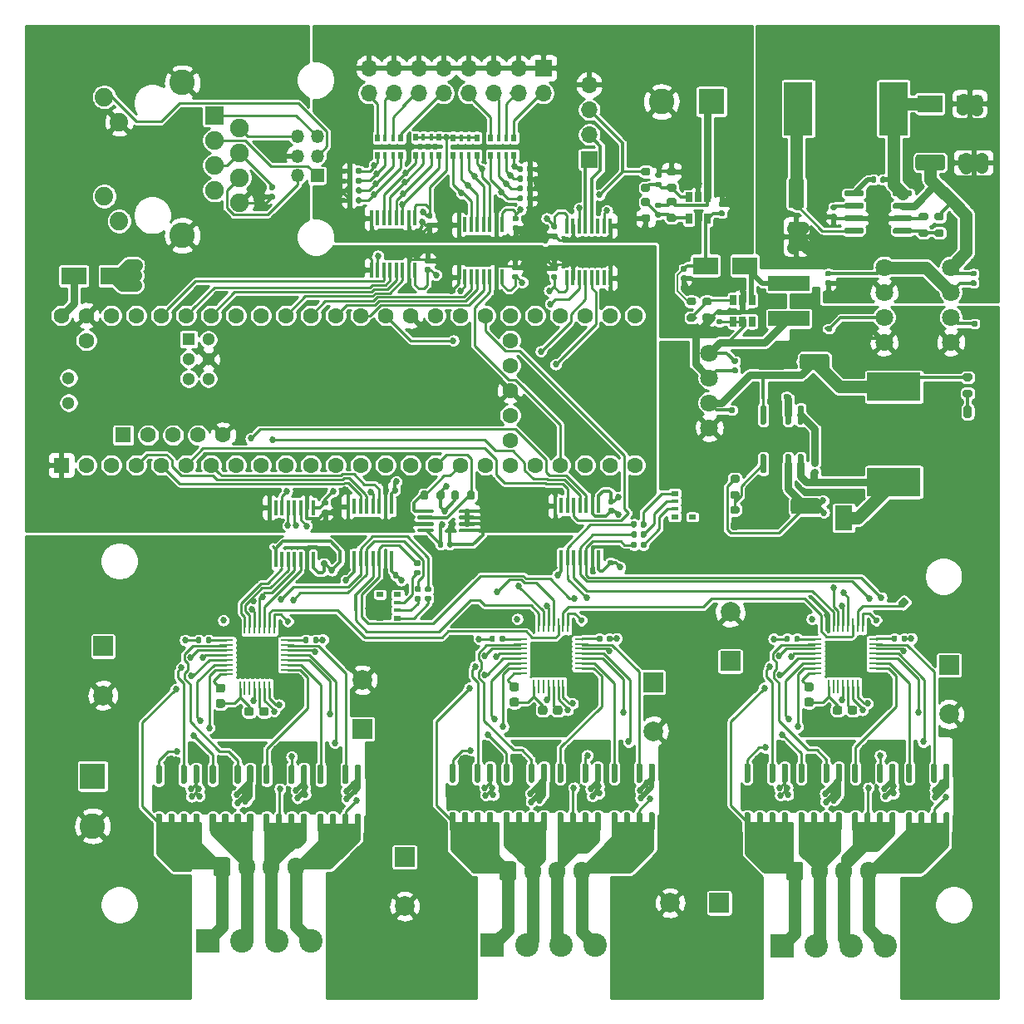
<source format=gtl>
G04 #@! TF.GenerationSoftware,KiCad,Pcbnew,5.1.10*
G04 #@! TF.CreationDate,2021-06-06T22:50:30-04:00*
G04 #@! TF.ProjectId,cnc-controller,636e632d-636f-46e7-9472-6f6c6c65722e,rev?*
G04 #@! TF.SameCoordinates,Original*
G04 #@! TF.FileFunction,Copper,L1,Top*
G04 #@! TF.FilePolarity,Positive*
%FSLAX46Y46*%
G04 Gerber Fmt 4.6, Leading zero omitted, Abs format (unit mm)*
G04 Created by KiCad (PCBNEW 5.1.10) date 2021-06-06 22:50:30*
%MOMM*%
%LPD*%
G01*
G04 APERTURE LIST*
G04 #@! TA.AperFunction,ComponentPad*
%ADD10O,1.350000X1.350000*%
G04 #@! TD*
G04 #@! TA.AperFunction,ComponentPad*
%ADD11R,1.350000X1.350000*%
G04 #@! TD*
G04 #@! TA.AperFunction,ComponentPad*
%ADD12C,2.400000*%
G04 #@! TD*
G04 #@! TA.AperFunction,ComponentPad*
%ADD13R,2.400000X2.400000*%
G04 #@! TD*
G04 #@! TA.AperFunction,ComponentPad*
%ADD14O,1.700000X1.950000*%
G04 #@! TD*
G04 #@! TA.AperFunction,SMDPad,CuDef*
%ADD15R,1.473200X0.228600*%
G04 #@! TD*
G04 #@! TA.AperFunction,SMDPad,CuDef*
%ADD16R,0.228600X1.473200*%
G04 #@! TD*
G04 #@! TA.AperFunction,SMDPad,CuDef*
%ADD17R,2.800000X2.800000*%
G04 #@! TD*
G04 #@! TA.AperFunction,SMDPad,CuDef*
%ADD18R,0.650000X1.060000*%
G04 #@! TD*
G04 #@! TA.AperFunction,SMDPad,CuDef*
%ADD19R,0.500000X0.800000*%
G04 #@! TD*
G04 #@! TA.AperFunction,SMDPad,CuDef*
%ADD20R,0.400000X0.800000*%
G04 #@! TD*
G04 #@! TA.AperFunction,ComponentPad*
%ADD21C,2.600000*%
G04 #@! TD*
G04 #@! TA.AperFunction,ComponentPad*
%ADD22R,2.600000X2.600000*%
G04 #@! TD*
G04 #@! TA.AperFunction,SMDPad,CuDef*
%ADD23R,0.800000X0.500000*%
G04 #@! TD*
G04 #@! TA.AperFunction,SMDPad,CuDef*
%ADD24R,0.800000X0.400000*%
G04 #@! TD*
G04 #@! TA.AperFunction,SMDPad,CuDef*
%ADD25R,0.410000X1.600000*%
G04 #@! TD*
G04 #@! TA.AperFunction,ComponentPad*
%ADD26C,1.300000*%
G04 #@! TD*
G04 #@! TA.AperFunction,ComponentPad*
%ADD27C,1.600000*%
G04 #@! TD*
G04 #@! TA.AperFunction,ComponentPad*
%ADD28R,1.300000X1.300000*%
G04 #@! TD*
G04 #@! TA.AperFunction,ComponentPad*
%ADD29R,1.600000X1.600000*%
G04 #@! TD*
G04 #@! TA.AperFunction,ComponentPad*
%ADD30C,1.800000*%
G04 #@! TD*
G04 #@! TA.AperFunction,SMDPad,CuDef*
%ADD31R,4.200000X1.500000*%
G04 #@! TD*
G04 #@! TA.AperFunction,SMDPad,CuDef*
%ADD32R,2.900000X5.400000*%
G04 #@! TD*
G04 #@! TA.AperFunction,SMDPad,CuDef*
%ADD33R,5.400000X2.900000*%
G04 #@! TD*
G04 #@! TA.AperFunction,ComponentPad*
%ADD34C,1.890000*%
G04 #@! TD*
G04 #@! TA.AperFunction,ComponentPad*
%ADD35C,1.900000*%
G04 #@! TD*
G04 #@! TA.AperFunction,ComponentPad*
%ADD36R,1.900000X1.900000*%
G04 #@! TD*
G04 #@! TA.AperFunction,ComponentPad*
%ADD37O,1.700000X1.700000*%
G04 #@! TD*
G04 #@! TA.AperFunction,ComponentPad*
%ADD38R,1.700000X1.700000*%
G04 #@! TD*
G04 #@! TA.AperFunction,SMDPad,CuDef*
%ADD39R,2.500000X1.800000*%
G04 #@! TD*
G04 #@! TA.AperFunction,SMDPad,CuDef*
%ADD40R,1.800000X2.500000*%
G04 #@! TD*
G04 #@! TA.AperFunction,ComponentPad*
%ADD41C,2.000000*%
G04 #@! TD*
G04 #@! TA.AperFunction,ComponentPad*
%ADD42R,2.000000X2.000000*%
G04 #@! TD*
G04 #@! TA.AperFunction,ViaPad*
%ADD43C,0.685800*%
G04 #@! TD*
G04 #@! TA.AperFunction,Conductor*
%ADD44C,0.250000*%
G04 #@! TD*
G04 #@! TA.AperFunction,Conductor*
%ADD45C,0.300000*%
G04 #@! TD*
G04 #@! TA.AperFunction,Conductor*
%ADD46C,1.250000*%
G04 #@! TD*
G04 #@! TA.AperFunction,Conductor*
%ADD47C,0.500000*%
G04 #@! TD*
G04 #@! TA.AperFunction,Conductor*
%ADD48C,0.750000*%
G04 #@! TD*
G04 #@! TA.AperFunction,Conductor*
%ADD49C,0.200000*%
G04 #@! TD*
G04 #@! TA.AperFunction,Conductor*
%ADD50C,0.152400*%
G04 #@! TD*
G04 #@! TA.AperFunction,Conductor*
%ADD51C,0.254000*%
G04 #@! TD*
G04 #@! TA.AperFunction,Conductor*
%ADD52C,0.100000*%
G04 #@! TD*
G04 APERTURE END LIST*
D10*
X36150000Y-50725000D03*
X38150000Y-50725000D03*
X36150000Y-52725000D03*
X38150000Y-52725000D03*
X36150000Y-54725000D03*
D11*
X38150000Y-54725000D03*
G04 #@! TA.AperFunction,SMDPad,CuDef*
G36*
G01*
X98556066Y-99319975D02*
X98944975Y-98931066D01*
G75*
G02*
X99227817Y-98931066I141421J-141421D01*
G01*
X99510660Y-99213909D01*
G75*
G02*
X99510660Y-99496751I-141421J-141421D01*
G01*
X99121751Y-99885660D01*
G75*
G02*
X98838909Y-99885660I-141421J141421D01*
G01*
X98556066Y-99602817D01*
G75*
G02*
X98556066Y-99319975I141421J141421D01*
G01*
G37*
G04 #@! TD.AperFunction*
G04 #@! TA.AperFunction,SMDPad,CuDef*
G36*
G01*
X97389340Y-98153249D02*
X97778249Y-97764340D01*
G75*
G02*
X98061091Y-97764340I141421J-141421D01*
G01*
X98343934Y-98047183D01*
G75*
G02*
X98343934Y-98330025I-141421J-141421D01*
G01*
X97955025Y-98718934D01*
G75*
G02*
X97672183Y-98718934I-141421J141421D01*
G01*
X97389340Y-98436091D01*
G75*
G02*
X97389340Y-98153249I141421J141421D01*
G01*
G37*
G04 #@! TD.AperFunction*
D12*
X66500000Y-133150000D03*
X63000000Y-133150000D03*
X59500000Y-133150000D03*
D13*
X56000000Y-133150000D03*
D14*
X65075000Y-125575000D03*
X62575000Y-125575000D03*
X60075000Y-125575000D03*
G04 #@! TA.AperFunction,ComponentPad*
G36*
G01*
X56725000Y-126300000D02*
X56725000Y-124850000D01*
G75*
G02*
X56975000Y-124600000I250000J0D01*
G01*
X58175000Y-124600000D01*
G75*
G02*
X58425000Y-124850000I0J-250000D01*
G01*
X58425000Y-126300000D01*
G75*
G02*
X58175000Y-126550000I-250000J0D01*
G01*
X56975000Y-126550000D01*
G75*
G02*
X56725000Y-126300000I0J250000D01*
G01*
G37*
G04 #@! TD.AperFunction*
G04 #@! TA.AperFunction,SMDPad,CuDef*
G36*
G01*
X85630000Y-114625000D02*
X85930000Y-114625000D01*
G75*
G02*
X86080000Y-114775000I0J-150000D01*
G01*
X86080000Y-116425000D01*
G75*
G02*
X85930000Y-116575000I-150000J0D01*
G01*
X85630000Y-116575000D01*
G75*
G02*
X85480000Y-116425000I0J150000D01*
G01*
X85480000Y-114775000D01*
G75*
G02*
X85630000Y-114625000I150000J0D01*
G01*
G37*
G04 #@! TD.AperFunction*
G04 #@! TA.AperFunction,SMDPad,CuDef*
G36*
G01*
X84360000Y-114625000D02*
X84660000Y-114625000D01*
G75*
G02*
X84810000Y-114775000I0J-150000D01*
G01*
X84810000Y-116425000D01*
G75*
G02*
X84660000Y-116575000I-150000J0D01*
G01*
X84360000Y-116575000D01*
G75*
G02*
X84210000Y-116425000I0J150000D01*
G01*
X84210000Y-114775000D01*
G75*
G02*
X84360000Y-114625000I150000J0D01*
G01*
G37*
G04 #@! TD.AperFunction*
G04 #@! TA.AperFunction,SMDPad,CuDef*
G36*
G01*
X83090000Y-114625000D02*
X83390000Y-114625000D01*
G75*
G02*
X83540000Y-114775000I0J-150000D01*
G01*
X83540000Y-116425000D01*
G75*
G02*
X83390000Y-116575000I-150000J0D01*
G01*
X83090000Y-116575000D01*
G75*
G02*
X82940000Y-116425000I0J150000D01*
G01*
X82940000Y-114775000D01*
G75*
G02*
X83090000Y-114625000I150000J0D01*
G01*
G37*
G04 #@! TD.AperFunction*
G04 #@! TA.AperFunction,SMDPad,CuDef*
G36*
G01*
X81820000Y-114625000D02*
X82120000Y-114625000D01*
G75*
G02*
X82270000Y-114775000I0J-150000D01*
G01*
X82270000Y-116425000D01*
G75*
G02*
X82120000Y-116575000I-150000J0D01*
G01*
X81820000Y-116575000D01*
G75*
G02*
X81670000Y-116425000I0J150000D01*
G01*
X81670000Y-114775000D01*
G75*
G02*
X81820000Y-114625000I150000J0D01*
G01*
G37*
G04 #@! TD.AperFunction*
G04 #@! TA.AperFunction,SMDPad,CuDef*
G36*
G01*
X81820000Y-119575000D02*
X82120000Y-119575000D01*
G75*
G02*
X82270000Y-119725000I0J-150000D01*
G01*
X82270000Y-121375000D01*
G75*
G02*
X82120000Y-121525000I-150000J0D01*
G01*
X81820000Y-121525000D01*
G75*
G02*
X81670000Y-121375000I0J150000D01*
G01*
X81670000Y-119725000D01*
G75*
G02*
X81820000Y-119575000I150000J0D01*
G01*
G37*
G04 #@! TD.AperFunction*
G04 #@! TA.AperFunction,SMDPad,CuDef*
G36*
G01*
X83090000Y-119575000D02*
X83390000Y-119575000D01*
G75*
G02*
X83540000Y-119725000I0J-150000D01*
G01*
X83540000Y-121375000D01*
G75*
G02*
X83390000Y-121525000I-150000J0D01*
G01*
X83090000Y-121525000D01*
G75*
G02*
X82940000Y-121375000I0J150000D01*
G01*
X82940000Y-119725000D01*
G75*
G02*
X83090000Y-119575000I150000J0D01*
G01*
G37*
G04 #@! TD.AperFunction*
G04 #@! TA.AperFunction,SMDPad,CuDef*
G36*
G01*
X84360000Y-119575000D02*
X84660000Y-119575000D01*
G75*
G02*
X84810000Y-119725000I0J-150000D01*
G01*
X84810000Y-121375000D01*
G75*
G02*
X84660000Y-121525000I-150000J0D01*
G01*
X84360000Y-121525000D01*
G75*
G02*
X84210000Y-121375000I0J150000D01*
G01*
X84210000Y-119725000D01*
G75*
G02*
X84360000Y-119575000I150000J0D01*
G01*
G37*
G04 #@! TD.AperFunction*
G04 #@! TA.AperFunction,SMDPad,CuDef*
G36*
G01*
X85630000Y-119575000D02*
X85930000Y-119575000D01*
G75*
G02*
X86080000Y-119725000I0J-150000D01*
G01*
X86080000Y-121375000D01*
G75*
G02*
X85930000Y-121525000I-150000J0D01*
G01*
X85630000Y-121525000D01*
G75*
G02*
X85480000Y-121375000I0J150000D01*
G01*
X85480000Y-119725000D01*
G75*
G02*
X85630000Y-119575000I150000J0D01*
G01*
G37*
G04 #@! TD.AperFunction*
G04 #@! TA.AperFunction,SMDPad,CuDef*
G36*
G01*
X94792391Y-99957807D02*
X95032807Y-99717391D01*
G75*
G02*
X95230797Y-99717391I98995J-98995D01*
G01*
X95428787Y-99915381D01*
G75*
G02*
X95428787Y-100113371I-98995J-98995D01*
G01*
X95188371Y-100353787D01*
G75*
G02*
X94990381Y-100353787I-98995J98995D01*
G01*
X94792391Y-100155797D01*
G75*
G02*
X94792391Y-99957807I98995J98995D01*
G01*
G37*
G04 #@! TD.AperFunction*
G04 #@! TA.AperFunction,SMDPad,CuDef*
G36*
G01*
X95471213Y-100636629D02*
X95711629Y-100396213D01*
G75*
G02*
X95909619Y-100396213I98995J-98995D01*
G01*
X96107609Y-100594203D01*
G75*
G02*
X96107609Y-100792193I-98995J-98995D01*
G01*
X95867193Y-101032609D01*
G75*
G02*
X95669203Y-101032609I-98995J98995D01*
G01*
X95471213Y-100834619D01*
G75*
G02*
X95471213Y-100636629I98995J98995D01*
G01*
G37*
G04 #@! TD.AperFunction*
G04 #@! TA.AperFunction,SMDPad,CuDef*
G36*
G01*
X102105000Y-114625000D02*
X102405000Y-114625000D01*
G75*
G02*
X102555000Y-114775000I0J-150000D01*
G01*
X102555000Y-116425000D01*
G75*
G02*
X102405000Y-116575000I-150000J0D01*
G01*
X102105000Y-116575000D01*
G75*
G02*
X101955000Y-116425000I0J150000D01*
G01*
X101955000Y-114775000D01*
G75*
G02*
X102105000Y-114625000I150000J0D01*
G01*
G37*
G04 #@! TD.AperFunction*
G04 #@! TA.AperFunction,SMDPad,CuDef*
G36*
G01*
X100835000Y-114625000D02*
X101135000Y-114625000D01*
G75*
G02*
X101285000Y-114775000I0J-150000D01*
G01*
X101285000Y-116425000D01*
G75*
G02*
X101135000Y-116575000I-150000J0D01*
G01*
X100835000Y-116575000D01*
G75*
G02*
X100685000Y-116425000I0J150000D01*
G01*
X100685000Y-114775000D01*
G75*
G02*
X100835000Y-114625000I150000J0D01*
G01*
G37*
G04 #@! TD.AperFunction*
G04 #@! TA.AperFunction,SMDPad,CuDef*
G36*
G01*
X99565000Y-114625000D02*
X99865000Y-114625000D01*
G75*
G02*
X100015000Y-114775000I0J-150000D01*
G01*
X100015000Y-116425000D01*
G75*
G02*
X99865000Y-116575000I-150000J0D01*
G01*
X99565000Y-116575000D01*
G75*
G02*
X99415000Y-116425000I0J150000D01*
G01*
X99415000Y-114775000D01*
G75*
G02*
X99565000Y-114625000I150000J0D01*
G01*
G37*
G04 #@! TD.AperFunction*
G04 #@! TA.AperFunction,SMDPad,CuDef*
G36*
G01*
X98295000Y-114625000D02*
X98595000Y-114625000D01*
G75*
G02*
X98745000Y-114775000I0J-150000D01*
G01*
X98745000Y-116425000D01*
G75*
G02*
X98595000Y-116575000I-150000J0D01*
G01*
X98295000Y-116575000D01*
G75*
G02*
X98145000Y-116425000I0J150000D01*
G01*
X98145000Y-114775000D01*
G75*
G02*
X98295000Y-114625000I150000J0D01*
G01*
G37*
G04 #@! TD.AperFunction*
G04 #@! TA.AperFunction,SMDPad,CuDef*
G36*
G01*
X98295000Y-119575000D02*
X98595000Y-119575000D01*
G75*
G02*
X98745000Y-119725000I0J-150000D01*
G01*
X98745000Y-121375000D01*
G75*
G02*
X98595000Y-121525000I-150000J0D01*
G01*
X98295000Y-121525000D01*
G75*
G02*
X98145000Y-121375000I0J150000D01*
G01*
X98145000Y-119725000D01*
G75*
G02*
X98295000Y-119575000I150000J0D01*
G01*
G37*
G04 #@! TD.AperFunction*
G04 #@! TA.AperFunction,SMDPad,CuDef*
G36*
G01*
X99565000Y-119575000D02*
X99865000Y-119575000D01*
G75*
G02*
X100015000Y-119725000I0J-150000D01*
G01*
X100015000Y-121375000D01*
G75*
G02*
X99865000Y-121525000I-150000J0D01*
G01*
X99565000Y-121525000D01*
G75*
G02*
X99415000Y-121375000I0J150000D01*
G01*
X99415000Y-119725000D01*
G75*
G02*
X99565000Y-119575000I150000J0D01*
G01*
G37*
G04 #@! TD.AperFunction*
G04 #@! TA.AperFunction,SMDPad,CuDef*
G36*
G01*
X100835000Y-119575000D02*
X101135000Y-119575000D01*
G75*
G02*
X101285000Y-119725000I0J-150000D01*
G01*
X101285000Y-121375000D01*
G75*
G02*
X101135000Y-121525000I-150000J0D01*
G01*
X100835000Y-121525000D01*
G75*
G02*
X100685000Y-121375000I0J150000D01*
G01*
X100685000Y-119725000D01*
G75*
G02*
X100835000Y-119575000I150000J0D01*
G01*
G37*
G04 #@! TD.AperFunction*
G04 #@! TA.AperFunction,SMDPad,CuDef*
G36*
G01*
X102105000Y-119575000D02*
X102405000Y-119575000D01*
G75*
G02*
X102555000Y-119725000I0J-150000D01*
G01*
X102555000Y-121375000D01*
G75*
G02*
X102405000Y-121525000I-150000J0D01*
G01*
X102105000Y-121525000D01*
G75*
G02*
X101955000Y-121375000I0J150000D01*
G01*
X101955000Y-119725000D01*
G75*
G02*
X102105000Y-119575000I150000J0D01*
G01*
G37*
G04 #@! TD.AperFunction*
G04 #@! TA.AperFunction,SMDPad,CuDef*
G36*
G01*
X96605000Y-114625000D02*
X96905000Y-114625000D01*
G75*
G02*
X97055000Y-114775000I0J-150000D01*
G01*
X97055000Y-116425000D01*
G75*
G02*
X96905000Y-116575000I-150000J0D01*
G01*
X96605000Y-116575000D01*
G75*
G02*
X96455000Y-116425000I0J150000D01*
G01*
X96455000Y-114775000D01*
G75*
G02*
X96605000Y-114625000I150000J0D01*
G01*
G37*
G04 #@! TD.AperFunction*
G04 #@! TA.AperFunction,SMDPad,CuDef*
G36*
G01*
X95335000Y-114625000D02*
X95635000Y-114625000D01*
G75*
G02*
X95785000Y-114775000I0J-150000D01*
G01*
X95785000Y-116425000D01*
G75*
G02*
X95635000Y-116575000I-150000J0D01*
G01*
X95335000Y-116575000D01*
G75*
G02*
X95185000Y-116425000I0J150000D01*
G01*
X95185000Y-114775000D01*
G75*
G02*
X95335000Y-114625000I150000J0D01*
G01*
G37*
G04 #@! TD.AperFunction*
G04 #@! TA.AperFunction,SMDPad,CuDef*
G36*
G01*
X94065000Y-114625000D02*
X94365000Y-114625000D01*
G75*
G02*
X94515000Y-114775000I0J-150000D01*
G01*
X94515000Y-116425000D01*
G75*
G02*
X94365000Y-116575000I-150000J0D01*
G01*
X94065000Y-116575000D01*
G75*
G02*
X93915000Y-116425000I0J150000D01*
G01*
X93915000Y-114775000D01*
G75*
G02*
X94065000Y-114625000I150000J0D01*
G01*
G37*
G04 #@! TD.AperFunction*
G04 #@! TA.AperFunction,SMDPad,CuDef*
G36*
G01*
X92795000Y-114625000D02*
X93095000Y-114625000D01*
G75*
G02*
X93245000Y-114775000I0J-150000D01*
G01*
X93245000Y-116425000D01*
G75*
G02*
X93095000Y-116575000I-150000J0D01*
G01*
X92795000Y-116575000D01*
G75*
G02*
X92645000Y-116425000I0J150000D01*
G01*
X92645000Y-114775000D01*
G75*
G02*
X92795000Y-114625000I150000J0D01*
G01*
G37*
G04 #@! TD.AperFunction*
G04 #@! TA.AperFunction,SMDPad,CuDef*
G36*
G01*
X92795000Y-119575000D02*
X93095000Y-119575000D01*
G75*
G02*
X93245000Y-119725000I0J-150000D01*
G01*
X93245000Y-121375000D01*
G75*
G02*
X93095000Y-121525000I-150000J0D01*
G01*
X92795000Y-121525000D01*
G75*
G02*
X92645000Y-121375000I0J150000D01*
G01*
X92645000Y-119725000D01*
G75*
G02*
X92795000Y-119575000I150000J0D01*
G01*
G37*
G04 #@! TD.AperFunction*
G04 #@! TA.AperFunction,SMDPad,CuDef*
G36*
G01*
X94065000Y-119575000D02*
X94365000Y-119575000D01*
G75*
G02*
X94515000Y-119725000I0J-150000D01*
G01*
X94515000Y-121375000D01*
G75*
G02*
X94365000Y-121525000I-150000J0D01*
G01*
X94065000Y-121525000D01*
G75*
G02*
X93915000Y-121375000I0J150000D01*
G01*
X93915000Y-119725000D01*
G75*
G02*
X94065000Y-119575000I150000J0D01*
G01*
G37*
G04 #@! TD.AperFunction*
G04 #@! TA.AperFunction,SMDPad,CuDef*
G36*
G01*
X95335000Y-119575000D02*
X95635000Y-119575000D01*
G75*
G02*
X95785000Y-119725000I0J-150000D01*
G01*
X95785000Y-121375000D01*
G75*
G02*
X95635000Y-121525000I-150000J0D01*
G01*
X95335000Y-121525000D01*
G75*
G02*
X95185000Y-121375000I0J150000D01*
G01*
X95185000Y-119725000D01*
G75*
G02*
X95335000Y-119575000I150000J0D01*
G01*
G37*
G04 #@! TD.AperFunction*
G04 #@! TA.AperFunction,SMDPad,CuDef*
G36*
G01*
X96605000Y-119575000D02*
X96905000Y-119575000D01*
G75*
G02*
X97055000Y-119725000I0J-150000D01*
G01*
X97055000Y-121375000D01*
G75*
G02*
X96905000Y-121525000I-150000J0D01*
G01*
X96605000Y-121525000D01*
G75*
G02*
X96455000Y-121375000I0J150000D01*
G01*
X96455000Y-119725000D01*
G75*
G02*
X96605000Y-119575000I150000J0D01*
G01*
G37*
G04 #@! TD.AperFunction*
G04 #@! TA.AperFunction,SMDPad,CuDef*
G36*
G01*
X92425000Y-108750000D02*
X92925000Y-108750000D01*
G75*
G02*
X93150000Y-108975000I0J-225000D01*
G01*
X93150000Y-109425000D01*
G75*
G02*
X92925000Y-109650000I-225000J0D01*
G01*
X92425000Y-109650000D01*
G75*
G02*
X92200000Y-109425000I0J225000D01*
G01*
X92200000Y-108975000D01*
G75*
G02*
X92425000Y-108750000I225000J0D01*
G01*
G37*
G04 #@! TD.AperFunction*
G04 #@! TA.AperFunction,SMDPad,CuDef*
G36*
G01*
X92425000Y-110300000D02*
X92925000Y-110300000D01*
G75*
G02*
X93150000Y-110525000I0J-225000D01*
G01*
X93150000Y-110975000D01*
G75*
G02*
X92925000Y-111200000I-225000J0D01*
G01*
X92425000Y-111200000D01*
G75*
G02*
X92200000Y-110975000I0J225000D01*
G01*
X92200000Y-110525000D01*
G75*
G02*
X92425000Y-110300000I225000J0D01*
G01*
G37*
G04 #@! TD.AperFunction*
G04 #@! TA.AperFunction,SMDPad,CuDef*
G36*
G01*
X90900000Y-108750000D02*
X91400000Y-108750000D01*
G75*
G02*
X91625000Y-108975000I0J-225000D01*
G01*
X91625000Y-109425000D01*
G75*
G02*
X91400000Y-109650000I-225000J0D01*
G01*
X90900000Y-109650000D01*
G75*
G02*
X90675000Y-109425000I0J225000D01*
G01*
X90675000Y-108975000D01*
G75*
G02*
X90900000Y-108750000I225000J0D01*
G01*
G37*
G04 #@! TD.AperFunction*
G04 #@! TA.AperFunction,SMDPad,CuDef*
G36*
G01*
X90900000Y-110300000D02*
X91400000Y-110300000D01*
G75*
G02*
X91625000Y-110525000I0J-225000D01*
G01*
X91625000Y-110975000D01*
G75*
G02*
X91400000Y-111200000I-225000J0D01*
G01*
X90900000Y-111200000D01*
G75*
G02*
X90675000Y-110975000I0J225000D01*
G01*
X90675000Y-110525000D01*
G75*
G02*
X90900000Y-110300000I225000J0D01*
G01*
G37*
G04 #@! TD.AperFunction*
G04 #@! TA.AperFunction,SMDPad,CuDef*
G36*
G01*
X96670000Y-102085000D02*
X96670000Y-101715000D01*
G75*
G02*
X96805000Y-101580000I135000J0D01*
G01*
X97075000Y-101580000D01*
G75*
G02*
X97210000Y-101715000I0J-135000D01*
G01*
X97210000Y-102085000D01*
G75*
G02*
X97075000Y-102220000I-135000J0D01*
G01*
X96805000Y-102220000D01*
G75*
G02*
X96670000Y-102085000I0J135000D01*
G01*
G37*
G04 #@! TD.AperFunction*
G04 #@! TA.AperFunction,SMDPad,CuDef*
G36*
G01*
X97690000Y-102085000D02*
X97690000Y-101715000D01*
G75*
G02*
X97825000Y-101580000I135000J0D01*
G01*
X98095000Y-101580000D01*
G75*
G02*
X98230000Y-101715000I0J-135000D01*
G01*
X98230000Y-102085000D01*
G75*
G02*
X98095000Y-102220000I-135000J0D01*
G01*
X97825000Y-102220000D01*
G75*
G02*
X97690000Y-102085000I0J135000D01*
G01*
G37*
G04 #@! TD.AperFunction*
G04 #@! TA.AperFunction,SMDPad,CuDef*
G36*
G01*
X91130000Y-114625000D02*
X91430000Y-114625000D01*
G75*
G02*
X91580000Y-114775000I0J-150000D01*
G01*
X91580000Y-116425000D01*
G75*
G02*
X91430000Y-116575000I-150000J0D01*
G01*
X91130000Y-116575000D01*
G75*
G02*
X90980000Y-116425000I0J150000D01*
G01*
X90980000Y-114775000D01*
G75*
G02*
X91130000Y-114625000I150000J0D01*
G01*
G37*
G04 #@! TD.AperFunction*
G04 #@! TA.AperFunction,SMDPad,CuDef*
G36*
G01*
X89860000Y-114625000D02*
X90160000Y-114625000D01*
G75*
G02*
X90310000Y-114775000I0J-150000D01*
G01*
X90310000Y-116425000D01*
G75*
G02*
X90160000Y-116575000I-150000J0D01*
G01*
X89860000Y-116575000D01*
G75*
G02*
X89710000Y-116425000I0J150000D01*
G01*
X89710000Y-114775000D01*
G75*
G02*
X89860000Y-114625000I150000J0D01*
G01*
G37*
G04 #@! TD.AperFunction*
G04 #@! TA.AperFunction,SMDPad,CuDef*
G36*
G01*
X88590000Y-114625000D02*
X88890000Y-114625000D01*
G75*
G02*
X89040000Y-114775000I0J-150000D01*
G01*
X89040000Y-116425000D01*
G75*
G02*
X88890000Y-116575000I-150000J0D01*
G01*
X88590000Y-116575000D01*
G75*
G02*
X88440000Y-116425000I0J150000D01*
G01*
X88440000Y-114775000D01*
G75*
G02*
X88590000Y-114625000I150000J0D01*
G01*
G37*
G04 #@! TD.AperFunction*
G04 #@! TA.AperFunction,SMDPad,CuDef*
G36*
G01*
X87320000Y-114625000D02*
X87620000Y-114625000D01*
G75*
G02*
X87770000Y-114775000I0J-150000D01*
G01*
X87770000Y-116425000D01*
G75*
G02*
X87620000Y-116575000I-150000J0D01*
G01*
X87320000Y-116575000D01*
G75*
G02*
X87170000Y-116425000I0J150000D01*
G01*
X87170000Y-114775000D01*
G75*
G02*
X87320000Y-114625000I150000J0D01*
G01*
G37*
G04 #@! TD.AperFunction*
G04 #@! TA.AperFunction,SMDPad,CuDef*
G36*
G01*
X87320000Y-119575000D02*
X87620000Y-119575000D01*
G75*
G02*
X87770000Y-119725000I0J-150000D01*
G01*
X87770000Y-121375000D01*
G75*
G02*
X87620000Y-121525000I-150000J0D01*
G01*
X87320000Y-121525000D01*
G75*
G02*
X87170000Y-121375000I0J150000D01*
G01*
X87170000Y-119725000D01*
G75*
G02*
X87320000Y-119575000I150000J0D01*
G01*
G37*
G04 #@! TD.AperFunction*
G04 #@! TA.AperFunction,SMDPad,CuDef*
G36*
G01*
X88590000Y-119575000D02*
X88890000Y-119575000D01*
G75*
G02*
X89040000Y-119725000I0J-150000D01*
G01*
X89040000Y-121375000D01*
G75*
G02*
X88890000Y-121525000I-150000J0D01*
G01*
X88590000Y-121525000D01*
G75*
G02*
X88440000Y-121375000I0J150000D01*
G01*
X88440000Y-119725000D01*
G75*
G02*
X88590000Y-119575000I150000J0D01*
G01*
G37*
G04 #@! TD.AperFunction*
G04 #@! TA.AperFunction,SMDPad,CuDef*
G36*
G01*
X89860000Y-119575000D02*
X90160000Y-119575000D01*
G75*
G02*
X90310000Y-119725000I0J-150000D01*
G01*
X90310000Y-121375000D01*
G75*
G02*
X90160000Y-121525000I-150000J0D01*
G01*
X89860000Y-121525000D01*
G75*
G02*
X89710000Y-121375000I0J150000D01*
G01*
X89710000Y-119725000D01*
G75*
G02*
X89860000Y-119575000I150000J0D01*
G01*
G37*
G04 #@! TD.AperFunction*
G04 #@! TA.AperFunction,SMDPad,CuDef*
G36*
G01*
X91130000Y-119575000D02*
X91430000Y-119575000D01*
G75*
G02*
X91580000Y-119725000I0J-150000D01*
G01*
X91580000Y-121375000D01*
G75*
G02*
X91430000Y-121525000I-150000J0D01*
G01*
X91130000Y-121525000D01*
G75*
G02*
X90980000Y-121375000I0J150000D01*
G01*
X90980000Y-119725000D01*
G75*
G02*
X91130000Y-119575000I150000J0D01*
G01*
G37*
G04 #@! TD.AperFunction*
G04 #@! TA.AperFunction,SMDPad,CuDef*
G36*
G01*
X87305000Y-101740000D02*
X87305000Y-102110000D01*
G75*
G02*
X87170000Y-102245000I-135000J0D01*
G01*
X86900000Y-102245000D01*
G75*
G02*
X86765000Y-102110000I0J135000D01*
G01*
X86765000Y-101740000D01*
G75*
G02*
X86900000Y-101605000I135000J0D01*
G01*
X87170000Y-101605000D01*
G75*
G02*
X87305000Y-101740000I0J-135000D01*
G01*
G37*
G04 #@! TD.AperFunction*
G04 #@! TA.AperFunction,SMDPad,CuDef*
G36*
G01*
X86285000Y-101740000D02*
X86285000Y-102110000D01*
G75*
G02*
X86150000Y-102245000I-135000J0D01*
G01*
X85880000Y-102245000D01*
G75*
G02*
X85745000Y-102110000I0J135000D01*
G01*
X85745000Y-101740000D01*
G75*
G02*
X85880000Y-101605000I135000J0D01*
G01*
X86150000Y-101605000D01*
G75*
G02*
X86285000Y-101740000I0J-135000D01*
G01*
G37*
G04 #@! TD.AperFunction*
G04 #@! TA.AperFunction,SMDPad,CuDef*
G36*
G01*
X88500000Y-108825000D02*
X88000000Y-108825000D01*
G75*
G02*
X87775000Y-108600000I0J225000D01*
G01*
X87775000Y-108150000D01*
G75*
G02*
X88000000Y-107925000I225000J0D01*
G01*
X88500000Y-107925000D01*
G75*
G02*
X88725000Y-108150000I0J-225000D01*
G01*
X88725000Y-108600000D01*
G75*
G02*
X88500000Y-108825000I-225000J0D01*
G01*
G37*
G04 #@! TD.AperFunction*
G04 #@! TA.AperFunction,SMDPad,CuDef*
G36*
G01*
X88500000Y-107275000D02*
X88000000Y-107275000D01*
G75*
G02*
X87775000Y-107050000I0J225000D01*
G01*
X87775000Y-106600000D01*
G75*
G02*
X88000000Y-106375000I225000J0D01*
G01*
X88500000Y-106375000D01*
G75*
G02*
X88725000Y-106600000I0J-225000D01*
G01*
X88725000Y-107050000D01*
G75*
G02*
X88500000Y-107275000I-225000J0D01*
G01*
G37*
G04 #@! TD.AperFunction*
D15*
X95099200Y-105424999D03*
X95099200Y-104925000D03*
X95099200Y-104425001D03*
X95099200Y-103925000D03*
X95099200Y-103425000D03*
X95099200Y-102924999D03*
X95099200Y-102425000D03*
X95099200Y-101925001D03*
D16*
X93724999Y-100550800D03*
X93225000Y-100550800D03*
X92725001Y-100550800D03*
X92225000Y-100550800D03*
X91725000Y-100550800D03*
X91224999Y-100550800D03*
X90725000Y-100550800D03*
X90225001Y-100550800D03*
D15*
X88850800Y-101925001D03*
X88850800Y-102425000D03*
X88850800Y-102924999D03*
X88850800Y-103425000D03*
X88850800Y-103925000D03*
X88850800Y-104425001D03*
X88850800Y-104925000D03*
X88850800Y-105424999D03*
D16*
X90225001Y-106799200D03*
X90725000Y-106799200D03*
X91224999Y-106799200D03*
X91725000Y-106799200D03*
X92225000Y-106799200D03*
X92725001Y-106799200D03*
X93225000Y-106799200D03*
X93724999Y-106799200D03*
D17*
X91975000Y-103675000D03*
G04 #@! TA.AperFunction,SMDPad,CuDef*
G36*
G01*
X55605000Y-114625000D02*
X55905000Y-114625000D01*
G75*
G02*
X56055000Y-114775000I0J-150000D01*
G01*
X56055000Y-116425000D01*
G75*
G02*
X55905000Y-116575000I-150000J0D01*
G01*
X55605000Y-116575000D01*
G75*
G02*
X55455000Y-116425000I0J150000D01*
G01*
X55455000Y-114775000D01*
G75*
G02*
X55605000Y-114625000I150000J0D01*
G01*
G37*
G04 #@! TD.AperFunction*
G04 #@! TA.AperFunction,SMDPad,CuDef*
G36*
G01*
X54335000Y-114625000D02*
X54635000Y-114625000D01*
G75*
G02*
X54785000Y-114775000I0J-150000D01*
G01*
X54785000Y-116425000D01*
G75*
G02*
X54635000Y-116575000I-150000J0D01*
G01*
X54335000Y-116575000D01*
G75*
G02*
X54185000Y-116425000I0J150000D01*
G01*
X54185000Y-114775000D01*
G75*
G02*
X54335000Y-114625000I150000J0D01*
G01*
G37*
G04 #@! TD.AperFunction*
G04 #@! TA.AperFunction,SMDPad,CuDef*
G36*
G01*
X53065000Y-114625000D02*
X53365000Y-114625000D01*
G75*
G02*
X53515000Y-114775000I0J-150000D01*
G01*
X53515000Y-116425000D01*
G75*
G02*
X53365000Y-116575000I-150000J0D01*
G01*
X53065000Y-116575000D01*
G75*
G02*
X52915000Y-116425000I0J150000D01*
G01*
X52915000Y-114775000D01*
G75*
G02*
X53065000Y-114625000I150000J0D01*
G01*
G37*
G04 #@! TD.AperFunction*
G04 #@! TA.AperFunction,SMDPad,CuDef*
G36*
G01*
X51795000Y-114625000D02*
X52095000Y-114625000D01*
G75*
G02*
X52245000Y-114775000I0J-150000D01*
G01*
X52245000Y-116425000D01*
G75*
G02*
X52095000Y-116575000I-150000J0D01*
G01*
X51795000Y-116575000D01*
G75*
G02*
X51645000Y-116425000I0J150000D01*
G01*
X51645000Y-114775000D01*
G75*
G02*
X51795000Y-114625000I150000J0D01*
G01*
G37*
G04 #@! TD.AperFunction*
G04 #@! TA.AperFunction,SMDPad,CuDef*
G36*
G01*
X51795000Y-119575000D02*
X52095000Y-119575000D01*
G75*
G02*
X52245000Y-119725000I0J-150000D01*
G01*
X52245000Y-121375000D01*
G75*
G02*
X52095000Y-121525000I-150000J0D01*
G01*
X51795000Y-121525000D01*
G75*
G02*
X51645000Y-121375000I0J150000D01*
G01*
X51645000Y-119725000D01*
G75*
G02*
X51795000Y-119575000I150000J0D01*
G01*
G37*
G04 #@! TD.AperFunction*
G04 #@! TA.AperFunction,SMDPad,CuDef*
G36*
G01*
X53065000Y-119575000D02*
X53365000Y-119575000D01*
G75*
G02*
X53515000Y-119725000I0J-150000D01*
G01*
X53515000Y-121375000D01*
G75*
G02*
X53365000Y-121525000I-150000J0D01*
G01*
X53065000Y-121525000D01*
G75*
G02*
X52915000Y-121375000I0J150000D01*
G01*
X52915000Y-119725000D01*
G75*
G02*
X53065000Y-119575000I150000J0D01*
G01*
G37*
G04 #@! TD.AperFunction*
G04 #@! TA.AperFunction,SMDPad,CuDef*
G36*
G01*
X54335000Y-119575000D02*
X54635000Y-119575000D01*
G75*
G02*
X54785000Y-119725000I0J-150000D01*
G01*
X54785000Y-121375000D01*
G75*
G02*
X54635000Y-121525000I-150000J0D01*
G01*
X54335000Y-121525000D01*
G75*
G02*
X54185000Y-121375000I0J150000D01*
G01*
X54185000Y-119725000D01*
G75*
G02*
X54335000Y-119575000I150000J0D01*
G01*
G37*
G04 #@! TD.AperFunction*
G04 #@! TA.AperFunction,SMDPad,CuDef*
G36*
G01*
X55605000Y-119575000D02*
X55905000Y-119575000D01*
G75*
G02*
X56055000Y-119725000I0J-150000D01*
G01*
X56055000Y-121375000D01*
G75*
G02*
X55905000Y-121525000I-150000J0D01*
G01*
X55605000Y-121525000D01*
G75*
G02*
X55455000Y-121375000I0J150000D01*
G01*
X55455000Y-119725000D01*
G75*
G02*
X55605000Y-119575000I150000J0D01*
G01*
G37*
G04 #@! TD.AperFunction*
G04 #@! TA.AperFunction,SMDPad,CuDef*
G36*
G01*
X64767391Y-99957807D02*
X65007807Y-99717391D01*
G75*
G02*
X65205797Y-99717391I98995J-98995D01*
G01*
X65403787Y-99915381D01*
G75*
G02*
X65403787Y-100113371I-98995J-98995D01*
G01*
X65163371Y-100353787D01*
G75*
G02*
X64965381Y-100353787I-98995J98995D01*
G01*
X64767391Y-100155797D01*
G75*
G02*
X64767391Y-99957807I98995J98995D01*
G01*
G37*
G04 #@! TD.AperFunction*
G04 #@! TA.AperFunction,SMDPad,CuDef*
G36*
G01*
X65446213Y-100636629D02*
X65686629Y-100396213D01*
G75*
G02*
X65884619Y-100396213I98995J-98995D01*
G01*
X66082609Y-100594203D01*
G75*
G02*
X66082609Y-100792193I-98995J-98995D01*
G01*
X65842193Y-101032609D01*
G75*
G02*
X65644203Y-101032609I-98995J98995D01*
G01*
X65446213Y-100834619D01*
G75*
G02*
X65446213Y-100636629I98995J98995D01*
G01*
G37*
G04 #@! TD.AperFunction*
G04 #@! TA.AperFunction,SMDPad,CuDef*
G36*
G01*
X72080000Y-114625000D02*
X72380000Y-114625000D01*
G75*
G02*
X72530000Y-114775000I0J-150000D01*
G01*
X72530000Y-116425000D01*
G75*
G02*
X72380000Y-116575000I-150000J0D01*
G01*
X72080000Y-116575000D01*
G75*
G02*
X71930000Y-116425000I0J150000D01*
G01*
X71930000Y-114775000D01*
G75*
G02*
X72080000Y-114625000I150000J0D01*
G01*
G37*
G04 #@! TD.AperFunction*
G04 #@! TA.AperFunction,SMDPad,CuDef*
G36*
G01*
X70810000Y-114625000D02*
X71110000Y-114625000D01*
G75*
G02*
X71260000Y-114775000I0J-150000D01*
G01*
X71260000Y-116425000D01*
G75*
G02*
X71110000Y-116575000I-150000J0D01*
G01*
X70810000Y-116575000D01*
G75*
G02*
X70660000Y-116425000I0J150000D01*
G01*
X70660000Y-114775000D01*
G75*
G02*
X70810000Y-114625000I150000J0D01*
G01*
G37*
G04 #@! TD.AperFunction*
G04 #@! TA.AperFunction,SMDPad,CuDef*
G36*
G01*
X69540000Y-114625000D02*
X69840000Y-114625000D01*
G75*
G02*
X69990000Y-114775000I0J-150000D01*
G01*
X69990000Y-116425000D01*
G75*
G02*
X69840000Y-116575000I-150000J0D01*
G01*
X69540000Y-116575000D01*
G75*
G02*
X69390000Y-116425000I0J150000D01*
G01*
X69390000Y-114775000D01*
G75*
G02*
X69540000Y-114625000I150000J0D01*
G01*
G37*
G04 #@! TD.AperFunction*
G04 #@! TA.AperFunction,SMDPad,CuDef*
G36*
G01*
X68270000Y-114625000D02*
X68570000Y-114625000D01*
G75*
G02*
X68720000Y-114775000I0J-150000D01*
G01*
X68720000Y-116425000D01*
G75*
G02*
X68570000Y-116575000I-150000J0D01*
G01*
X68270000Y-116575000D01*
G75*
G02*
X68120000Y-116425000I0J150000D01*
G01*
X68120000Y-114775000D01*
G75*
G02*
X68270000Y-114625000I150000J0D01*
G01*
G37*
G04 #@! TD.AperFunction*
G04 #@! TA.AperFunction,SMDPad,CuDef*
G36*
G01*
X68270000Y-119575000D02*
X68570000Y-119575000D01*
G75*
G02*
X68720000Y-119725000I0J-150000D01*
G01*
X68720000Y-121375000D01*
G75*
G02*
X68570000Y-121525000I-150000J0D01*
G01*
X68270000Y-121525000D01*
G75*
G02*
X68120000Y-121375000I0J150000D01*
G01*
X68120000Y-119725000D01*
G75*
G02*
X68270000Y-119575000I150000J0D01*
G01*
G37*
G04 #@! TD.AperFunction*
G04 #@! TA.AperFunction,SMDPad,CuDef*
G36*
G01*
X69540000Y-119575000D02*
X69840000Y-119575000D01*
G75*
G02*
X69990000Y-119725000I0J-150000D01*
G01*
X69990000Y-121375000D01*
G75*
G02*
X69840000Y-121525000I-150000J0D01*
G01*
X69540000Y-121525000D01*
G75*
G02*
X69390000Y-121375000I0J150000D01*
G01*
X69390000Y-119725000D01*
G75*
G02*
X69540000Y-119575000I150000J0D01*
G01*
G37*
G04 #@! TD.AperFunction*
G04 #@! TA.AperFunction,SMDPad,CuDef*
G36*
G01*
X70810000Y-119575000D02*
X71110000Y-119575000D01*
G75*
G02*
X71260000Y-119725000I0J-150000D01*
G01*
X71260000Y-121375000D01*
G75*
G02*
X71110000Y-121525000I-150000J0D01*
G01*
X70810000Y-121525000D01*
G75*
G02*
X70660000Y-121375000I0J150000D01*
G01*
X70660000Y-119725000D01*
G75*
G02*
X70810000Y-119575000I150000J0D01*
G01*
G37*
G04 #@! TD.AperFunction*
G04 #@! TA.AperFunction,SMDPad,CuDef*
G36*
G01*
X72080000Y-119575000D02*
X72380000Y-119575000D01*
G75*
G02*
X72530000Y-119725000I0J-150000D01*
G01*
X72530000Y-121375000D01*
G75*
G02*
X72380000Y-121525000I-150000J0D01*
G01*
X72080000Y-121525000D01*
G75*
G02*
X71930000Y-121375000I0J150000D01*
G01*
X71930000Y-119725000D01*
G75*
G02*
X72080000Y-119575000I150000J0D01*
G01*
G37*
G04 #@! TD.AperFunction*
G04 #@! TA.AperFunction,SMDPad,CuDef*
G36*
G01*
X66580000Y-114625000D02*
X66880000Y-114625000D01*
G75*
G02*
X67030000Y-114775000I0J-150000D01*
G01*
X67030000Y-116425000D01*
G75*
G02*
X66880000Y-116575000I-150000J0D01*
G01*
X66580000Y-116575000D01*
G75*
G02*
X66430000Y-116425000I0J150000D01*
G01*
X66430000Y-114775000D01*
G75*
G02*
X66580000Y-114625000I150000J0D01*
G01*
G37*
G04 #@! TD.AperFunction*
G04 #@! TA.AperFunction,SMDPad,CuDef*
G36*
G01*
X65310000Y-114625000D02*
X65610000Y-114625000D01*
G75*
G02*
X65760000Y-114775000I0J-150000D01*
G01*
X65760000Y-116425000D01*
G75*
G02*
X65610000Y-116575000I-150000J0D01*
G01*
X65310000Y-116575000D01*
G75*
G02*
X65160000Y-116425000I0J150000D01*
G01*
X65160000Y-114775000D01*
G75*
G02*
X65310000Y-114625000I150000J0D01*
G01*
G37*
G04 #@! TD.AperFunction*
G04 #@! TA.AperFunction,SMDPad,CuDef*
G36*
G01*
X64040000Y-114625000D02*
X64340000Y-114625000D01*
G75*
G02*
X64490000Y-114775000I0J-150000D01*
G01*
X64490000Y-116425000D01*
G75*
G02*
X64340000Y-116575000I-150000J0D01*
G01*
X64040000Y-116575000D01*
G75*
G02*
X63890000Y-116425000I0J150000D01*
G01*
X63890000Y-114775000D01*
G75*
G02*
X64040000Y-114625000I150000J0D01*
G01*
G37*
G04 #@! TD.AperFunction*
G04 #@! TA.AperFunction,SMDPad,CuDef*
G36*
G01*
X62770000Y-114625000D02*
X63070000Y-114625000D01*
G75*
G02*
X63220000Y-114775000I0J-150000D01*
G01*
X63220000Y-116425000D01*
G75*
G02*
X63070000Y-116575000I-150000J0D01*
G01*
X62770000Y-116575000D01*
G75*
G02*
X62620000Y-116425000I0J150000D01*
G01*
X62620000Y-114775000D01*
G75*
G02*
X62770000Y-114625000I150000J0D01*
G01*
G37*
G04 #@! TD.AperFunction*
G04 #@! TA.AperFunction,SMDPad,CuDef*
G36*
G01*
X62770000Y-119575000D02*
X63070000Y-119575000D01*
G75*
G02*
X63220000Y-119725000I0J-150000D01*
G01*
X63220000Y-121375000D01*
G75*
G02*
X63070000Y-121525000I-150000J0D01*
G01*
X62770000Y-121525000D01*
G75*
G02*
X62620000Y-121375000I0J150000D01*
G01*
X62620000Y-119725000D01*
G75*
G02*
X62770000Y-119575000I150000J0D01*
G01*
G37*
G04 #@! TD.AperFunction*
G04 #@! TA.AperFunction,SMDPad,CuDef*
G36*
G01*
X64040000Y-119575000D02*
X64340000Y-119575000D01*
G75*
G02*
X64490000Y-119725000I0J-150000D01*
G01*
X64490000Y-121375000D01*
G75*
G02*
X64340000Y-121525000I-150000J0D01*
G01*
X64040000Y-121525000D01*
G75*
G02*
X63890000Y-121375000I0J150000D01*
G01*
X63890000Y-119725000D01*
G75*
G02*
X64040000Y-119575000I150000J0D01*
G01*
G37*
G04 #@! TD.AperFunction*
G04 #@! TA.AperFunction,SMDPad,CuDef*
G36*
G01*
X65310000Y-119575000D02*
X65610000Y-119575000D01*
G75*
G02*
X65760000Y-119725000I0J-150000D01*
G01*
X65760000Y-121375000D01*
G75*
G02*
X65610000Y-121525000I-150000J0D01*
G01*
X65310000Y-121525000D01*
G75*
G02*
X65160000Y-121375000I0J150000D01*
G01*
X65160000Y-119725000D01*
G75*
G02*
X65310000Y-119575000I150000J0D01*
G01*
G37*
G04 #@! TD.AperFunction*
G04 #@! TA.AperFunction,SMDPad,CuDef*
G36*
G01*
X66580000Y-119575000D02*
X66880000Y-119575000D01*
G75*
G02*
X67030000Y-119725000I0J-150000D01*
G01*
X67030000Y-121375000D01*
G75*
G02*
X66880000Y-121525000I-150000J0D01*
G01*
X66580000Y-121525000D01*
G75*
G02*
X66430000Y-121375000I0J150000D01*
G01*
X66430000Y-119725000D01*
G75*
G02*
X66580000Y-119575000I150000J0D01*
G01*
G37*
G04 #@! TD.AperFunction*
G04 #@! TA.AperFunction,SMDPad,CuDef*
G36*
G01*
X62400000Y-108750000D02*
X62900000Y-108750000D01*
G75*
G02*
X63125000Y-108975000I0J-225000D01*
G01*
X63125000Y-109425000D01*
G75*
G02*
X62900000Y-109650000I-225000J0D01*
G01*
X62400000Y-109650000D01*
G75*
G02*
X62175000Y-109425000I0J225000D01*
G01*
X62175000Y-108975000D01*
G75*
G02*
X62400000Y-108750000I225000J0D01*
G01*
G37*
G04 #@! TD.AperFunction*
G04 #@! TA.AperFunction,SMDPad,CuDef*
G36*
G01*
X62400000Y-110300000D02*
X62900000Y-110300000D01*
G75*
G02*
X63125000Y-110525000I0J-225000D01*
G01*
X63125000Y-110975000D01*
G75*
G02*
X62900000Y-111200000I-225000J0D01*
G01*
X62400000Y-111200000D01*
G75*
G02*
X62175000Y-110975000I0J225000D01*
G01*
X62175000Y-110525000D01*
G75*
G02*
X62400000Y-110300000I225000J0D01*
G01*
G37*
G04 #@! TD.AperFunction*
G04 #@! TA.AperFunction,SMDPad,CuDef*
G36*
G01*
X60875000Y-108750000D02*
X61375000Y-108750000D01*
G75*
G02*
X61600000Y-108975000I0J-225000D01*
G01*
X61600000Y-109425000D01*
G75*
G02*
X61375000Y-109650000I-225000J0D01*
G01*
X60875000Y-109650000D01*
G75*
G02*
X60650000Y-109425000I0J225000D01*
G01*
X60650000Y-108975000D01*
G75*
G02*
X60875000Y-108750000I225000J0D01*
G01*
G37*
G04 #@! TD.AperFunction*
G04 #@! TA.AperFunction,SMDPad,CuDef*
G36*
G01*
X60875000Y-110300000D02*
X61375000Y-110300000D01*
G75*
G02*
X61600000Y-110525000I0J-225000D01*
G01*
X61600000Y-110975000D01*
G75*
G02*
X61375000Y-111200000I-225000J0D01*
G01*
X60875000Y-111200000D01*
G75*
G02*
X60650000Y-110975000I0J225000D01*
G01*
X60650000Y-110525000D01*
G75*
G02*
X60875000Y-110300000I225000J0D01*
G01*
G37*
G04 #@! TD.AperFunction*
G04 #@! TA.AperFunction,SMDPad,CuDef*
G36*
G01*
X66645000Y-102085000D02*
X66645000Y-101715000D01*
G75*
G02*
X66780000Y-101580000I135000J0D01*
G01*
X67050000Y-101580000D01*
G75*
G02*
X67185000Y-101715000I0J-135000D01*
G01*
X67185000Y-102085000D01*
G75*
G02*
X67050000Y-102220000I-135000J0D01*
G01*
X66780000Y-102220000D01*
G75*
G02*
X66645000Y-102085000I0J135000D01*
G01*
G37*
G04 #@! TD.AperFunction*
G04 #@! TA.AperFunction,SMDPad,CuDef*
G36*
G01*
X67665000Y-102085000D02*
X67665000Y-101715000D01*
G75*
G02*
X67800000Y-101580000I135000J0D01*
G01*
X68070000Y-101580000D01*
G75*
G02*
X68205000Y-101715000I0J-135000D01*
G01*
X68205000Y-102085000D01*
G75*
G02*
X68070000Y-102220000I-135000J0D01*
G01*
X67800000Y-102220000D01*
G75*
G02*
X67665000Y-102085000I0J135000D01*
G01*
G37*
G04 #@! TD.AperFunction*
G04 #@! TA.AperFunction,SMDPad,CuDef*
G36*
G01*
X61105000Y-114625000D02*
X61405000Y-114625000D01*
G75*
G02*
X61555000Y-114775000I0J-150000D01*
G01*
X61555000Y-116425000D01*
G75*
G02*
X61405000Y-116575000I-150000J0D01*
G01*
X61105000Y-116575000D01*
G75*
G02*
X60955000Y-116425000I0J150000D01*
G01*
X60955000Y-114775000D01*
G75*
G02*
X61105000Y-114625000I150000J0D01*
G01*
G37*
G04 #@! TD.AperFunction*
G04 #@! TA.AperFunction,SMDPad,CuDef*
G36*
G01*
X59835000Y-114625000D02*
X60135000Y-114625000D01*
G75*
G02*
X60285000Y-114775000I0J-150000D01*
G01*
X60285000Y-116425000D01*
G75*
G02*
X60135000Y-116575000I-150000J0D01*
G01*
X59835000Y-116575000D01*
G75*
G02*
X59685000Y-116425000I0J150000D01*
G01*
X59685000Y-114775000D01*
G75*
G02*
X59835000Y-114625000I150000J0D01*
G01*
G37*
G04 #@! TD.AperFunction*
G04 #@! TA.AperFunction,SMDPad,CuDef*
G36*
G01*
X58565000Y-114625000D02*
X58865000Y-114625000D01*
G75*
G02*
X59015000Y-114775000I0J-150000D01*
G01*
X59015000Y-116425000D01*
G75*
G02*
X58865000Y-116575000I-150000J0D01*
G01*
X58565000Y-116575000D01*
G75*
G02*
X58415000Y-116425000I0J150000D01*
G01*
X58415000Y-114775000D01*
G75*
G02*
X58565000Y-114625000I150000J0D01*
G01*
G37*
G04 #@! TD.AperFunction*
G04 #@! TA.AperFunction,SMDPad,CuDef*
G36*
G01*
X57295000Y-114625000D02*
X57595000Y-114625000D01*
G75*
G02*
X57745000Y-114775000I0J-150000D01*
G01*
X57745000Y-116425000D01*
G75*
G02*
X57595000Y-116575000I-150000J0D01*
G01*
X57295000Y-116575000D01*
G75*
G02*
X57145000Y-116425000I0J150000D01*
G01*
X57145000Y-114775000D01*
G75*
G02*
X57295000Y-114625000I150000J0D01*
G01*
G37*
G04 #@! TD.AperFunction*
G04 #@! TA.AperFunction,SMDPad,CuDef*
G36*
G01*
X57295000Y-119575000D02*
X57595000Y-119575000D01*
G75*
G02*
X57745000Y-119725000I0J-150000D01*
G01*
X57745000Y-121375000D01*
G75*
G02*
X57595000Y-121525000I-150000J0D01*
G01*
X57295000Y-121525000D01*
G75*
G02*
X57145000Y-121375000I0J150000D01*
G01*
X57145000Y-119725000D01*
G75*
G02*
X57295000Y-119575000I150000J0D01*
G01*
G37*
G04 #@! TD.AperFunction*
G04 #@! TA.AperFunction,SMDPad,CuDef*
G36*
G01*
X58565000Y-119575000D02*
X58865000Y-119575000D01*
G75*
G02*
X59015000Y-119725000I0J-150000D01*
G01*
X59015000Y-121375000D01*
G75*
G02*
X58865000Y-121525000I-150000J0D01*
G01*
X58565000Y-121525000D01*
G75*
G02*
X58415000Y-121375000I0J150000D01*
G01*
X58415000Y-119725000D01*
G75*
G02*
X58565000Y-119575000I150000J0D01*
G01*
G37*
G04 #@! TD.AperFunction*
G04 #@! TA.AperFunction,SMDPad,CuDef*
G36*
G01*
X59835000Y-119575000D02*
X60135000Y-119575000D01*
G75*
G02*
X60285000Y-119725000I0J-150000D01*
G01*
X60285000Y-121375000D01*
G75*
G02*
X60135000Y-121525000I-150000J0D01*
G01*
X59835000Y-121525000D01*
G75*
G02*
X59685000Y-121375000I0J150000D01*
G01*
X59685000Y-119725000D01*
G75*
G02*
X59835000Y-119575000I150000J0D01*
G01*
G37*
G04 #@! TD.AperFunction*
G04 #@! TA.AperFunction,SMDPad,CuDef*
G36*
G01*
X61105000Y-119575000D02*
X61405000Y-119575000D01*
G75*
G02*
X61555000Y-119725000I0J-150000D01*
G01*
X61555000Y-121375000D01*
G75*
G02*
X61405000Y-121525000I-150000J0D01*
G01*
X61105000Y-121525000D01*
G75*
G02*
X60955000Y-121375000I0J150000D01*
G01*
X60955000Y-119725000D01*
G75*
G02*
X61105000Y-119575000I150000J0D01*
G01*
G37*
G04 #@! TD.AperFunction*
G04 #@! TA.AperFunction,SMDPad,CuDef*
G36*
G01*
X57280000Y-101740000D02*
X57280000Y-102110000D01*
G75*
G02*
X57145000Y-102245000I-135000J0D01*
G01*
X56875000Y-102245000D01*
G75*
G02*
X56740000Y-102110000I0J135000D01*
G01*
X56740000Y-101740000D01*
G75*
G02*
X56875000Y-101605000I135000J0D01*
G01*
X57145000Y-101605000D01*
G75*
G02*
X57280000Y-101740000I0J-135000D01*
G01*
G37*
G04 #@! TD.AperFunction*
G04 #@! TA.AperFunction,SMDPad,CuDef*
G36*
G01*
X56260000Y-101740000D02*
X56260000Y-102110000D01*
G75*
G02*
X56125000Y-102245000I-135000J0D01*
G01*
X55855000Y-102245000D01*
G75*
G02*
X55720000Y-102110000I0J135000D01*
G01*
X55720000Y-101740000D01*
G75*
G02*
X55855000Y-101605000I135000J0D01*
G01*
X56125000Y-101605000D01*
G75*
G02*
X56260000Y-101740000I0J-135000D01*
G01*
G37*
G04 #@! TD.AperFunction*
G04 #@! TA.AperFunction,SMDPad,CuDef*
G36*
G01*
X58475000Y-108825000D02*
X57975000Y-108825000D01*
G75*
G02*
X57750000Y-108600000I0J225000D01*
G01*
X57750000Y-108150000D01*
G75*
G02*
X57975000Y-107925000I225000J0D01*
G01*
X58475000Y-107925000D01*
G75*
G02*
X58700000Y-108150000I0J-225000D01*
G01*
X58700000Y-108600000D01*
G75*
G02*
X58475000Y-108825000I-225000J0D01*
G01*
G37*
G04 #@! TD.AperFunction*
G04 #@! TA.AperFunction,SMDPad,CuDef*
G36*
G01*
X58475000Y-107275000D02*
X57975000Y-107275000D01*
G75*
G02*
X57750000Y-107050000I0J225000D01*
G01*
X57750000Y-106600000D01*
G75*
G02*
X57975000Y-106375000I225000J0D01*
G01*
X58475000Y-106375000D01*
G75*
G02*
X58700000Y-106600000I0J-225000D01*
G01*
X58700000Y-107050000D01*
G75*
G02*
X58475000Y-107275000I-225000J0D01*
G01*
G37*
G04 #@! TD.AperFunction*
D15*
X65074200Y-105424999D03*
X65074200Y-104925000D03*
X65074200Y-104425001D03*
X65074200Y-103925000D03*
X65074200Y-103425000D03*
X65074200Y-102924999D03*
X65074200Y-102425000D03*
X65074200Y-101925001D03*
D16*
X63699999Y-100550800D03*
X63200000Y-100550800D03*
X62700001Y-100550800D03*
X62200000Y-100550800D03*
X61700000Y-100550800D03*
X61199999Y-100550800D03*
X60700000Y-100550800D03*
X60200001Y-100550800D03*
D15*
X58825800Y-101925001D03*
X58825800Y-102425000D03*
X58825800Y-102924999D03*
X58825800Y-103425000D03*
X58825800Y-103925000D03*
X58825800Y-104425001D03*
X58825800Y-104925000D03*
X58825800Y-105424999D03*
D16*
X60200001Y-106799200D03*
X60700000Y-106799200D03*
X61199999Y-106799200D03*
X61700000Y-106799200D03*
X62200000Y-106799200D03*
X62700001Y-106799200D03*
X63200000Y-106799200D03*
X63699999Y-106799200D03*
D17*
X61950000Y-103675000D03*
G04 #@! TA.AperFunction,SMDPad,CuDef*
G36*
G01*
X25680000Y-114750000D02*
X25980000Y-114750000D01*
G75*
G02*
X26130000Y-114900000I0J-150000D01*
G01*
X26130000Y-116550000D01*
G75*
G02*
X25980000Y-116700000I-150000J0D01*
G01*
X25680000Y-116700000D01*
G75*
G02*
X25530000Y-116550000I0J150000D01*
G01*
X25530000Y-114900000D01*
G75*
G02*
X25680000Y-114750000I150000J0D01*
G01*
G37*
G04 #@! TD.AperFunction*
G04 #@! TA.AperFunction,SMDPad,CuDef*
G36*
G01*
X24410000Y-114750000D02*
X24710000Y-114750000D01*
G75*
G02*
X24860000Y-114900000I0J-150000D01*
G01*
X24860000Y-116550000D01*
G75*
G02*
X24710000Y-116700000I-150000J0D01*
G01*
X24410000Y-116700000D01*
G75*
G02*
X24260000Y-116550000I0J150000D01*
G01*
X24260000Y-114900000D01*
G75*
G02*
X24410000Y-114750000I150000J0D01*
G01*
G37*
G04 #@! TD.AperFunction*
G04 #@! TA.AperFunction,SMDPad,CuDef*
G36*
G01*
X23140000Y-114750000D02*
X23440000Y-114750000D01*
G75*
G02*
X23590000Y-114900000I0J-150000D01*
G01*
X23590000Y-116550000D01*
G75*
G02*
X23440000Y-116700000I-150000J0D01*
G01*
X23140000Y-116700000D01*
G75*
G02*
X22990000Y-116550000I0J150000D01*
G01*
X22990000Y-114900000D01*
G75*
G02*
X23140000Y-114750000I150000J0D01*
G01*
G37*
G04 #@! TD.AperFunction*
G04 #@! TA.AperFunction,SMDPad,CuDef*
G36*
G01*
X21870000Y-114750000D02*
X22170000Y-114750000D01*
G75*
G02*
X22320000Y-114900000I0J-150000D01*
G01*
X22320000Y-116550000D01*
G75*
G02*
X22170000Y-116700000I-150000J0D01*
G01*
X21870000Y-116700000D01*
G75*
G02*
X21720000Y-116550000I0J150000D01*
G01*
X21720000Y-114900000D01*
G75*
G02*
X21870000Y-114750000I150000J0D01*
G01*
G37*
G04 #@! TD.AperFunction*
G04 #@! TA.AperFunction,SMDPad,CuDef*
G36*
G01*
X21870000Y-119700000D02*
X22170000Y-119700000D01*
G75*
G02*
X22320000Y-119850000I0J-150000D01*
G01*
X22320000Y-121500000D01*
G75*
G02*
X22170000Y-121650000I-150000J0D01*
G01*
X21870000Y-121650000D01*
G75*
G02*
X21720000Y-121500000I0J150000D01*
G01*
X21720000Y-119850000D01*
G75*
G02*
X21870000Y-119700000I150000J0D01*
G01*
G37*
G04 #@! TD.AperFunction*
G04 #@! TA.AperFunction,SMDPad,CuDef*
G36*
G01*
X23140000Y-119700000D02*
X23440000Y-119700000D01*
G75*
G02*
X23590000Y-119850000I0J-150000D01*
G01*
X23590000Y-121500000D01*
G75*
G02*
X23440000Y-121650000I-150000J0D01*
G01*
X23140000Y-121650000D01*
G75*
G02*
X22990000Y-121500000I0J150000D01*
G01*
X22990000Y-119850000D01*
G75*
G02*
X23140000Y-119700000I150000J0D01*
G01*
G37*
G04 #@! TD.AperFunction*
G04 #@! TA.AperFunction,SMDPad,CuDef*
G36*
G01*
X24410000Y-119700000D02*
X24710000Y-119700000D01*
G75*
G02*
X24860000Y-119850000I0J-150000D01*
G01*
X24860000Y-121500000D01*
G75*
G02*
X24710000Y-121650000I-150000J0D01*
G01*
X24410000Y-121650000D01*
G75*
G02*
X24260000Y-121500000I0J150000D01*
G01*
X24260000Y-119850000D01*
G75*
G02*
X24410000Y-119700000I150000J0D01*
G01*
G37*
G04 #@! TD.AperFunction*
G04 #@! TA.AperFunction,SMDPad,CuDef*
G36*
G01*
X25680000Y-119700000D02*
X25980000Y-119700000D01*
G75*
G02*
X26130000Y-119850000I0J-150000D01*
G01*
X26130000Y-121500000D01*
G75*
G02*
X25980000Y-121650000I-150000J0D01*
G01*
X25680000Y-121650000D01*
G75*
G02*
X25530000Y-121500000I0J150000D01*
G01*
X25530000Y-119850000D01*
G75*
G02*
X25680000Y-119700000I150000J0D01*
G01*
G37*
G04 #@! TD.AperFunction*
G04 #@! TA.AperFunction,SMDPad,CuDef*
G36*
G01*
X34842391Y-100082807D02*
X35082807Y-99842391D01*
G75*
G02*
X35280797Y-99842391I98995J-98995D01*
G01*
X35478787Y-100040381D01*
G75*
G02*
X35478787Y-100238371I-98995J-98995D01*
G01*
X35238371Y-100478787D01*
G75*
G02*
X35040381Y-100478787I-98995J98995D01*
G01*
X34842391Y-100280797D01*
G75*
G02*
X34842391Y-100082807I98995J98995D01*
G01*
G37*
G04 #@! TD.AperFunction*
G04 #@! TA.AperFunction,SMDPad,CuDef*
G36*
G01*
X35521213Y-100761629D02*
X35761629Y-100521213D01*
G75*
G02*
X35959619Y-100521213I98995J-98995D01*
G01*
X36157609Y-100719203D01*
G75*
G02*
X36157609Y-100917193I-98995J-98995D01*
G01*
X35917193Y-101157609D01*
G75*
G02*
X35719203Y-101157609I-98995J98995D01*
G01*
X35521213Y-100959619D01*
G75*
G02*
X35521213Y-100761629I98995J98995D01*
G01*
G37*
G04 #@! TD.AperFunction*
G04 #@! TA.AperFunction,SMDPad,CuDef*
G36*
G01*
X42155000Y-114750000D02*
X42455000Y-114750000D01*
G75*
G02*
X42605000Y-114900000I0J-150000D01*
G01*
X42605000Y-116550000D01*
G75*
G02*
X42455000Y-116700000I-150000J0D01*
G01*
X42155000Y-116700000D01*
G75*
G02*
X42005000Y-116550000I0J150000D01*
G01*
X42005000Y-114900000D01*
G75*
G02*
X42155000Y-114750000I150000J0D01*
G01*
G37*
G04 #@! TD.AperFunction*
G04 #@! TA.AperFunction,SMDPad,CuDef*
G36*
G01*
X40885000Y-114750000D02*
X41185000Y-114750000D01*
G75*
G02*
X41335000Y-114900000I0J-150000D01*
G01*
X41335000Y-116550000D01*
G75*
G02*
X41185000Y-116700000I-150000J0D01*
G01*
X40885000Y-116700000D01*
G75*
G02*
X40735000Y-116550000I0J150000D01*
G01*
X40735000Y-114900000D01*
G75*
G02*
X40885000Y-114750000I150000J0D01*
G01*
G37*
G04 #@! TD.AperFunction*
G04 #@! TA.AperFunction,SMDPad,CuDef*
G36*
G01*
X39615000Y-114750000D02*
X39915000Y-114750000D01*
G75*
G02*
X40065000Y-114900000I0J-150000D01*
G01*
X40065000Y-116550000D01*
G75*
G02*
X39915000Y-116700000I-150000J0D01*
G01*
X39615000Y-116700000D01*
G75*
G02*
X39465000Y-116550000I0J150000D01*
G01*
X39465000Y-114900000D01*
G75*
G02*
X39615000Y-114750000I150000J0D01*
G01*
G37*
G04 #@! TD.AperFunction*
G04 #@! TA.AperFunction,SMDPad,CuDef*
G36*
G01*
X38345000Y-114750000D02*
X38645000Y-114750000D01*
G75*
G02*
X38795000Y-114900000I0J-150000D01*
G01*
X38795000Y-116550000D01*
G75*
G02*
X38645000Y-116700000I-150000J0D01*
G01*
X38345000Y-116700000D01*
G75*
G02*
X38195000Y-116550000I0J150000D01*
G01*
X38195000Y-114900000D01*
G75*
G02*
X38345000Y-114750000I150000J0D01*
G01*
G37*
G04 #@! TD.AperFunction*
G04 #@! TA.AperFunction,SMDPad,CuDef*
G36*
G01*
X38345000Y-119700000D02*
X38645000Y-119700000D01*
G75*
G02*
X38795000Y-119850000I0J-150000D01*
G01*
X38795000Y-121500000D01*
G75*
G02*
X38645000Y-121650000I-150000J0D01*
G01*
X38345000Y-121650000D01*
G75*
G02*
X38195000Y-121500000I0J150000D01*
G01*
X38195000Y-119850000D01*
G75*
G02*
X38345000Y-119700000I150000J0D01*
G01*
G37*
G04 #@! TD.AperFunction*
G04 #@! TA.AperFunction,SMDPad,CuDef*
G36*
G01*
X39615000Y-119700000D02*
X39915000Y-119700000D01*
G75*
G02*
X40065000Y-119850000I0J-150000D01*
G01*
X40065000Y-121500000D01*
G75*
G02*
X39915000Y-121650000I-150000J0D01*
G01*
X39615000Y-121650000D01*
G75*
G02*
X39465000Y-121500000I0J150000D01*
G01*
X39465000Y-119850000D01*
G75*
G02*
X39615000Y-119700000I150000J0D01*
G01*
G37*
G04 #@! TD.AperFunction*
G04 #@! TA.AperFunction,SMDPad,CuDef*
G36*
G01*
X40885000Y-119700000D02*
X41185000Y-119700000D01*
G75*
G02*
X41335000Y-119850000I0J-150000D01*
G01*
X41335000Y-121500000D01*
G75*
G02*
X41185000Y-121650000I-150000J0D01*
G01*
X40885000Y-121650000D01*
G75*
G02*
X40735000Y-121500000I0J150000D01*
G01*
X40735000Y-119850000D01*
G75*
G02*
X40885000Y-119700000I150000J0D01*
G01*
G37*
G04 #@! TD.AperFunction*
G04 #@! TA.AperFunction,SMDPad,CuDef*
G36*
G01*
X42155000Y-119700000D02*
X42455000Y-119700000D01*
G75*
G02*
X42605000Y-119850000I0J-150000D01*
G01*
X42605000Y-121500000D01*
G75*
G02*
X42455000Y-121650000I-150000J0D01*
G01*
X42155000Y-121650000D01*
G75*
G02*
X42005000Y-121500000I0J150000D01*
G01*
X42005000Y-119850000D01*
G75*
G02*
X42155000Y-119700000I150000J0D01*
G01*
G37*
G04 #@! TD.AperFunction*
G04 #@! TA.AperFunction,SMDPad,CuDef*
G36*
G01*
X36655000Y-114750000D02*
X36955000Y-114750000D01*
G75*
G02*
X37105000Y-114900000I0J-150000D01*
G01*
X37105000Y-116550000D01*
G75*
G02*
X36955000Y-116700000I-150000J0D01*
G01*
X36655000Y-116700000D01*
G75*
G02*
X36505000Y-116550000I0J150000D01*
G01*
X36505000Y-114900000D01*
G75*
G02*
X36655000Y-114750000I150000J0D01*
G01*
G37*
G04 #@! TD.AperFunction*
G04 #@! TA.AperFunction,SMDPad,CuDef*
G36*
G01*
X35385000Y-114750000D02*
X35685000Y-114750000D01*
G75*
G02*
X35835000Y-114900000I0J-150000D01*
G01*
X35835000Y-116550000D01*
G75*
G02*
X35685000Y-116700000I-150000J0D01*
G01*
X35385000Y-116700000D01*
G75*
G02*
X35235000Y-116550000I0J150000D01*
G01*
X35235000Y-114900000D01*
G75*
G02*
X35385000Y-114750000I150000J0D01*
G01*
G37*
G04 #@! TD.AperFunction*
G04 #@! TA.AperFunction,SMDPad,CuDef*
G36*
G01*
X34115000Y-114750000D02*
X34415000Y-114750000D01*
G75*
G02*
X34565000Y-114900000I0J-150000D01*
G01*
X34565000Y-116550000D01*
G75*
G02*
X34415000Y-116700000I-150000J0D01*
G01*
X34115000Y-116700000D01*
G75*
G02*
X33965000Y-116550000I0J150000D01*
G01*
X33965000Y-114900000D01*
G75*
G02*
X34115000Y-114750000I150000J0D01*
G01*
G37*
G04 #@! TD.AperFunction*
G04 #@! TA.AperFunction,SMDPad,CuDef*
G36*
G01*
X32845000Y-114750000D02*
X33145000Y-114750000D01*
G75*
G02*
X33295000Y-114900000I0J-150000D01*
G01*
X33295000Y-116550000D01*
G75*
G02*
X33145000Y-116700000I-150000J0D01*
G01*
X32845000Y-116700000D01*
G75*
G02*
X32695000Y-116550000I0J150000D01*
G01*
X32695000Y-114900000D01*
G75*
G02*
X32845000Y-114750000I150000J0D01*
G01*
G37*
G04 #@! TD.AperFunction*
G04 #@! TA.AperFunction,SMDPad,CuDef*
G36*
G01*
X32845000Y-119700000D02*
X33145000Y-119700000D01*
G75*
G02*
X33295000Y-119850000I0J-150000D01*
G01*
X33295000Y-121500000D01*
G75*
G02*
X33145000Y-121650000I-150000J0D01*
G01*
X32845000Y-121650000D01*
G75*
G02*
X32695000Y-121500000I0J150000D01*
G01*
X32695000Y-119850000D01*
G75*
G02*
X32845000Y-119700000I150000J0D01*
G01*
G37*
G04 #@! TD.AperFunction*
G04 #@! TA.AperFunction,SMDPad,CuDef*
G36*
G01*
X34115000Y-119700000D02*
X34415000Y-119700000D01*
G75*
G02*
X34565000Y-119850000I0J-150000D01*
G01*
X34565000Y-121500000D01*
G75*
G02*
X34415000Y-121650000I-150000J0D01*
G01*
X34115000Y-121650000D01*
G75*
G02*
X33965000Y-121500000I0J150000D01*
G01*
X33965000Y-119850000D01*
G75*
G02*
X34115000Y-119700000I150000J0D01*
G01*
G37*
G04 #@! TD.AperFunction*
G04 #@! TA.AperFunction,SMDPad,CuDef*
G36*
G01*
X35385000Y-119700000D02*
X35685000Y-119700000D01*
G75*
G02*
X35835000Y-119850000I0J-150000D01*
G01*
X35835000Y-121500000D01*
G75*
G02*
X35685000Y-121650000I-150000J0D01*
G01*
X35385000Y-121650000D01*
G75*
G02*
X35235000Y-121500000I0J150000D01*
G01*
X35235000Y-119850000D01*
G75*
G02*
X35385000Y-119700000I150000J0D01*
G01*
G37*
G04 #@! TD.AperFunction*
G04 #@! TA.AperFunction,SMDPad,CuDef*
G36*
G01*
X36655000Y-119700000D02*
X36955000Y-119700000D01*
G75*
G02*
X37105000Y-119850000I0J-150000D01*
G01*
X37105000Y-121500000D01*
G75*
G02*
X36955000Y-121650000I-150000J0D01*
G01*
X36655000Y-121650000D01*
G75*
G02*
X36505000Y-121500000I0J150000D01*
G01*
X36505000Y-119850000D01*
G75*
G02*
X36655000Y-119700000I150000J0D01*
G01*
G37*
G04 #@! TD.AperFunction*
G04 #@! TA.AperFunction,SMDPad,CuDef*
G36*
G01*
X32475000Y-108875000D02*
X32975000Y-108875000D01*
G75*
G02*
X33200000Y-109100000I0J-225000D01*
G01*
X33200000Y-109550000D01*
G75*
G02*
X32975000Y-109775000I-225000J0D01*
G01*
X32475000Y-109775000D01*
G75*
G02*
X32250000Y-109550000I0J225000D01*
G01*
X32250000Y-109100000D01*
G75*
G02*
X32475000Y-108875000I225000J0D01*
G01*
G37*
G04 #@! TD.AperFunction*
G04 #@! TA.AperFunction,SMDPad,CuDef*
G36*
G01*
X32475000Y-110425000D02*
X32975000Y-110425000D01*
G75*
G02*
X33200000Y-110650000I0J-225000D01*
G01*
X33200000Y-111100000D01*
G75*
G02*
X32975000Y-111325000I-225000J0D01*
G01*
X32475000Y-111325000D01*
G75*
G02*
X32250000Y-111100000I0J225000D01*
G01*
X32250000Y-110650000D01*
G75*
G02*
X32475000Y-110425000I225000J0D01*
G01*
G37*
G04 #@! TD.AperFunction*
G04 #@! TA.AperFunction,SMDPad,CuDef*
G36*
G01*
X30950000Y-108875000D02*
X31450000Y-108875000D01*
G75*
G02*
X31675000Y-109100000I0J-225000D01*
G01*
X31675000Y-109550000D01*
G75*
G02*
X31450000Y-109775000I-225000J0D01*
G01*
X30950000Y-109775000D01*
G75*
G02*
X30725000Y-109550000I0J225000D01*
G01*
X30725000Y-109100000D01*
G75*
G02*
X30950000Y-108875000I225000J0D01*
G01*
G37*
G04 #@! TD.AperFunction*
G04 #@! TA.AperFunction,SMDPad,CuDef*
G36*
G01*
X30950000Y-110425000D02*
X31450000Y-110425000D01*
G75*
G02*
X31675000Y-110650000I0J-225000D01*
G01*
X31675000Y-111100000D01*
G75*
G02*
X31450000Y-111325000I-225000J0D01*
G01*
X30950000Y-111325000D01*
G75*
G02*
X30725000Y-111100000I0J225000D01*
G01*
X30725000Y-110650000D01*
G75*
G02*
X30950000Y-110425000I225000J0D01*
G01*
G37*
G04 #@! TD.AperFunction*
G04 #@! TA.AperFunction,SMDPad,CuDef*
G36*
G01*
X36720000Y-102210000D02*
X36720000Y-101840000D01*
G75*
G02*
X36855000Y-101705000I135000J0D01*
G01*
X37125000Y-101705000D01*
G75*
G02*
X37260000Y-101840000I0J-135000D01*
G01*
X37260000Y-102210000D01*
G75*
G02*
X37125000Y-102345000I-135000J0D01*
G01*
X36855000Y-102345000D01*
G75*
G02*
X36720000Y-102210000I0J135000D01*
G01*
G37*
G04 #@! TD.AperFunction*
G04 #@! TA.AperFunction,SMDPad,CuDef*
G36*
G01*
X37740000Y-102210000D02*
X37740000Y-101840000D01*
G75*
G02*
X37875000Y-101705000I135000J0D01*
G01*
X38145000Y-101705000D01*
G75*
G02*
X38280000Y-101840000I0J-135000D01*
G01*
X38280000Y-102210000D01*
G75*
G02*
X38145000Y-102345000I-135000J0D01*
G01*
X37875000Y-102345000D01*
G75*
G02*
X37740000Y-102210000I0J135000D01*
G01*
G37*
G04 #@! TD.AperFunction*
G04 #@! TA.AperFunction,SMDPad,CuDef*
G36*
G01*
X31180000Y-114750000D02*
X31480000Y-114750000D01*
G75*
G02*
X31630000Y-114900000I0J-150000D01*
G01*
X31630000Y-116550000D01*
G75*
G02*
X31480000Y-116700000I-150000J0D01*
G01*
X31180000Y-116700000D01*
G75*
G02*
X31030000Y-116550000I0J150000D01*
G01*
X31030000Y-114900000D01*
G75*
G02*
X31180000Y-114750000I150000J0D01*
G01*
G37*
G04 #@! TD.AperFunction*
G04 #@! TA.AperFunction,SMDPad,CuDef*
G36*
G01*
X29910000Y-114750000D02*
X30210000Y-114750000D01*
G75*
G02*
X30360000Y-114900000I0J-150000D01*
G01*
X30360000Y-116550000D01*
G75*
G02*
X30210000Y-116700000I-150000J0D01*
G01*
X29910000Y-116700000D01*
G75*
G02*
X29760000Y-116550000I0J150000D01*
G01*
X29760000Y-114900000D01*
G75*
G02*
X29910000Y-114750000I150000J0D01*
G01*
G37*
G04 #@! TD.AperFunction*
G04 #@! TA.AperFunction,SMDPad,CuDef*
G36*
G01*
X28640000Y-114750000D02*
X28940000Y-114750000D01*
G75*
G02*
X29090000Y-114900000I0J-150000D01*
G01*
X29090000Y-116550000D01*
G75*
G02*
X28940000Y-116700000I-150000J0D01*
G01*
X28640000Y-116700000D01*
G75*
G02*
X28490000Y-116550000I0J150000D01*
G01*
X28490000Y-114900000D01*
G75*
G02*
X28640000Y-114750000I150000J0D01*
G01*
G37*
G04 #@! TD.AperFunction*
G04 #@! TA.AperFunction,SMDPad,CuDef*
G36*
G01*
X27370000Y-114750000D02*
X27670000Y-114750000D01*
G75*
G02*
X27820000Y-114900000I0J-150000D01*
G01*
X27820000Y-116550000D01*
G75*
G02*
X27670000Y-116700000I-150000J0D01*
G01*
X27370000Y-116700000D01*
G75*
G02*
X27220000Y-116550000I0J150000D01*
G01*
X27220000Y-114900000D01*
G75*
G02*
X27370000Y-114750000I150000J0D01*
G01*
G37*
G04 #@! TD.AperFunction*
G04 #@! TA.AperFunction,SMDPad,CuDef*
G36*
G01*
X27370000Y-119700000D02*
X27670000Y-119700000D01*
G75*
G02*
X27820000Y-119850000I0J-150000D01*
G01*
X27820000Y-121500000D01*
G75*
G02*
X27670000Y-121650000I-150000J0D01*
G01*
X27370000Y-121650000D01*
G75*
G02*
X27220000Y-121500000I0J150000D01*
G01*
X27220000Y-119850000D01*
G75*
G02*
X27370000Y-119700000I150000J0D01*
G01*
G37*
G04 #@! TD.AperFunction*
G04 #@! TA.AperFunction,SMDPad,CuDef*
G36*
G01*
X28640000Y-119700000D02*
X28940000Y-119700000D01*
G75*
G02*
X29090000Y-119850000I0J-150000D01*
G01*
X29090000Y-121500000D01*
G75*
G02*
X28940000Y-121650000I-150000J0D01*
G01*
X28640000Y-121650000D01*
G75*
G02*
X28490000Y-121500000I0J150000D01*
G01*
X28490000Y-119850000D01*
G75*
G02*
X28640000Y-119700000I150000J0D01*
G01*
G37*
G04 #@! TD.AperFunction*
G04 #@! TA.AperFunction,SMDPad,CuDef*
G36*
G01*
X29910000Y-119700000D02*
X30210000Y-119700000D01*
G75*
G02*
X30360000Y-119850000I0J-150000D01*
G01*
X30360000Y-121500000D01*
G75*
G02*
X30210000Y-121650000I-150000J0D01*
G01*
X29910000Y-121650000D01*
G75*
G02*
X29760000Y-121500000I0J150000D01*
G01*
X29760000Y-119850000D01*
G75*
G02*
X29910000Y-119700000I150000J0D01*
G01*
G37*
G04 #@! TD.AperFunction*
G04 #@! TA.AperFunction,SMDPad,CuDef*
G36*
G01*
X31180000Y-119700000D02*
X31480000Y-119700000D01*
G75*
G02*
X31630000Y-119850000I0J-150000D01*
G01*
X31630000Y-121500000D01*
G75*
G02*
X31480000Y-121650000I-150000J0D01*
G01*
X31180000Y-121650000D01*
G75*
G02*
X31030000Y-121500000I0J150000D01*
G01*
X31030000Y-119850000D01*
G75*
G02*
X31180000Y-119700000I150000J0D01*
G01*
G37*
G04 #@! TD.AperFunction*
G04 #@! TA.AperFunction,SMDPad,CuDef*
G36*
G01*
X27355000Y-101865000D02*
X27355000Y-102235000D01*
G75*
G02*
X27220000Y-102370000I-135000J0D01*
G01*
X26950000Y-102370000D01*
G75*
G02*
X26815000Y-102235000I0J135000D01*
G01*
X26815000Y-101865000D01*
G75*
G02*
X26950000Y-101730000I135000J0D01*
G01*
X27220000Y-101730000D01*
G75*
G02*
X27355000Y-101865000I0J-135000D01*
G01*
G37*
G04 #@! TD.AperFunction*
G04 #@! TA.AperFunction,SMDPad,CuDef*
G36*
G01*
X26335000Y-101865000D02*
X26335000Y-102235000D01*
G75*
G02*
X26200000Y-102370000I-135000J0D01*
G01*
X25930000Y-102370000D01*
G75*
G02*
X25795000Y-102235000I0J135000D01*
G01*
X25795000Y-101865000D01*
G75*
G02*
X25930000Y-101730000I135000J0D01*
G01*
X26200000Y-101730000D01*
G75*
G02*
X26335000Y-101865000I0J-135000D01*
G01*
G37*
G04 #@! TD.AperFunction*
G04 #@! TA.AperFunction,SMDPad,CuDef*
G36*
G01*
X28550000Y-108950000D02*
X28050000Y-108950000D01*
G75*
G02*
X27825000Y-108725000I0J225000D01*
G01*
X27825000Y-108275000D01*
G75*
G02*
X28050000Y-108050000I225000J0D01*
G01*
X28550000Y-108050000D01*
G75*
G02*
X28775000Y-108275000I0J-225000D01*
G01*
X28775000Y-108725000D01*
G75*
G02*
X28550000Y-108950000I-225000J0D01*
G01*
G37*
G04 #@! TD.AperFunction*
G04 #@! TA.AperFunction,SMDPad,CuDef*
G36*
G01*
X28550000Y-107400000D02*
X28050000Y-107400000D01*
G75*
G02*
X27825000Y-107175000I0J225000D01*
G01*
X27825000Y-106725000D01*
G75*
G02*
X28050000Y-106500000I225000J0D01*
G01*
X28550000Y-106500000D01*
G75*
G02*
X28775000Y-106725000I0J-225000D01*
G01*
X28775000Y-107175000D01*
G75*
G02*
X28550000Y-107400000I-225000J0D01*
G01*
G37*
G04 #@! TD.AperFunction*
D15*
X35149200Y-105549999D03*
X35149200Y-105050000D03*
X35149200Y-104550001D03*
X35149200Y-104050000D03*
X35149200Y-103550000D03*
X35149200Y-103049999D03*
X35149200Y-102550000D03*
X35149200Y-102050001D03*
D16*
X33774999Y-100675800D03*
X33275000Y-100675800D03*
X32775001Y-100675800D03*
X32275000Y-100675800D03*
X31775000Y-100675800D03*
X31274999Y-100675800D03*
X30775000Y-100675800D03*
X30275001Y-100675800D03*
D15*
X28900800Y-102050001D03*
X28900800Y-102550000D03*
X28900800Y-103049999D03*
X28900800Y-103550000D03*
X28900800Y-104050000D03*
X28900800Y-104550001D03*
X28900800Y-105050000D03*
X28900800Y-105549999D03*
D16*
X30275001Y-106924200D03*
X30775000Y-106924200D03*
X31274999Y-106924200D03*
X31775000Y-106924200D03*
X32275000Y-106924200D03*
X32775001Y-106924200D03*
X33275000Y-106924200D03*
X33774999Y-106924200D03*
D17*
X32025000Y-103800000D03*
D14*
X94285000Y-125590000D03*
X91785000Y-125590000D03*
X89285000Y-125590000D03*
G04 #@! TA.AperFunction,ComponentPad*
G36*
G01*
X85935000Y-126315000D02*
X85935000Y-124865000D01*
G75*
G02*
X86185000Y-124615000I250000J0D01*
G01*
X87385000Y-124615000D01*
G75*
G02*
X87635000Y-124865000I0J-250000D01*
G01*
X87635000Y-126315000D01*
G75*
G02*
X87385000Y-126565000I-250000J0D01*
G01*
X86185000Y-126565000D01*
G75*
G02*
X85935000Y-126315000I0J250000D01*
G01*
G37*
G04 #@! TD.AperFunction*
X35950000Y-125150000D03*
X33450000Y-125150000D03*
X30950000Y-125150000D03*
G04 #@! TA.AperFunction,ComponentPad*
G36*
G01*
X27600000Y-125875000D02*
X27600000Y-124425000D01*
G75*
G02*
X27850000Y-124175000I250000J0D01*
G01*
X29050000Y-124175000D01*
G75*
G02*
X29300000Y-124425000I0J-250000D01*
G01*
X29300000Y-125875000D01*
G75*
G02*
X29050000Y-126125000I-250000J0D01*
G01*
X27850000Y-126125000D01*
G75*
G02*
X27600000Y-125875000I0J250000D01*
G01*
G37*
G04 #@! TD.AperFunction*
D18*
X81475000Y-69600000D03*
X82425000Y-69600000D03*
X80525000Y-69600000D03*
X80525000Y-67400000D03*
X81475000Y-67400000D03*
X82425000Y-67400000D03*
D19*
X50575000Y-50850000D03*
D20*
X49775000Y-50850000D03*
D19*
X48175000Y-50850000D03*
D20*
X48975000Y-50850000D03*
D19*
X50575000Y-52650000D03*
D20*
X48975000Y-52650000D03*
X49775000Y-52650000D03*
D19*
X48175000Y-52650000D03*
X54400000Y-50875000D03*
D20*
X53600000Y-50875000D03*
D19*
X52000000Y-50875000D03*
D20*
X52800000Y-50875000D03*
D19*
X54400000Y-52675000D03*
D20*
X52800000Y-52675000D03*
X53600000Y-52675000D03*
D19*
X52000000Y-52675000D03*
D21*
X73220000Y-47200000D03*
D22*
X78300000Y-47200000D03*
D23*
X76350000Y-89500000D03*
D24*
X76350000Y-88700000D03*
D23*
X76350000Y-87100000D03*
D24*
X76350000Y-87900000D03*
D23*
X74550000Y-89500000D03*
D24*
X74550000Y-87900000D03*
X74550000Y-88700000D03*
D23*
X74550000Y-87100000D03*
X44550000Y-97400000D03*
D24*
X44550000Y-98200000D03*
D23*
X44550000Y-99800000D03*
D24*
X44550000Y-99000000D03*
D23*
X46350000Y-97400000D03*
D24*
X46350000Y-99000000D03*
X46350000Y-98200000D03*
D23*
X46350000Y-99800000D03*
D19*
X46675000Y-50875000D03*
D20*
X45875000Y-50875000D03*
D19*
X44275000Y-50875000D03*
D20*
X45075000Y-50875000D03*
D19*
X46675000Y-52675000D03*
D20*
X45075000Y-52675000D03*
X45875000Y-52675000D03*
D19*
X44275000Y-52675000D03*
X58200000Y-50875000D03*
D20*
X57400000Y-50875000D03*
D19*
X55800000Y-50875000D03*
D20*
X56600000Y-50875000D03*
D19*
X58200000Y-52675000D03*
D20*
X56600000Y-52675000D03*
X57400000Y-52675000D03*
D19*
X55800000Y-52675000D03*
D18*
X77900000Y-59150000D03*
X76000000Y-59150000D03*
X76000000Y-56950000D03*
X76950000Y-56950000D03*
X77900000Y-56950000D03*
D25*
X66822500Y-93654300D03*
X66187500Y-93654300D03*
X65552500Y-93654300D03*
X64917500Y-93654300D03*
X64282500Y-93654300D03*
X63647500Y-93654300D03*
X63012500Y-93654300D03*
X62377500Y-93654300D03*
X62377500Y-88345700D03*
X63012500Y-88345700D03*
X63647500Y-88345700D03*
X64282500Y-88345700D03*
X64917500Y-88345700D03*
X65552500Y-88345700D03*
X66187500Y-88345700D03*
X66822500Y-88345700D03*
X45722500Y-93754300D03*
X45087500Y-93754300D03*
X44452500Y-93754300D03*
X43817500Y-93754300D03*
X43182500Y-93754300D03*
X42547500Y-93754300D03*
X41912500Y-93754300D03*
X41277500Y-93754300D03*
X41277500Y-88445700D03*
X41912500Y-88445700D03*
X42547500Y-88445700D03*
X43182500Y-88445700D03*
X43817500Y-88445700D03*
X44452500Y-88445700D03*
X45087500Y-88445700D03*
X45722500Y-88445700D03*
X37722500Y-93854300D03*
X37087500Y-93854300D03*
X36452500Y-93854300D03*
X35817500Y-93854300D03*
X35182500Y-93854300D03*
X34547500Y-93854300D03*
X33912500Y-93854300D03*
X33277500Y-93854300D03*
X33277500Y-88545700D03*
X33912500Y-88545700D03*
X34547500Y-88545700D03*
X35182500Y-88545700D03*
X35817500Y-88545700D03*
X36452500Y-88545700D03*
X37087500Y-88545700D03*
X37722500Y-88545700D03*
X63577500Y-59845700D03*
X64212500Y-59845700D03*
X64847500Y-59845700D03*
X65482500Y-59845700D03*
X66117500Y-59845700D03*
X66752500Y-59845700D03*
X67387500Y-59845700D03*
X68022500Y-59845700D03*
X68022500Y-65154300D03*
X67387500Y-65154300D03*
X66752500Y-65154300D03*
X66117500Y-65154300D03*
X65482500Y-65154300D03*
X64847500Y-65154300D03*
X64212500Y-65154300D03*
X63577500Y-65154300D03*
X57022500Y-65054300D03*
X56387500Y-65054300D03*
X55752500Y-65054300D03*
X55117500Y-65054300D03*
X54482500Y-65054300D03*
X53847500Y-65054300D03*
X53212500Y-65054300D03*
X52577500Y-65054300D03*
X52577500Y-59745700D03*
X53212500Y-59745700D03*
X53847500Y-59745700D03*
X54482500Y-59745700D03*
X55117500Y-59745700D03*
X55752500Y-59745700D03*
X56387500Y-59745700D03*
X57022500Y-59745700D03*
X48122500Y-64354300D03*
X47487500Y-64354300D03*
X46852500Y-64354300D03*
X46217500Y-64354300D03*
X45582500Y-64354300D03*
X44947500Y-64354300D03*
X44312500Y-64354300D03*
X43677500Y-64354300D03*
X43677500Y-59045700D03*
X44312500Y-59045700D03*
X44947500Y-59045700D03*
X45582500Y-59045700D03*
X46217500Y-59045700D03*
X46852500Y-59045700D03*
X47487500Y-59045700D03*
X48122500Y-59045700D03*
D26*
X12820000Y-75330000D03*
X12820000Y-77870000D03*
D27*
X57810000Y-71520000D03*
X57810000Y-74060000D03*
X57810000Y-76600000D03*
X57810000Y-79140000D03*
X57810000Y-81680000D03*
D26*
X25060000Y-75418400D03*
X27060000Y-75418400D03*
X27060000Y-73418400D03*
X25060000Y-73418400D03*
X27060000Y-71418400D03*
D28*
X25060000Y-71418400D03*
D27*
X52730000Y-84220000D03*
X55270000Y-84220000D03*
X57810000Y-84220000D03*
X60350000Y-84220000D03*
X50190000Y-84220000D03*
X47650000Y-84220000D03*
X45110000Y-84220000D03*
X62890000Y-84220000D03*
X65430000Y-84220000D03*
X67970000Y-84220000D03*
X70510000Y-84220000D03*
X70510000Y-68980000D03*
X67970000Y-68980000D03*
X65430000Y-68980000D03*
X62890000Y-68980000D03*
X60350000Y-68980000D03*
X57810000Y-68980000D03*
X55270000Y-68980000D03*
X52730000Y-68980000D03*
X50190000Y-68980000D03*
X47650000Y-68980000D03*
X42570000Y-84220000D03*
X40030000Y-84220000D03*
X37490000Y-84220000D03*
X34950000Y-84220000D03*
X32410000Y-84220000D03*
X29870000Y-84220000D03*
X27330000Y-84220000D03*
X24790000Y-84220000D03*
X22250000Y-84220000D03*
X19710000Y-84220000D03*
X17170000Y-84220000D03*
X14630000Y-84220000D03*
D29*
X12090000Y-84220000D03*
D27*
X45110000Y-68980000D03*
X42570000Y-68980000D03*
X40030000Y-68980000D03*
X37490000Y-68980000D03*
X34950000Y-68980000D03*
X32410000Y-68980000D03*
X29870000Y-68980000D03*
X27330000Y-68980000D03*
X24790000Y-68980000D03*
X22250000Y-68980000D03*
X19710000Y-68980000D03*
X17170000Y-68980000D03*
X14630000Y-68980000D03*
X12090000Y-68980000D03*
D29*
X18389200Y-81169200D03*
D27*
X20929200Y-81169200D03*
X23469200Y-81169200D03*
X26009200Y-81169200D03*
X28549200Y-81169200D03*
X14630000Y-71520000D03*
G04 #@! TA.AperFunction,SMDPad,CuDef*
G36*
G01*
X50000000Y-90775000D02*
X50000000Y-90975000D01*
G75*
G02*
X49900000Y-91075000I-100000J0D01*
G01*
X48475000Y-91075000D01*
G75*
G02*
X48375000Y-90975000I0J100000D01*
G01*
X48375000Y-90775000D01*
G75*
G02*
X48475000Y-90675000I100000J0D01*
G01*
X49900000Y-90675000D01*
G75*
G02*
X50000000Y-90775000I0J-100000D01*
G01*
G37*
G04 #@! TD.AperFunction*
G04 #@! TA.AperFunction,SMDPad,CuDef*
G36*
G01*
X50000000Y-90125000D02*
X50000000Y-90325000D01*
G75*
G02*
X49900000Y-90425000I-100000J0D01*
G01*
X48475000Y-90425000D01*
G75*
G02*
X48375000Y-90325000I0J100000D01*
G01*
X48375000Y-90125000D01*
G75*
G02*
X48475000Y-90025000I100000J0D01*
G01*
X49900000Y-90025000D01*
G75*
G02*
X50000000Y-90125000I0J-100000D01*
G01*
G37*
G04 #@! TD.AperFunction*
G04 #@! TA.AperFunction,SMDPad,CuDef*
G36*
G01*
X50000000Y-89475000D02*
X50000000Y-89675000D01*
G75*
G02*
X49900000Y-89775000I-100000J0D01*
G01*
X48475000Y-89775000D01*
G75*
G02*
X48375000Y-89675000I0J100000D01*
G01*
X48375000Y-89475000D01*
G75*
G02*
X48475000Y-89375000I100000J0D01*
G01*
X49900000Y-89375000D01*
G75*
G02*
X50000000Y-89475000I0J-100000D01*
G01*
G37*
G04 #@! TD.AperFunction*
G04 #@! TA.AperFunction,SMDPad,CuDef*
G36*
G01*
X50000000Y-88825000D02*
X50000000Y-89025000D01*
G75*
G02*
X49900000Y-89125000I-100000J0D01*
G01*
X48475000Y-89125000D01*
G75*
G02*
X48375000Y-89025000I0J100000D01*
G01*
X48375000Y-88825000D01*
G75*
G02*
X48475000Y-88725000I100000J0D01*
G01*
X49900000Y-88725000D01*
G75*
G02*
X50000000Y-88825000I0J-100000D01*
G01*
G37*
G04 #@! TD.AperFunction*
G04 #@! TA.AperFunction,SMDPad,CuDef*
G36*
G01*
X54225000Y-88825000D02*
X54225000Y-89025000D01*
G75*
G02*
X54125000Y-89125000I-100000J0D01*
G01*
X52700000Y-89125000D01*
G75*
G02*
X52600000Y-89025000I0J100000D01*
G01*
X52600000Y-88825000D01*
G75*
G02*
X52700000Y-88725000I100000J0D01*
G01*
X54125000Y-88725000D01*
G75*
G02*
X54225000Y-88825000I0J-100000D01*
G01*
G37*
G04 #@! TD.AperFunction*
G04 #@! TA.AperFunction,SMDPad,CuDef*
G36*
G01*
X54225000Y-89475000D02*
X54225000Y-89675000D01*
G75*
G02*
X54125000Y-89775000I-100000J0D01*
G01*
X52700000Y-89775000D01*
G75*
G02*
X52600000Y-89675000I0J100000D01*
G01*
X52600000Y-89475000D01*
G75*
G02*
X52700000Y-89375000I100000J0D01*
G01*
X54125000Y-89375000D01*
G75*
G02*
X54225000Y-89475000I0J-100000D01*
G01*
G37*
G04 #@! TD.AperFunction*
G04 #@! TA.AperFunction,SMDPad,CuDef*
G36*
G01*
X54225000Y-90125000D02*
X54225000Y-90325000D01*
G75*
G02*
X54125000Y-90425000I-100000J0D01*
G01*
X52700000Y-90425000D01*
G75*
G02*
X52600000Y-90325000I0J100000D01*
G01*
X52600000Y-90125000D01*
G75*
G02*
X52700000Y-90025000I100000J0D01*
G01*
X54125000Y-90025000D01*
G75*
G02*
X54225000Y-90125000I0J-100000D01*
G01*
G37*
G04 #@! TD.AperFunction*
G04 #@! TA.AperFunction,SMDPad,CuDef*
G36*
G01*
X54225000Y-90775000D02*
X54225000Y-90975000D01*
G75*
G02*
X54125000Y-91075000I-100000J0D01*
G01*
X52700000Y-91075000D01*
G75*
G02*
X52600000Y-90975000I0J100000D01*
G01*
X52600000Y-90775000D01*
G75*
G02*
X52700000Y-90675000I100000J0D01*
G01*
X54125000Y-90675000D01*
G75*
G02*
X54225000Y-90775000I0J-100000D01*
G01*
G37*
G04 #@! TD.AperFunction*
G04 #@! TA.AperFunction,SMDPad,CuDef*
G36*
G01*
X96800000Y-56695000D02*
X96800000Y-56395000D01*
G75*
G02*
X96950000Y-56245000I150000J0D01*
G01*
X98600000Y-56245000D01*
G75*
G02*
X98750000Y-56395000I0J-150000D01*
G01*
X98750000Y-56695000D01*
G75*
G02*
X98600000Y-56845000I-150000J0D01*
G01*
X96950000Y-56845000D01*
G75*
G02*
X96800000Y-56695000I0J150000D01*
G01*
G37*
G04 #@! TD.AperFunction*
G04 #@! TA.AperFunction,SMDPad,CuDef*
G36*
G01*
X96800000Y-57965000D02*
X96800000Y-57665000D01*
G75*
G02*
X96950000Y-57515000I150000J0D01*
G01*
X98600000Y-57515000D01*
G75*
G02*
X98750000Y-57665000I0J-150000D01*
G01*
X98750000Y-57965000D01*
G75*
G02*
X98600000Y-58115000I-150000J0D01*
G01*
X96950000Y-58115000D01*
G75*
G02*
X96800000Y-57965000I0J150000D01*
G01*
G37*
G04 #@! TD.AperFunction*
G04 #@! TA.AperFunction,SMDPad,CuDef*
G36*
G01*
X96800000Y-59235000D02*
X96800000Y-58935000D01*
G75*
G02*
X96950000Y-58785000I150000J0D01*
G01*
X98600000Y-58785000D01*
G75*
G02*
X98750000Y-58935000I0J-150000D01*
G01*
X98750000Y-59235000D01*
G75*
G02*
X98600000Y-59385000I-150000J0D01*
G01*
X96950000Y-59385000D01*
G75*
G02*
X96800000Y-59235000I0J150000D01*
G01*
G37*
G04 #@! TD.AperFunction*
G04 #@! TA.AperFunction,SMDPad,CuDef*
G36*
G01*
X96800000Y-60505000D02*
X96800000Y-60205000D01*
G75*
G02*
X96950000Y-60055000I150000J0D01*
G01*
X98600000Y-60055000D01*
G75*
G02*
X98750000Y-60205000I0J-150000D01*
G01*
X98750000Y-60505000D01*
G75*
G02*
X98600000Y-60655000I-150000J0D01*
G01*
X96950000Y-60655000D01*
G75*
G02*
X96800000Y-60505000I0J150000D01*
G01*
G37*
G04 #@! TD.AperFunction*
G04 #@! TA.AperFunction,SMDPad,CuDef*
G36*
G01*
X91850000Y-60505000D02*
X91850000Y-60205000D01*
G75*
G02*
X92000000Y-60055000I150000J0D01*
G01*
X93650000Y-60055000D01*
G75*
G02*
X93800000Y-60205000I0J-150000D01*
G01*
X93800000Y-60505000D01*
G75*
G02*
X93650000Y-60655000I-150000J0D01*
G01*
X92000000Y-60655000D01*
G75*
G02*
X91850000Y-60505000I0J150000D01*
G01*
G37*
G04 #@! TD.AperFunction*
G04 #@! TA.AperFunction,SMDPad,CuDef*
G36*
G01*
X91850000Y-59235000D02*
X91850000Y-58935000D01*
G75*
G02*
X92000000Y-58785000I150000J0D01*
G01*
X93650000Y-58785000D01*
G75*
G02*
X93800000Y-58935000I0J-150000D01*
G01*
X93800000Y-59235000D01*
G75*
G02*
X93650000Y-59385000I-150000J0D01*
G01*
X92000000Y-59385000D01*
G75*
G02*
X91850000Y-59235000I0J150000D01*
G01*
G37*
G04 #@! TD.AperFunction*
G04 #@! TA.AperFunction,SMDPad,CuDef*
G36*
G01*
X91850000Y-57965000D02*
X91850000Y-57665000D01*
G75*
G02*
X92000000Y-57515000I150000J0D01*
G01*
X93650000Y-57515000D01*
G75*
G02*
X93800000Y-57665000I0J-150000D01*
G01*
X93800000Y-57965000D01*
G75*
G02*
X93650000Y-58115000I-150000J0D01*
G01*
X92000000Y-58115000D01*
G75*
G02*
X91850000Y-57965000I0J150000D01*
G01*
G37*
G04 #@! TD.AperFunction*
G04 #@! TA.AperFunction,SMDPad,CuDef*
G36*
G01*
X91850000Y-56695000D02*
X91850000Y-56395000D01*
G75*
G02*
X92000000Y-56245000I150000J0D01*
G01*
X93650000Y-56245000D01*
G75*
G02*
X93800000Y-56395000I0J-150000D01*
G01*
X93800000Y-56695000D01*
G75*
G02*
X93650000Y-56845000I-150000J0D01*
G01*
X92000000Y-56845000D01*
G75*
G02*
X91850000Y-56695000I0J150000D01*
G01*
G37*
G04 #@! TD.AperFunction*
D30*
X78100000Y-72790000D03*
X78100000Y-75330000D03*
X78100000Y-77870000D03*
X78100000Y-80410000D03*
X95900000Y-64090000D03*
X95900000Y-66630000D03*
X95900000Y-69170000D03*
X95900000Y-71710000D03*
X102700000Y-64090000D03*
X102700000Y-66630000D03*
X102700000Y-69170000D03*
X102700000Y-71710000D03*
G04 #@! TA.AperFunction,SMDPad,CuDef*
G36*
G01*
X87255000Y-83100000D02*
X87555000Y-83100000D01*
G75*
G02*
X87705000Y-83250000I0J-150000D01*
G01*
X87705000Y-84900000D01*
G75*
G02*
X87555000Y-85050000I-150000J0D01*
G01*
X87255000Y-85050000D01*
G75*
G02*
X87105000Y-84900000I0J150000D01*
G01*
X87105000Y-83250000D01*
G75*
G02*
X87255000Y-83100000I150000J0D01*
G01*
G37*
G04 #@! TD.AperFunction*
G04 #@! TA.AperFunction,SMDPad,CuDef*
G36*
G01*
X85985000Y-83100000D02*
X86285000Y-83100000D01*
G75*
G02*
X86435000Y-83250000I0J-150000D01*
G01*
X86435000Y-84900000D01*
G75*
G02*
X86285000Y-85050000I-150000J0D01*
G01*
X85985000Y-85050000D01*
G75*
G02*
X85835000Y-84900000I0J150000D01*
G01*
X85835000Y-83250000D01*
G75*
G02*
X85985000Y-83100000I150000J0D01*
G01*
G37*
G04 #@! TD.AperFunction*
G04 #@! TA.AperFunction,SMDPad,CuDef*
G36*
G01*
X84715000Y-83100000D02*
X85015000Y-83100000D01*
G75*
G02*
X85165000Y-83250000I0J-150000D01*
G01*
X85165000Y-84900000D01*
G75*
G02*
X85015000Y-85050000I-150000J0D01*
G01*
X84715000Y-85050000D01*
G75*
G02*
X84565000Y-84900000I0J150000D01*
G01*
X84565000Y-83250000D01*
G75*
G02*
X84715000Y-83100000I150000J0D01*
G01*
G37*
G04 #@! TD.AperFunction*
G04 #@! TA.AperFunction,SMDPad,CuDef*
G36*
G01*
X83445000Y-83100000D02*
X83745000Y-83100000D01*
G75*
G02*
X83895000Y-83250000I0J-150000D01*
G01*
X83895000Y-84900000D01*
G75*
G02*
X83745000Y-85050000I-150000J0D01*
G01*
X83445000Y-85050000D01*
G75*
G02*
X83295000Y-84900000I0J150000D01*
G01*
X83295000Y-83250000D01*
G75*
G02*
X83445000Y-83100000I150000J0D01*
G01*
G37*
G04 #@! TD.AperFunction*
G04 #@! TA.AperFunction,SMDPad,CuDef*
G36*
G01*
X83445000Y-78150000D02*
X83745000Y-78150000D01*
G75*
G02*
X83895000Y-78300000I0J-150000D01*
G01*
X83895000Y-79950000D01*
G75*
G02*
X83745000Y-80100000I-150000J0D01*
G01*
X83445000Y-80100000D01*
G75*
G02*
X83295000Y-79950000I0J150000D01*
G01*
X83295000Y-78300000D01*
G75*
G02*
X83445000Y-78150000I150000J0D01*
G01*
G37*
G04 #@! TD.AperFunction*
G04 #@! TA.AperFunction,SMDPad,CuDef*
G36*
G01*
X84715000Y-78150000D02*
X85015000Y-78150000D01*
G75*
G02*
X85165000Y-78300000I0J-150000D01*
G01*
X85165000Y-79950000D01*
G75*
G02*
X85015000Y-80100000I-150000J0D01*
G01*
X84715000Y-80100000D01*
G75*
G02*
X84565000Y-79950000I0J150000D01*
G01*
X84565000Y-78300000D01*
G75*
G02*
X84715000Y-78150000I150000J0D01*
G01*
G37*
G04 #@! TD.AperFunction*
G04 #@! TA.AperFunction,SMDPad,CuDef*
G36*
G01*
X85985000Y-78150000D02*
X86285000Y-78150000D01*
G75*
G02*
X86435000Y-78300000I0J-150000D01*
G01*
X86435000Y-79950000D01*
G75*
G02*
X86285000Y-80100000I-150000J0D01*
G01*
X85985000Y-80100000D01*
G75*
G02*
X85835000Y-79950000I0J150000D01*
G01*
X85835000Y-78300000D01*
G75*
G02*
X85985000Y-78150000I150000J0D01*
G01*
G37*
G04 #@! TD.AperFunction*
G04 #@! TA.AperFunction,SMDPad,CuDef*
G36*
G01*
X87255000Y-78150000D02*
X87555000Y-78150000D01*
G75*
G02*
X87705000Y-78300000I0J-150000D01*
G01*
X87705000Y-79950000D01*
G75*
G02*
X87555000Y-80100000I-150000J0D01*
G01*
X87255000Y-80100000D01*
G75*
G02*
X87105000Y-79950000I0J150000D01*
G01*
X87105000Y-78300000D01*
G75*
G02*
X87255000Y-78150000I150000J0D01*
G01*
G37*
G04 #@! TD.AperFunction*
G04 #@! TA.AperFunction,SMDPad,CuDef*
G36*
G01*
X104125000Y-76525000D02*
X104675000Y-76525000D01*
G75*
G02*
X104875000Y-76725000I0J-200000D01*
G01*
X104875000Y-77125000D01*
G75*
G02*
X104675000Y-77325000I-200000J0D01*
G01*
X104125000Y-77325000D01*
G75*
G02*
X103925000Y-77125000I0J200000D01*
G01*
X103925000Y-76725000D01*
G75*
G02*
X104125000Y-76525000I200000J0D01*
G01*
G37*
G04 #@! TD.AperFunction*
G04 #@! TA.AperFunction,SMDPad,CuDef*
G36*
G01*
X104125000Y-74875000D02*
X104675000Y-74875000D01*
G75*
G02*
X104875000Y-75075000I0J-200000D01*
G01*
X104875000Y-75475000D01*
G75*
G02*
X104675000Y-75675000I-200000J0D01*
G01*
X104125000Y-75675000D01*
G75*
G02*
X103925000Y-75475000I0J200000D01*
G01*
X103925000Y-75075000D01*
G75*
G02*
X104125000Y-74875000I200000J0D01*
G01*
G37*
G04 #@! TD.AperFunction*
G04 #@! TA.AperFunction,SMDPad,CuDef*
G36*
G01*
X74525000Y-57800000D02*
X73975000Y-57800000D01*
G75*
G02*
X73775000Y-57600000I0J200000D01*
G01*
X73775000Y-57200000D01*
G75*
G02*
X73975000Y-57000000I200000J0D01*
G01*
X74525000Y-57000000D01*
G75*
G02*
X74725000Y-57200000I0J-200000D01*
G01*
X74725000Y-57600000D01*
G75*
G02*
X74525000Y-57800000I-200000J0D01*
G01*
G37*
G04 #@! TD.AperFunction*
G04 #@! TA.AperFunction,SMDPad,CuDef*
G36*
G01*
X74525000Y-59450000D02*
X73975000Y-59450000D01*
G75*
G02*
X73775000Y-59250000I0J200000D01*
G01*
X73775000Y-58850000D01*
G75*
G02*
X73975000Y-58650000I200000J0D01*
G01*
X74525000Y-58650000D01*
G75*
G02*
X74725000Y-58850000I0J-200000D01*
G01*
X74725000Y-59250000D01*
G75*
G02*
X74525000Y-59450000I-200000J0D01*
G01*
G37*
G04 #@! TD.AperFunction*
G04 #@! TA.AperFunction,SMDPad,CuDef*
G36*
G01*
X77575000Y-68800000D02*
X78125000Y-68800000D01*
G75*
G02*
X78325000Y-69000000I0J-200000D01*
G01*
X78325000Y-69400000D01*
G75*
G02*
X78125000Y-69600000I-200000J0D01*
G01*
X77575000Y-69600000D01*
G75*
G02*
X77375000Y-69400000I0J200000D01*
G01*
X77375000Y-69000000D01*
G75*
G02*
X77575000Y-68800000I200000J0D01*
G01*
G37*
G04 #@! TD.AperFunction*
G04 #@! TA.AperFunction,SMDPad,CuDef*
G36*
G01*
X77575000Y-67150000D02*
X78125000Y-67150000D01*
G75*
G02*
X78325000Y-67350000I0J-200000D01*
G01*
X78325000Y-67750000D01*
G75*
G02*
X78125000Y-67950000I-200000J0D01*
G01*
X77575000Y-67950000D01*
G75*
G02*
X77375000Y-67750000I0J200000D01*
G01*
X77375000Y-67350000D01*
G75*
G02*
X77575000Y-67150000I200000J0D01*
G01*
G37*
G04 #@! TD.AperFunction*
G04 #@! TA.AperFunction,SMDPad,CuDef*
G36*
G01*
X76000000Y-68800000D02*
X76550000Y-68800000D01*
G75*
G02*
X76750000Y-69000000I0J-200000D01*
G01*
X76750000Y-69400000D01*
G75*
G02*
X76550000Y-69600000I-200000J0D01*
G01*
X76000000Y-69600000D01*
G75*
G02*
X75800000Y-69400000I0J200000D01*
G01*
X75800000Y-69000000D01*
G75*
G02*
X76000000Y-68800000I200000J0D01*
G01*
G37*
G04 #@! TD.AperFunction*
G04 #@! TA.AperFunction,SMDPad,CuDef*
G36*
G01*
X76000000Y-67150000D02*
X76550000Y-67150000D01*
G75*
G02*
X76750000Y-67350000I0J-200000D01*
G01*
X76750000Y-67750000D01*
G75*
G02*
X76550000Y-67950000I-200000J0D01*
G01*
X76000000Y-67950000D01*
G75*
G02*
X75800000Y-67750000I0J200000D01*
G01*
X75800000Y-67350000D01*
G75*
G02*
X76000000Y-67150000I200000J0D01*
G01*
G37*
G04 #@! TD.AperFunction*
G04 #@! TA.AperFunction,SMDPad,CuDef*
G36*
G01*
X71325000Y-58675000D02*
X71875000Y-58675000D01*
G75*
G02*
X72075000Y-58875000I0J-200000D01*
G01*
X72075000Y-59275000D01*
G75*
G02*
X71875000Y-59475000I-200000J0D01*
G01*
X71325000Y-59475000D01*
G75*
G02*
X71125000Y-59275000I0J200000D01*
G01*
X71125000Y-58875000D01*
G75*
G02*
X71325000Y-58675000I200000J0D01*
G01*
G37*
G04 #@! TD.AperFunction*
G04 #@! TA.AperFunction,SMDPad,CuDef*
G36*
G01*
X71325000Y-57025000D02*
X71875000Y-57025000D01*
G75*
G02*
X72075000Y-57225000I0J-200000D01*
G01*
X72075000Y-57625000D01*
G75*
G02*
X71875000Y-57825000I-200000J0D01*
G01*
X71325000Y-57825000D01*
G75*
G02*
X71125000Y-57625000I0J200000D01*
G01*
X71125000Y-57225000D01*
G75*
G02*
X71325000Y-57025000I200000J0D01*
G01*
G37*
G04 #@! TD.AperFunction*
G04 #@! TA.AperFunction,SMDPad,CuDef*
G36*
G01*
X74525000Y-54725000D02*
X73975000Y-54725000D01*
G75*
G02*
X73775000Y-54525000I0J200000D01*
G01*
X73775000Y-54125000D01*
G75*
G02*
X73975000Y-53925000I200000J0D01*
G01*
X74525000Y-53925000D01*
G75*
G02*
X74725000Y-54125000I0J-200000D01*
G01*
X74725000Y-54525000D01*
G75*
G02*
X74525000Y-54725000I-200000J0D01*
G01*
G37*
G04 #@! TD.AperFunction*
G04 #@! TA.AperFunction,SMDPad,CuDef*
G36*
G01*
X74525000Y-56375000D02*
X73975000Y-56375000D01*
G75*
G02*
X73775000Y-56175000I0J200000D01*
G01*
X73775000Y-55775000D01*
G75*
G02*
X73975000Y-55575000I200000J0D01*
G01*
X74525000Y-55575000D01*
G75*
G02*
X74725000Y-55775000I0J-200000D01*
G01*
X74725000Y-56175000D01*
G75*
G02*
X74525000Y-56375000I-200000J0D01*
G01*
G37*
G04 #@! TD.AperFunction*
G04 #@! TA.AperFunction,SMDPad,CuDef*
G36*
G01*
X71325000Y-55575000D02*
X71875000Y-55575000D01*
G75*
G02*
X72075000Y-55775000I0J-200000D01*
G01*
X72075000Y-56175000D01*
G75*
G02*
X71875000Y-56375000I-200000J0D01*
G01*
X71325000Y-56375000D01*
G75*
G02*
X71125000Y-56175000I0J200000D01*
G01*
X71125000Y-55775000D01*
G75*
G02*
X71325000Y-55575000I200000J0D01*
G01*
G37*
G04 #@! TD.AperFunction*
G04 #@! TA.AperFunction,SMDPad,CuDef*
G36*
G01*
X71325000Y-53925000D02*
X71875000Y-53925000D01*
G75*
G02*
X72075000Y-54125000I0J-200000D01*
G01*
X72075000Y-54525000D01*
G75*
G02*
X71875000Y-54725000I-200000J0D01*
G01*
X71325000Y-54725000D01*
G75*
G02*
X71125000Y-54525000I0J200000D01*
G01*
X71125000Y-54125000D01*
G75*
G02*
X71325000Y-53925000I200000J0D01*
G01*
G37*
G04 #@! TD.AperFunction*
G04 #@! TA.AperFunction,SMDPad,CuDef*
G36*
G01*
X53425000Y-87575000D02*
X53425000Y-87025000D01*
G75*
G02*
X53625000Y-86825000I200000J0D01*
G01*
X54025000Y-86825000D01*
G75*
G02*
X54225000Y-87025000I0J-200000D01*
G01*
X54225000Y-87575000D01*
G75*
G02*
X54025000Y-87775000I-200000J0D01*
G01*
X53625000Y-87775000D01*
G75*
G02*
X53425000Y-87575000I0J200000D01*
G01*
G37*
G04 #@! TD.AperFunction*
G04 #@! TA.AperFunction,SMDPad,CuDef*
G36*
G01*
X51775000Y-87575000D02*
X51775000Y-87025000D01*
G75*
G02*
X51975000Y-86825000I200000J0D01*
G01*
X52375000Y-86825000D01*
G75*
G02*
X52575000Y-87025000I0J-200000D01*
G01*
X52575000Y-87575000D01*
G75*
G02*
X52375000Y-87775000I-200000J0D01*
G01*
X51975000Y-87775000D01*
G75*
G02*
X51775000Y-87575000I0J200000D01*
G01*
G37*
G04 #@! TD.AperFunction*
G04 #@! TA.AperFunction,SMDPad,CuDef*
G36*
G01*
X49475000Y-87025000D02*
X49475000Y-87575000D01*
G75*
G02*
X49275000Y-87775000I-200000J0D01*
G01*
X48875000Y-87775000D01*
G75*
G02*
X48675000Y-87575000I0J200000D01*
G01*
X48675000Y-87025000D01*
G75*
G02*
X48875000Y-86825000I200000J0D01*
G01*
X49275000Y-86825000D01*
G75*
G02*
X49475000Y-87025000I0J-200000D01*
G01*
G37*
G04 #@! TD.AperFunction*
G04 #@! TA.AperFunction,SMDPad,CuDef*
G36*
G01*
X51125000Y-87025000D02*
X51125000Y-87575000D01*
G75*
G02*
X50925000Y-87775000I-200000J0D01*
G01*
X50525000Y-87775000D01*
G75*
G02*
X50325000Y-87575000I0J200000D01*
G01*
X50325000Y-87025000D01*
G75*
G02*
X50525000Y-86825000I200000J0D01*
G01*
X50925000Y-86825000D01*
G75*
G02*
X51125000Y-87025000I0J-200000D01*
G01*
G37*
G04 #@! TD.AperFunction*
G04 #@! TA.AperFunction,SMDPad,CuDef*
G36*
G01*
X100175000Y-59325000D02*
X99625000Y-59325000D01*
G75*
G02*
X99425000Y-59125000I0J200000D01*
G01*
X99425000Y-58725000D01*
G75*
G02*
X99625000Y-58525000I200000J0D01*
G01*
X100175000Y-58525000D01*
G75*
G02*
X100375000Y-58725000I0J-200000D01*
G01*
X100375000Y-59125000D01*
G75*
G02*
X100175000Y-59325000I-200000J0D01*
G01*
G37*
G04 #@! TD.AperFunction*
G04 #@! TA.AperFunction,SMDPad,CuDef*
G36*
G01*
X100175000Y-60975000D02*
X99625000Y-60975000D01*
G75*
G02*
X99425000Y-60775000I0J200000D01*
G01*
X99425000Y-60375000D01*
G75*
G02*
X99625000Y-60175000I200000J0D01*
G01*
X100175000Y-60175000D01*
G75*
G02*
X100375000Y-60375000I0J-200000D01*
G01*
X100375000Y-60775000D01*
G75*
G02*
X100175000Y-60975000I-200000J0D01*
G01*
G37*
G04 #@! TD.AperFunction*
G04 #@! TA.AperFunction,SMDPad,CuDef*
G36*
G01*
X101225000Y-60175000D02*
X101775000Y-60175000D01*
G75*
G02*
X101975000Y-60375000I0J-200000D01*
G01*
X101975000Y-60775000D01*
G75*
G02*
X101775000Y-60975000I-200000J0D01*
G01*
X101225000Y-60975000D01*
G75*
G02*
X101025000Y-60775000I0J200000D01*
G01*
X101025000Y-60375000D01*
G75*
G02*
X101225000Y-60175000I200000J0D01*
G01*
G37*
G04 #@! TD.AperFunction*
G04 #@! TA.AperFunction,SMDPad,CuDef*
G36*
G01*
X101225000Y-58525000D02*
X101775000Y-58525000D01*
G75*
G02*
X101975000Y-58725000I0J-200000D01*
G01*
X101975000Y-59125000D01*
G75*
G02*
X101775000Y-59325000I-200000J0D01*
G01*
X101225000Y-59325000D01*
G75*
G02*
X101025000Y-59125000I0J200000D01*
G01*
X101025000Y-58725000D01*
G75*
G02*
X101225000Y-58525000I200000J0D01*
G01*
G37*
G04 #@! TD.AperFunction*
G04 #@! TA.AperFunction,SMDPad,CuDef*
G36*
G01*
X80425000Y-90025000D02*
X80975000Y-90025000D01*
G75*
G02*
X81175000Y-90225000I0J-200000D01*
G01*
X81175000Y-90625000D01*
G75*
G02*
X80975000Y-90825000I-200000J0D01*
G01*
X80425000Y-90825000D01*
G75*
G02*
X80225000Y-90625000I0J200000D01*
G01*
X80225000Y-90225000D01*
G75*
G02*
X80425000Y-90025000I200000J0D01*
G01*
G37*
G04 #@! TD.AperFunction*
G04 #@! TA.AperFunction,SMDPad,CuDef*
G36*
G01*
X80425000Y-88375000D02*
X80975000Y-88375000D01*
G75*
G02*
X81175000Y-88575000I0J-200000D01*
G01*
X81175000Y-88975000D01*
G75*
G02*
X80975000Y-89175000I-200000J0D01*
G01*
X80425000Y-89175000D01*
G75*
G02*
X80225000Y-88975000I0J200000D01*
G01*
X80225000Y-88575000D01*
G75*
G02*
X80425000Y-88375000I200000J0D01*
G01*
G37*
G04 #@! TD.AperFunction*
G04 #@! TA.AperFunction,SMDPad,CuDef*
G36*
G01*
X80425000Y-86875000D02*
X80975000Y-86875000D01*
G75*
G02*
X81175000Y-87075000I0J-200000D01*
G01*
X81175000Y-87475000D01*
G75*
G02*
X80975000Y-87675000I-200000J0D01*
G01*
X80425000Y-87675000D01*
G75*
G02*
X80225000Y-87475000I0J200000D01*
G01*
X80225000Y-87075000D01*
G75*
G02*
X80425000Y-86875000I200000J0D01*
G01*
G37*
G04 #@! TD.AperFunction*
G04 #@! TA.AperFunction,SMDPad,CuDef*
G36*
G01*
X80425000Y-85225000D02*
X80975000Y-85225000D01*
G75*
G02*
X81175000Y-85425000I0J-200000D01*
G01*
X81175000Y-85825000D01*
G75*
G02*
X80975000Y-86025000I-200000J0D01*
G01*
X80425000Y-86025000D01*
G75*
G02*
X80225000Y-85825000I0J200000D01*
G01*
X80225000Y-85425000D01*
G75*
G02*
X80425000Y-85225000I200000J0D01*
G01*
G37*
G04 #@! TD.AperFunction*
D31*
X86200000Y-65700000D03*
X86200000Y-69300000D03*
D32*
X96850000Y-47900000D03*
X87150000Y-47900000D03*
D33*
X96900000Y-85950000D03*
X96900000Y-76250000D03*
D12*
X96000000Y-133175000D03*
X92500000Y-133175000D03*
X89000000Y-133175000D03*
D13*
X85500000Y-133175000D03*
D12*
X37500000Y-132725000D03*
X34000000Y-132725000D03*
X30500000Y-132725000D03*
D13*
X27000000Y-132725000D03*
D21*
X24410000Y-60820000D03*
X24410000Y-45270000D03*
D34*
X16460000Y-46720000D03*
X17980000Y-49260000D03*
X16460000Y-56830000D03*
X17980000Y-59370000D03*
D35*
X30240000Y-57490000D03*
X27700000Y-56220000D03*
X30240000Y-54950000D03*
X27700000Y-53680000D03*
X30240000Y-52410000D03*
X27700000Y-51140000D03*
X30240000Y-49870000D03*
D36*
X27700000Y-48600000D03*
D37*
X65850000Y-45480000D03*
X65850000Y-48020000D03*
X65850000Y-50560000D03*
D38*
X65850000Y-53100000D03*
D21*
X15275000Y-120980000D03*
D22*
X15275000Y-115900000D03*
D37*
X43395000Y-46315000D03*
X43395000Y-43775000D03*
X45935000Y-46315000D03*
X45935000Y-43775000D03*
X48475000Y-46315000D03*
X48475000Y-43775000D03*
X51015000Y-46315000D03*
X51015000Y-43775000D03*
X53555000Y-46315000D03*
X53555000Y-43775000D03*
X56095000Y-46315000D03*
X56095000Y-43775000D03*
X58635000Y-46315000D03*
X58635000Y-43775000D03*
X61175000Y-46315000D03*
D38*
X61175000Y-43775000D03*
G04 #@! TA.AperFunction,SMDPad,CuDef*
G36*
G01*
X104612500Y-79400000D02*
X104187500Y-79400000D01*
G75*
G02*
X103975000Y-79187500I0J212500D01*
G01*
X103975000Y-78387500D01*
G75*
G02*
X104187500Y-78175000I212500J0D01*
G01*
X104612500Y-78175000D01*
G75*
G02*
X104825000Y-78387500I0J-212500D01*
G01*
X104825000Y-79187500D01*
G75*
G02*
X104612500Y-79400000I-212500J0D01*
G01*
G37*
G04 #@! TD.AperFunction*
G04 #@! TA.AperFunction,SMDPad,CuDef*
G36*
G01*
X104612500Y-81025000D02*
X104187500Y-81025000D01*
G75*
G02*
X103975000Y-80812500I0J212500D01*
G01*
X103975000Y-80012500D01*
G75*
G02*
X104187500Y-79800000I212500J0D01*
G01*
X104612500Y-79800000D01*
G75*
G02*
X104825000Y-80012500I0J-212500D01*
G01*
X104825000Y-80812500D01*
G75*
G02*
X104612500Y-81025000I-212500J0D01*
G01*
G37*
G04 #@! TD.AperFunction*
D39*
X81700000Y-63900000D03*
X77700000Y-63900000D03*
G04 #@! TA.AperFunction,SMDPad,CuDef*
G36*
G01*
X70710000Y-92177500D02*
X70710000Y-92522500D01*
G75*
G02*
X70562500Y-92670000I-147500J0D01*
G01*
X70267500Y-92670000D01*
G75*
G02*
X70120000Y-92522500I0J147500D01*
G01*
X70120000Y-92177500D01*
G75*
G02*
X70267500Y-92030000I147500J0D01*
G01*
X70562500Y-92030000D01*
G75*
G02*
X70710000Y-92177500I0J-147500D01*
G01*
G37*
G04 #@! TD.AperFunction*
G04 #@! TA.AperFunction,SMDPad,CuDef*
G36*
G01*
X71680000Y-92177500D02*
X71680000Y-92522500D01*
G75*
G02*
X71532500Y-92670000I-147500J0D01*
G01*
X71237500Y-92670000D01*
G75*
G02*
X71090000Y-92522500I0J147500D01*
G01*
X71090000Y-92177500D01*
G75*
G02*
X71237500Y-92030000I147500J0D01*
G01*
X71532500Y-92030000D01*
G75*
G02*
X71680000Y-92177500I0J-147500D01*
G01*
G37*
G04 #@! TD.AperFunction*
G04 #@! TA.AperFunction,SMDPad,CuDef*
G36*
G01*
X70710000Y-91127500D02*
X70710000Y-91472500D01*
G75*
G02*
X70562500Y-91620000I-147500J0D01*
G01*
X70267500Y-91620000D01*
G75*
G02*
X70120000Y-91472500I0J147500D01*
G01*
X70120000Y-91127500D01*
G75*
G02*
X70267500Y-90980000I147500J0D01*
G01*
X70562500Y-90980000D01*
G75*
G02*
X70710000Y-91127500I0J-147500D01*
G01*
G37*
G04 #@! TD.AperFunction*
G04 #@! TA.AperFunction,SMDPad,CuDef*
G36*
G01*
X71680000Y-91127500D02*
X71680000Y-91472500D01*
G75*
G02*
X71532500Y-91620000I-147500J0D01*
G01*
X71237500Y-91620000D01*
G75*
G02*
X71090000Y-91472500I0J147500D01*
G01*
X71090000Y-91127500D01*
G75*
G02*
X71237500Y-90980000I147500J0D01*
G01*
X71532500Y-90980000D01*
G75*
G02*
X71680000Y-91127500I0J-147500D01*
G01*
G37*
G04 #@! TD.AperFunction*
G04 #@! TA.AperFunction,SMDPad,CuDef*
G36*
G01*
X70710000Y-90077500D02*
X70710000Y-90422500D01*
G75*
G02*
X70562500Y-90570000I-147500J0D01*
G01*
X70267500Y-90570000D01*
G75*
G02*
X70120000Y-90422500I0J147500D01*
G01*
X70120000Y-90077500D01*
G75*
G02*
X70267500Y-89930000I147500J0D01*
G01*
X70562500Y-89930000D01*
G75*
G02*
X70710000Y-90077500I0J-147500D01*
G01*
G37*
G04 #@! TD.AperFunction*
G04 #@! TA.AperFunction,SMDPad,CuDef*
G36*
G01*
X71680000Y-90077500D02*
X71680000Y-90422500D01*
G75*
G02*
X71532500Y-90570000I-147500J0D01*
G01*
X71237500Y-90570000D01*
G75*
G02*
X71090000Y-90422500I0J147500D01*
G01*
X71090000Y-90077500D01*
G75*
G02*
X71237500Y-89930000I147500J0D01*
G01*
X71532500Y-89930000D01*
G75*
G02*
X71680000Y-90077500I0J-147500D01*
G01*
G37*
G04 #@! TD.AperFunction*
G04 #@! TA.AperFunction,SMDPad,CuDef*
G36*
G01*
X48522500Y-94510000D02*
X48177500Y-94510000D01*
G75*
G02*
X48030000Y-94362500I0J147500D01*
G01*
X48030000Y-94067500D01*
G75*
G02*
X48177500Y-93920000I147500J0D01*
G01*
X48522500Y-93920000D01*
G75*
G02*
X48670000Y-94067500I0J-147500D01*
G01*
X48670000Y-94362500D01*
G75*
G02*
X48522500Y-94510000I-147500J0D01*
G01*
G37*
G04 #@! TD.AperFunction*
G04 #@! TA.AperFunction,SMDPad,CuDef*
G36*
G01*
X48522500Y-95480000D02*
X48177500Y-95480000D01*
G75*
G02*
X48030000Y-95332500I0J147500D01*
G01*
X48030000Y-95037500D01*
G75*
G02*
X48177500Y-94890000I147500J0D01*
G01*
X48522500Y-94890000D01*
G75*
G02*
X48670000Y-95037500I0J-147500D01*
G01*
X48670000Y-95332500D01*
G75*
G02*
X48522500Y-95480000I-147500J0D01*
G01*
G37*
G04 #@! TD.AperFunction*
G04 #@! TA.AperFunction,SMDPad,CuDef*
G36*
G01*
X48572500Y-97160000D02*
X48227500Y-97160000D01*
G75*
G02*
X48080000Y-97012500I0J147500D01*
G01*
X48080000Y-96717500D01*
G75*
G02*
X48227500Y-96570000I147500J0D01*
G01*
X48572500Y-96570000D01*
G75*
G02*
X48720000Y-96717500I0J-147500D01*
G01*
X48720000Y-97012500D01*
G75*
G02*
X48572500Y-97160000I-147500J0D01*
G01*
G37*
G04 #@! TD.AperFunction*
G04 #@! TA.AperFunction,SMDPad,CuDef*
G36*
G01*
X48572500Y-98130000D02*
X48227500Y-98130000D01*
G75*
G02*
X48080000Y-97982500I0J147500D01*
G01*
X48080000Y-97687500D01*
G75*
G02*
X48227500Y-97540000I147500J0D01*
G01*
X48572500Y-97540000D01*
G75*
G02*
X48720000Y-97687500I0J-147500D01*
G01*
X48720000Y-97982500D01*
G75*
G02*
X48572500Y-98130000I-147500J0D01*
G01*
G37*
G04 #@! TD.AperFunction*
G04 #@! TA.AperFunction,SMDPad,CuDef*
G36*
G01*
X49622500Y-97160000D02*
X49277500Y-97160000D01*
G75*
G02*
X49130000Y-97012500I0J147500D01*
G01*
X49130000Y-96717500D01*
G75*
G02*
X49277500Y-96570000I147500J0D01*
G01*
X49622500Y-96570000D01*
G75*
G02*
X49770000Y-96717500I0J-147500D01*
G01*
X49770000Y-97012500D01*
G75*
G02*
X49622500Y-97160000I-147500J0D01*
G01*
G37*
G04 #@! TD.AperFunction*
G04 #@! TA.AperFunction,SMDPad,CuDef*
G36*
G01*
X49622500Y-98130000D02*
X49277500Y-98130000D01*
G75*
G02*
X49130000Y-97982500I0J147500D01*
G01*
X49130000Y-97687500D01*
G75*
G02*
X49277500Y-97540000I147500J0D01*
G01*
X49622500Y-97540000D01*
G75*
G02*
X49770000Y-97687500I0J-147500D01*
G01*
X49770000Y-97982500D01*
G75*
G02*
X49622500Y-98130000I-147500J0D01*
G01*
G37*
G04 #@! TD.AperFunction*
X17350000Y-64950000D03*
X13350000Y-64950000D03*
X104600000Y-47400000D03*
X100600000Y-47400000D03*
D40*
X91800000Y-93600000D03*
X91800000Y-89600000D03*
D41*
X74100000Y-128825000D03*
D42*
X79100000Y-128825000D03*
D41*
X102500000Y-109600000D03*
D42*
X102500000Y-104600000D03*
D41*
X80225000Y-99200000D03*
D42*
X80225000Y-104200000D03*
D41*
X72400000Y-111325000D03*
D42*
X72400000Y-106325000D03*
D41*
X47050000Y-129150000D03*
D42*
X47050000Y-124150000D03*
D41*
X42750000Y-106100000D03*
D42*
X42750000Y-111100000D03*
D41*
X16325000Y-107675000D03*
D42*
X16325000Y-102675000D03*
G04 #@! TA.AperFunction,SMDPad,CuDef*
G36*
G01*
X75330000Y-64900000D02*
X75670000Y-64900000D01*
G75*
G02*
X75810000Y-65040000I0J-140000D01*
G01*
X75810000Y-65320000D01*
G75*
G02*
X75670000Y-65460000I-140000J0D01*
G01*
X75330000Y-65460000D01*
G75*
G02*
X75190000Y-65320000I0J140000D01*
G01*
X75190000Y-65040000D01*
G75*
G02*
X75330000Y-64900000I140000J0D01*
G01*
G37*
G04 #@! TD.AperFunction*
G04 #@! TA.AperFunction,SMDPad,CuDef*
G36*
G01*
X75330000Y-63940000D02*
X75670000Y-63940000D01*
G75*
G02*
X75810000Y-64080000I0J-140000D01*
G01*
X75810000Y-64360000D01*
G75*
G02*
X75670000Y-64500000I-140000J0D01*
G01*
X75330000Y-64500000D01*
G75*
G02*
X75190000Y-64360000I0J140000D01*
G01*
X75190000Y-64080000D01*
G75*
G02*
X75330000Y-63940000I140000J0D01*
G01*
G37*
G04 #@! TD.AperFunction*
G04 #@! TA.AperFunction,SMDPad,CuDef*
G36*
G01*
X73070000Y-58050000D02*
X72730000Y-58050000D01*
G75*
G02*
X72590000Y-57910000I0J140000D01*
G01*
X72590000Y-57630000D01*
G75*
G02*
X72730000Y-57490000I140000J0D01*
G01*
X73070000Y-57490000D01*
G75*
G02*
X73210000Y-57630000I0J-140000D01*
G01*
X73210000Y-57910000D01*
G75*
G02*
X73070000Y-58050000I-140000J0D01*
G01*
G37*
G04 #@! TD.AperFunction*
G04 #@! TA.AperFunction,SMDPad,CuDef*
G36*
G01*
X73070000Y-59010000D02*
X72730000Y-59010000D01*
G75*
G02*
X72590000Y-58870000I0J140000D01*
G01*
X72590000Y-58590000D01*
G75*
G02*
X72730000Y-58450000I140000J0D01*
G01*
X73070000Y-58450000D01*
G75*
G02*
X73210000Y-58590000I0J-140000D01*
G01*
X73210000Y-58870000D01*
G75*
G02*
X73070000Y-59010000I-140000J0D01*
G01*
G37*
G04 #@! TD.AperFunction*
G04 #@! TA.AperFunction,SMDPad,CuDef*
G36*
G01*
X79520000Y-57900000D02*
X79180000Y-57900000D01*
G75*
G02*
X79040000Y-57760000I0J140000D01*
G01*
X79040000Y-57480000D01*
G75*
G02*
X79180000Y-57340000I140000J0D01*
G01*
X79520000Y-57340000D01*
G75*
G02*
X79660000Y-57480000I0J-140000D01*
G01*
X79660000Y-57760000D01*
G75*
G02*
X79520000Y-57900000I-140000J0D01*
G01*
G37*
G04 #@! TD.AperFunction*
G04 #@! TA.AperFunction,SMDPad,CuDef*
G36*
G01*
X79520000Y-58860000D02*
X79180000Y-58860000D01*
G75*
G02*
X79040000Y-58720000I0J140000D01*
G01*
X79040000Y-58440000D01*
G75*
G02*
X79180000Y-58300000I140000J0D01*
G01*
X79520000Y-58300000D01*
G75*
G02*
X79660000Y-58440000I0J-140000D01*
G01*
X79660000Y-58720000D01*
G75*
G02*
X79520000Y-58860000I-140000J0D01*
G01*
G37*
G04 #@! TD.AperFunction*
G04 #@! TA.AperFunction,SMDPad,CuDef*
G36*
G01*
X73070000Y-54950000D02*
X72730000Y-54950000D01*
G75*
G02*
X72590000Y-54810000I0J140000D01*
G01*
X72590000Y-54530000D01*
G75*
G02*
X72730000Y-54390000I140000J0D01*
G01*
X73070000Y-54390000D01*
G75*
G02*
X73210000Y-54530000I0J-140000D01*
G01*
X73210000Y-54810000D01*
G75*
G02*
X73070000Y-54950000I-140000J0D01*
G01*
G37*
G04 #@! TD.AperFunction*
G04 #@! TA.AperFunction,SMDPad,CuDef*
G36*
G01*
X73070000Y-55910000D02*
X72730000Y-55910000D01*
G75*
G02*
X72590000Y-55770000I0J140000D01*
G01*
X72590000Y-55490000D01*
G75*
G02*
X72730000Y-55350000I140000J0D01*
G01*
X73070000Y-55350000D01*
G75*
G02*
X73210000Y-55490000I0J-140000D01*
G01*
X73210000Y-55770000D01*
G75*
G02*
X73070000Y-55910000I-140000J0D01*
G01*
G37*
G04 #@! TD.AperFunction*
G04 #@! TA.AperFunction,SMDPad,CuDef*
G36*
G01*
X79295000Y-68925000D02*
X78955000Y-68925000D01*
G75*
G02*
X78815000Y-68785000I0J140000D01*
G01*
X78815000Y-68505000D01*
G75*
G02*
X78955000Y-68365000I140000J0D01*
G01*
X79295000Y-68365000D01*
G75*
G02*
X79435000Y-68505000I0J-140000D01*
G01*
X79435000Y-68785000D01*
G75*
G02*
X79295000Y-68925000I-140000J0D01*
G01*
G37*
G04 #@! TD.AperFunction*
G04 #@! TA.AperFunction,SMDPad,CuDef*
G36*
G01*
X79295000Y-69885000D02*
X78955000Y-69885000D01*
G75*
G02*
X78815000Y-69745000I0J140000D01*
G01*
X78815000Y-69465000D01*
G75*
G02*
X78955000Y-69325000I140000J0D01*
G01*
X79295000Y-69325000D01*
G75*
G02*
X79435000Y-69465000I0J-140000D01*
G01*
X79435000Y-69745000D01*
G75*
G02*
X79295000Y-69885000I-140000J0D01*
G01*
G37*
G04 #@! TD.AperFunction*
G04 #@! TA.AperFunction,SMDPad,CuDef*
G36*
G01*
X68220000Y-93500000D02*
X67880000Y-93500000D01*
G75*
G02*
X67740000Y-93360000I0J140000D01*
G01*
X67740000Y-93080000D01*
G75*
G02*
X67880000Y-92940000I140000J0D01*
G01*
X68220000Y-92940000D01*
G75*
G02*
X68360000Y-93080000I0J-140000D01*
G01*
X68360000Y-93360000D01*
G75*
G02*
X68220000Y-93500000I-140000J0D01*
G01*
G37*
G04 #@! TD.AperFunction*
G04 #@! TA.AperFunction,SMDPad,CuDef*
G36*
G01*
X68220000Y-94460000D02*
X67880000Y-94460000D01*
G75*
G02*
X67740000Y-94320000I0J140000D01*
G01*
X67740000Y-94040000D01*
G75*
G02*
X67880000Y-93900000I140000J0D01*
G01*
X68220000Y-93900000D01*
G75*
G02*
X68360000Y-94040000I0J-140000D01*
G01*
X68360000Y-94320000D01*
G75*
G02*
X68220000Y-94460000I-140000J0D01*
G01*
G37*
G04 #@! TD.AperFunction*
G04 #@! TA.AperFunction,SMDPad,CuDef*
G36*
G01*
X45450000Y-95280000D02*
X45450000Y-95620000D01*
G75*
G02*
X45310000Y-95760000I-140000J0D01*
G01*
X45030000Y-95760000D01*
G75*
G02*
X44890000Y-95620000I0J140000D01*
G01*
X44890000Y-95280000D01*
G75*
G02*
X45030000Y-95140000I140000J0D01*
G01*
X45310000Y-95140000D01*
G75*
G02*
X45450000Y-95280000I0J-140000D01*
G01*
G37*
G04 #@! TD.AperFunction*
G04 #@! TA.AperFunction,SMDPad,CuDef*
G36*
G01*
X46410000Y-95280000D02*
X46410000Y-95620000D01*
G75*
G02*
X46270000Y-95760000I-140000J0D01*
G01*
X45990000Y-95760000D01*
G75*
G02*
X45850000Y-95620000I0J140000D01*
G01*
X45850000Y-95280000D01*
G75*
G02*
X45990000Y-95140000I140000J0D01*
G01*
X46270000Y-95140000D01*
G75*
G02*
X46410000Y-95280000I0J-140000D01*
G01*
G37*
G04 #@! TD.AperFunction*
G04 #@! TA.AperFunction,SMDPad,CuDef*
G36*
G01*
X39020000Y-93550000D02*
X38680000Y-93550000D01*
G75*
G02*
X38540000Y-93410000I0J140000D01*
G01*
X38540000Y-93130000D01*
G75*
G02*
X38680000Y-92990000I140000J0D01*
G01*
X39020000Y-92990000D01*
G75*
G02*
X39160000Y-93130000I0J-140000D01*
G01*
X39160000Y-93410000D01*
G75*
G02*
X39020000Y-93550000I-140000J0D01*
G01*
G37*
G04 #@! TD.AperFunction*
G04 #@! TA.AperFunction,SMDPad,CuDef*
G36*
G01*
X39020000Y-94510000D02*
X38680000Y-94510000D01*
G75*
G02*
X38540000Y-94370000I0J140000D01*
G01*
X38540000Y-94090000D01*
G75*
G02*
X38680000Y-93950000I140000J0D01*
G01*
X39020000Y-93950000D01*
G75*
G02*
X39160000Y-94090000I0J-140000D01*
G01*
X39160000Y-94370000D01*
G75*
G02*
X39020000Y-94510000I-140000J0D01*
G01*
G37*
G04 #@! TD.AperFunction*
G04 #@! TA.AperFunction,SMDPad,CuDef*
G36*
G01*
X62130000Y-60600000D02*
X62470000Y-60600000D01*
G75*
G02*
X62610000Y-60740000I0J-140000D01*
G01*
X62610000Y-61020000D01*
G75*
G02*
X62470000Y-61160000I-140000J0D01*
G01*
X62130000Y-61160000D01*
G75*
G02*
X61990000Y-61020000I0J140000D01*
G01*
X61990000Y-60740000D01*
G75*
G02*
X62130000Y-60600000I140000J0D01*
G01*
G37*
G04 #@! TD.AperFunction*
G04 #@! TA.AperFunction,SMDPad,CuDef*
G36*
G01*
X62130000Y-59640000D02*
X62470000Y-59640000D01*
G75*
G02*
X62610000Y-59780000I0J-140000D01*
G01*
X62610000Y-60060000D01*
G75*
G02*
X62470000Y-60200000I-140000J0D01*
G01*
X62130000Y-60200000D01*
G75*
G02*
X61990000Y-60060000I0J140000D01*
G01*
X61990000Y-59780000D01*
G75*
G02*
X62130000Y-59640000I140000J0D01*
G01*
G37*
G04 #@! TD.AperFunction*
G04 #@! TA.AperFunction,SMDPad,CuDef*
G36*
G01*
X45400000Y-86630000D02*
X45400000Y-86970000D01*
G75*
G02*
X45260000Y-87110000I-140000J0D01*
G01*
X44980000Y-87110000D01*
G75*
G02*
X44840000Y-86970000I0J140000D01*
G01*
X44840000Y-86630000D01*
G75*
G02*
X44980000Y-86490000I140000J0D01*
G01*
X45260000Y-86490000D01*
G75*
G02*
X45400000Y-86630000I0J-140000D01*
G01*
G37*
G04 #@! TD.AperFunction*
G04 #@! TA.AperFunction,SMDPad,CuDef*
G36*
G01*
X46360000Y-86630000D02*
X46360000Y-86970000D01*
G75*
G02*
X46220000Y-87110000I-140000J0D01*
G01*
X45940000Y-87110000D01*
G75*
G02*
X45800000Y-86970000I0J140000D01*
G01*
X45800000Y-86630000D01*
G75*
G02*
X45940000Y-86490000I140000J0D01*
G01*
X46220000Y-86490000D01*
G75*
G02*
X46360000Y-86630000I0J-140000D01*
G01*
G37*
G04 #@! TD.AperFunction*
G04 #@! TA.AperFunction,SMDPad,CuDef*
G36*
G01*
X38780000Y-88750000D02*
X39120000Y-88750000D01*
G75*
G02*
X39260000Y-88890000I0J-140000D01*
G01*
X39260000Y-89170000D01*
G75*
G02*
X39120000Y-89310000I-140000J0D01*
G01*
X38780000Y-89310000D01*
G75*
G02*
X38640000Y-89170000I0J140000D01*
G01*
X38640000Y-88890000D01*
G75*
G02*
X38780000Y-88750000I140000J0D01*
G01*
G37*
G04 #@! TD.AperFunction*
G04 #@! TA.AperFunction,SMDPad,CuDef*
G36*
G01*
X38780000Y-87790000D02*
X39120000Y-87790000D01*
G75*
G02*
X39260000Y-87930000I0J-140000D01*
G01*
X39260000Y-88210000D01*
G75*
G02*
X39120000Y-88350000I-140000J0D01*
G01*
X38780000Y-88350000D01*
G75*
G02*
X38640000Y-88210000I0J140000D01*
G01*
X38640000Y-87930000D01*
G75*
G02*
X38780000Y-87790000I140000J0D01*
G01*
G37*
G04 #@! TD.AperFunction*
G04 #@! TA.AperFunction,SMDPad,CuDef*
G36*
G01*
X62470000Y-64400000D02*
X62130000Y-64400000D01*
G75*
G02*
X61990000Y-64260000I0J140000D01*
G01*
X61990000Y-63980000D01*
G75*
G02*
X62130000Y-63840000I140000J0D01*
G01*
X62470000Y-63840000D01*
G75*
G02*
X62610000Y-63980000I0J-140000D01*
G01*
X62610000Y-64260000D01*
G75*
G02*
X62470000Y-64400000I-140000J0D01*
G01*
G37*
G04 #@! TD.AperFunction*
G04 #@! TA.AperFunction,SMDPad,CuDef*
G36*
G01*
X62470000Y-65360000D02*
X62130000Y-65360000D01*
G75*
G02*
X61990000Y-65220000I0J140000D01*
G01*
X61990000Y-64940000D01*
G75*
G02*
X62130000Y-64800000I140000J0D01*
G01*
X62470000Y-64800000D01*
G75*
G02*
X62610000Y-64940000I0J-140000D01*
G01*
X62610000Y-65220000D01*
G75*
G02*
X62470000Y-65360000I-140000J0D01*
G01*
G37*
G04 #@! TD.AperFunction*
G04 #@! TA.AperFunction,SMDPad,CuDef*
G36*
G01*
X67930000Y-88600000D02*
X68270000Y-88600000D01*
G75*
G02*
X68410000Y-88740000I0J-140000D01*
G01*
X68410000Y-89020000D01*
G75*
G02*
X68270000Y-89160000I-140000J0D01*
G01*
X67930000Y-89160000D01*
G75*
G02*
X67790000Y-89020000I0J140000D01*
G01*
X67790000Y-88740000D01*
G75*
G02*
X67930000Y-88600000I140000J0D01*
G01*
G37*
G04 #@! TD.AperFunction*
G04 #@! TA.AperFunction,SMDPad,CuDef*
G36*
G01*
X67930000Y-87640000D02*
X68270000Y-87640000D01*
G75*
G02*
X68410000Y-87780000I0J-140000D01*
G01*
X68410000Y-88060000D01*
G75*
G02*
X68270000Y-88200000I-140000J0D01*
G01*
X67930000Y-88200000D01*
G75*
G02*
X67790000Y-88060000I0J140000D01*
G01*
X67790000Y-87780000D01*
G75*
G02*
X67930000Y-87640000I140000J0D01*
G01*
G37*
G04 #@! TD.AperFunction*
G04 #@! TA.AperFunction,SMDPad,CuDef*
G36*
G01*
X33380000Y-56600000D02*
X33720000Y-56600000D01*
G75*
G02*
X33860000Y-56740000I0J-140000D01*
G01*
X33860000Y-57020000D01*
G75*
G02*
X33720000Y-57160000I-140000J0D01*
G01*
X33380000Y-57160000D01*
G75*
G02*
X33240000Y-57020000I0J140000D01*
G01*
X33240000Y-56740000D01*
G75*
G02*
X33380000Y-56600000I140000J0D01*
G01*
G37*
G04 #@! TD.AperFunction*
G04 #@! TA.AperFunction,SMDPad,CuDef*
G36*
G01*
X33380000Y-55640000D02*
X33720000Y-55640000D01*
G75*
G02*
X33860000Y-55780000I0J-140000D01*
G01*
X33860000Y-56060000D01*
G75*
G02*
X33720000Y-56200000I-140000J0D01*
G01*
X33380000Y-56200000D01*
G75*
G02*
X33240000Y-56060000I0J140000D01*
G01*
X33240000Y-55780000D01*
G75*
G02*
X33380000Y-55640000I140000J0D01*
G01*
G37*
G04 #@! TD.AperFunction*
G04 #@! TA.AperFunction,SMDPad,CuDef*
G36*
G01*
X58470000Y-64350000D02*
X58130000Y-64350000D01*
G75*
G02*
X57990000Y-64210000I0J140000D01*
G01*
X57990000Y-63930000D01*
G75*
G02*
X58130000Y-63790000I140000J0D01*
G01*
X58470000Y-63790000D01*
G75*
G02*
X58610000Y-63930000I0J-140000D01*
G01*
X58610000Y-64210000D01*
G75*
G02*
X58470000Y-64350000I-140000J0D01*
G01*
G37*
G04 #@! TD.AperFunction*
G04 #@! TA.AperFunction,SMDPad,CuDef*
G36*
G01*
X58470000Y-65310000D02*
X58130000Y-65310000D01*
G75*
G02*
X57990000Y-65170000I0J140000D01*
G01*
X57990000Y-64890000D01*
G75*
G02*
X58130000Y-64750000I140000J0D01*
G01*
X58470000Y-64750000D01*
G75*
G02*
X58610000Y-64890000I0J-140000D01*
G01*
X58610000Y-65170000D01*
G75*
G02*
X58470000Y-65310000I-140000J0D01*
G01*
G37*
G04 #@! TD.AperFunction*
G04 #@! TA.AperFunction,SMDPad,CuDef*
G36*
G01*
X49570000Y-63650000D02*
X49230000Y-63650000D01*
G75*
G02*
X49090000Y-63510000I0J140000D01*
G01*
X49090000Y-63230000D01*
G75*
G02*
X49230000Y-63090000I140000J0D01*
G01*
X49570000Y-63090000D01*
G75*
G02*
X49710000Y-63230000I0J-140000D01*
G01*
X49710000Y-63510000D01*
G75*
G02*
X49570000Y-63650000I-140000J0D01*
G01*
G37*
G04 #@! TD.AperFunction*
G04 #@! TA.AperFunction,SMDPad,CuDef*
G36*
G01*
X49570000Y-64610000D02*
X49230000Y-64610000D01*
G75*
G02*
X49090000Y-64470000I0J140000D01*
G01*
X49090000Y-64190000D01*
G75*
G02*
X49230000Y-64050000I140000J0D01*
G01*
X49570000Y-64050000D01*
G75*
G02*
X49710000Y-64190000I0J-140000D01*
G01*
X49710000Y-64470000D01*
G75*
G02*
X49570000Y-64610000I-140000J0D01*
G01*
G37*
G04 #@! TD.AperFunction*
G04 #@! TA.AperFunction,SMDPad,CuDef*
G36*
G01*
X58180000Y-59800000D02*
X58520000Y-59800000D01*
G75*
G02*
X58660000Y-59940000I0J-140000D01*
G01*
X58660000Y-60220000D01*
G75*
G02*
X58520000Y-60360000I-140000J0D01*
G01*
X58180000Y-60360000D01*
G75*
G02*
X58040000Y-60220000I0J140000D01*
G01*
X58040000Y-59940000D01*
G75*
G02*
X58180000Y-59800000I140000J0D01*
G01*
G37*
G04 #@! TD.AperFunction*
G04 #@! TA.AperFunction,SMDPad,CuDef*
G36*
G01*
X58180000Y-58840000D02*
X58520000Y-58840000D01*
G75*
G02*
X58660000Y-58980000I0J-140000D01*
G01*
X58660000Y-59260000D01*
G75*
G02*
X58520000Y-59400000I-140000J0D01*
G01*
X58180000Y-59400000D01*
G75*
G02*
X58040000Y-59260000I0J140000D01*
G01*
X58040000Y-58980000D01*
G75*
G02*
X58180000Y-58840000I140000J0D01*
G01*
G37*
G04 #@! TD.AperFunction*
G04 #@! TA.AperFunction,SMDPad,CuDef*
G36*
G01*
X49430000Y-59500000D02*
X49770000Y-59500000D01*
G75*
G02*
X49910000Y-59640000I0J-140000D01*
G01*
X49910000Y-59920000D01*
G75*
G02*
X49770000Y-60060000I-140000J0D01*
G01*
X49430000Y-60060000D01*
G75*
G02*
X49290000Y-59920000I0J140000D01*
G01*
X49290000Y-59640000D01*
G75*
G02*
X49430000Y-59500000I140000J0D01*
G01*
G37*
G04 #@! TD.AperFunction*
G04 #@! TA.AperFunction,SMDPad,CuDef*
G36*
G01*
X49430000Y-58540000D02*
X49770000Y-58540000D01*
G75*
G02*
X49910000Y-58680000I0J-140000D01*
G01*
X49910000Y-58960000D01*
G75*
G02*
X49770000Y-59100000I-140000J0D01*
G01*
X49430000Y-59100000D01*
G75*
G02*
X49290000Y-58960000I0J140000D01*
G01*
X49290000Y-58680000D01*
G75*
G02*
X49430000Y-58540000I140000J0D01*
G01*
G37*
G04 #@! TD.AperFunction*
G04 #@! TA.AperFunction,SMDPad,CuDef*
G36*
G01*
X51400000Y-92470000D02*
X51400000Y-92130000D01*
G75*
G02*
X51540000Y-91990000I140000J0D01*
G01*
X51820000Y-91990000D01*
G75*
G02*
X51960000Y-92130000I0J-140000D01*
G01*
X51960000Y-92470000D01*
G75*
G02*
X51820000Y-92610000I-140000J0D01*
G01*
X51540000Y-92610000D01*
G75*
G02*
X51400000Y-92470000I0J140000D01*
G01*
G37*
G04 #@! TD.AperFunction*
G04 #@! TA.AperFunction,SMDPad,CuDef*
G36*
G01*
X50440000Y-92470000D02*
X50440000Y-92130000D01*
G75*
G02*
X50580000Y-91990000I140000J0D01*
G01*
X50860000Y-91990000D01*
G75*
G02*
X51000000Y-92130000I0J-140000D01*
G01*
X51000000Y-92470000D01*
G75*
G02*
X50860000Y-92610000I-140000J0D01*
G01*
X50580000Y-92610000D01*
G75*
G02*
X50440000Y-92470000I0J140000D01*
G01*
G37*
G04 #@! TD.AperFunction*
G04 #@! TA.AperFunction,SMDPad,CuDef*
G36*
G01*
X41700000Y-57080000D02*
X41700000Y-57420000D01*
G75*
G02*
X41560000Y-57560000I-140000J0D01*
G01*
X41280000Y-57560000D01*
G75*
G02*
X41140000Y-57420000I0J140000D01*
G01*
X41140000Y-57080000D01*
G75*
G02*
X41280000Y-56940000I140000J0D01*
G01*
X41560000Y-56940000D01*
G75*
G02*
X41700000Y-57080000I0J-140000D01*
G01*
G37*
G04 #@! TD.AperFunction*
G04 #@! TA.AperFunction,SMDPad,CuDef*
G36*
G01*
X42660000Y-57080000D02*
X42660000Y-57420000D01*
G75*
G02*
X42520000Y-57560000I-140000J0D01*
G01*
X42240000Y-57560000D01*
G75*
G02*
X42100000Y-57420000I0J140000D01*
G01*
X42100000Y-57080000D01*
G75*
G02*
X42240000Y-56940000I140000J0D01*
G01*
X42520000Y-56940000D01*
G75*
G02*
X42660000Y-57080000I0J-140000D01*
G01*
G37*
G04 #@! TD.AperFunction*
G04 #@! TA.AperFunction,SMDPad,CuDef*
G36*
G01*
X41700000Y-56080000D02*
X41700000Y-56420000D01*
G75*
G02*
X41560000Y-56560000I-140000J0D01*
G01*
X41280000Y-56560000D01*
G75*
G02*
X41140000Y-56420000I0J140000D01*
G01*
X41140000Y-56080000D01*
G75*
G02*
X41280000Y-55940000I140000J0D01*
G01*
X41560000Y-55940000D01*
G75*
G02*
X41700000Y-56080000I0J-140000D01*
G01*
G37*
G04 #@! TD.AperFunction*
G04 #@! TA.AperFunction,SMDPad,CuDef*
G36*
G01*
X42660000Y-56080000D02*
X42660000Y-56420000D01*
G75*
G02*
X42520000Y-56560000I-140000J0D01*
G01*
X42240000Y-56560000D01*
G75*
G02*
X42100000Y-56420000I0J140000D01*
G01*
X42100000Y-56080000D01*
G75*
G02*
X42240000Y-55940000I140000J0D01*
G01*
X42520000Y-55940000D01*
G75*
G02*
X42660000Y-56080000I0J-140000D01*
G01*
G37*
G04 #@! TD.AperFunction*
G04 #@! TA.AperFunction,SMDPad,CuDef*
G36*
G01*
X41700000Y-55080000D02*
X41700000Y-55420000D01*
G75*
G02*
X41560000Y-55560000I-140000J0D01*
G01*
X41280000Y-55560000D01*
G75*
G02*
X41140000Y-55420000I0J140000D01*
G01*
X41140000Y-55080000D01*
G75*
G02*
X41280000Y-54940000I140000J0D01*
G01*
X41560000Y-54940000D01*
G75*
G02*
X41700000Y-55080000I0J-140000D01*
G01*
G37*
G04 #@! TD.AperFunction*
G04 #@! TA.AperFunction,SMDPad,CuDef*
G36*
G01*
X42660000Y-55080000D02*
X42660000Y-55420000D01*
G75*
G02*
X42520000Y-55560000I-140000J0D01*
G01*
X42240000Y-55560000D01*
G75*
G02*
X42100000Y-55420000I0J140000D01*
G01*
X42100000Y-55080000D01*
G75*
G02*
X42240000Y-54940000I140000J0D01*
G01*
X42520000Y-54940000D01*
G75*
G02*
X42660000Y-55080000I0J-140000D01*
G01*
G37*
G04 #@! TD.AperFunction*
G04 #@! TA.AperFunction,SMDPad,CuDef*
G36*
G01*
X41700000Y-54080000D02*
X41700000Y-54420000D01*
G75*
G02*
X41560000Y-54560000I-140000J0D01*
G01*
X41280000Y-54560000D01*
G75*
G02*
X41140000Y-54420000I0J140000D01*
G01*
X41140000Y-54080000D01*
G75*
G02*
X41280000Y-53940000I140000J0D01*
G01*
X41560000Y-53940000D01*
G75*
G02*
X41700000Y-54080000I0J-140000D01*
G01*
G37*
G04 #@! TD.AperFunction*
G04 #@! TA.AperFunction,SMDPad,CuDef*
G36*
G01*
X42660000Y-54080000D02*
X42660000Y-54420000D01*
G75*
G02*
X42520000Y-54560000I-140000J0D01*
G01*
X42240000Y-54560000D01*
G75*
G02*
X42100000Y-54420000I0J140000D01*
G01*
X42100000Y-54080000D01*
G75*
G02*
X42240000Y-53940000I140000J0D01*
G01*
X42520000Y-53940000D01*
G75*
G02*
X42660000Y-54080000I0J-140000D01*
G01*
G37*
G04 #@! TD.AperFunction*
G04 #@! TA.AperFunction,SMDPad,CuDef*
G36*
G01*
X59500000Y-54220000D02*
X59500000Y-53880000D01*
G75*
G02*
X59640000Y-53740000I140000J0D01*
G01*
X59920000Y-53740000D01*
G75*
G02*
X60060000Y-53880000I0J-140000D01*
G01*
X60060000Y-54220000D01*
G75*
G02*
X59920000Y-54360000I-140000J0D01*
G01*
X59640000Y-54360000D01*
G75*
G02*
X59500000Y-54220000I0J140000D01*
G01*
G37*
G04 #@! TD.AperFunction*
G04 #@! TA.AperFunction,SMDPad,CuDef*
G36*
G01*
X58540000Y-54220000D02*
X58540000Y-53880000D01*
G75*
G02*
X58680000Y-53740000I140000J0D01*
G01*
X58960000Y-53740000D01*
G75*
G02*
X59100000Y-53880000I0J-140000D01*
G01*
X59100000Y-54220000D01*
G75*
G02*
X58960000Y-54360000I-140000J0D01*
G01*
X58680000Y-54360000D01*
G75*
G02*
X58540000Y-54220000I0J140000D01*
G01*
G37*
G04 #@! TD.AperFunction*
G04 #@! TA.AperFunction,SMDPad,CuDef*
G36*
G01*
X59500000Y-55220000D02*
X59500000Y-54880000D01*
G75*
G02*
X59640000Y-54740000I140000J0D01*
G01*
X59920000Y-54740000D01*
G75*
G02*
X60060000Y-54880000I0J-140000D01*
G01*
X60060000Y-55220000D01*
G75*
G02*
X59920000Y-55360000I-140000J0D01*
G01*
X59640000Y-55360000D01*
G75*
G02*
X59500000Y-55220000I0J140000D01*
G01*
G37*
G04 #@! TD.AperFunction*
G04 #@! TA.AperFunction,SMDPad,CuDef*
G36*
G01*
X58540000Y-55220000D02*
X58540000Y-54880000D01*
G75*
G02*
X58680000Y-54740000I140000J0D01*
G01*
X58960000Y-54740000D01*
G75*
G02*
X59100000Y-54880000I0J-140000D01*
G01*
X59100000Y-55220000D01*
G75*
G02*
X58960000Y-55360000I-140000J0D01*
G01*
X58680000Y-55360000D01*
G75*
G02*
X58540000Y-55220000I0J140000D01*
G01*
G37*
G04 #@! TD.AperFunction*
G04 #@! TA.AperFunction,SMDPad,CuDef*
G36*
G01*
X59500000Y-56220000D02*
X59500000Y-55880000D01*
G75*
G02*
X59640000Y-55740000I140000J0D01*
G01*
X59920000Y-55740000D01*
G75*
G02*
X60060000Y-55880000I0J-140000D01*
G01*
X60060000Y-56220000D01*
G75*
G02*
X59920000Y-56360000I-140000J0D01*
G01*
X59640000Y-56360000D01*
G75*
G02*
X59500000Y-56220000I0J140000D01*
G01*
G37*
G04 #@! TD.AperFunction*
G04 #@! TA.AperFunction,SMDPad,CuDef*
G36*
G01*
X58540000Y-56220000D02*
X58540000Y-55880000D01*
G75*
G02*
X58680000Y-55740000I140000J0D01*
G01*
X58960000Y-55740000D01*
G75*
G02*
X59100000Y-55880000I0J-140000D01*
G01*
X59100000Y-56220000D01*
G75*
G02*
X58960000Y-56360000I-140000J0D01*
G01*
X58680000Y-56360000D01*
G75*
G02*
X58540000Y-56220000I0J140000D01*
G01*
G37*
G04 #@! TD.AperFunction*
G04 #@! TA.AperFunction,SMDPad,CuDef*
G36*
G01*
X59500000Y-57220000D02*
X59500000Y-56880000D01*
G75*
G02*
X59640000Y-56740000I140000J0D01*
G01*
X59920000Y-56740000D01*
G75*
G02*
X60060000Y-56880000I0J-140000D01*
G01*
X60060000Y-57220000D01*
G75*
G02*
X59920000Y-57360000I-140000J0D01*
G01*
X59640000Y-57360000D01*
G75*
G02*
X59500000Y-57220000I0J140000D01*
G01*
G37*
G04 #@! TD.AperFunction*
G04 #@! TA.AperFunction,SMDPad,CuDef*
G36*
G01*
X58540000Y-57220000D02*
X58540000Y-56880000D01*
G75*
G02*
X58680000Y-56740000I140000J0D01*
G01*
X58960000Y-56740000D01*
G75*
G02*
X59100000Y-56880000I0J-140000D01*
G01*
X59100000Y-57220000D01*
G75*
G02*
X58960000Y-57360000I-140000J0D01*
G01*
X58680000Y-57360000D01*
G75*
G02*
X58540000Y-57220000I0J140000D01*
G01*
G37*
G04 #@! TD.AperFunction*
G04 #@! TA.AperFunction,SMDPad,CuDef*
G36*
G01*
X86400000Y-59450000D02*
X87500000Y-59450000D01*
G75*
G02*
X87750000Y-59700000I0J-250000D01*
G01*
X87750000Y-62200000D01*
G75*
G02*
X87500000Y-62450000I-250000J0D01*
G01*
X86400000Y-62450000D01*
G75*
G02*
X86150000Y-62200000I0J250000D01*
G01*
X86150000Y-59700000D01*
G75*
G02*
X86400000Y-59450000I250000J0D01*
G01*
G37*
G04 #@! TD.AperFunction*
G04 #@! TA.AperFunction,SMDPad,CuDef*
G36*
G01*
X86400000Y-55050000D02*
X87500000Y-55050000D01*
G75*
G02*
X87750000Y-55300000I0J-250000D01*
G01*
X87750000Y-57800000D01*
G75*
G02*
X87500000Y-58050000I-250000J0D01*
G01*
X86400000Y-58050000D01*
G75*
G02*
X86150000Y-57800000I0J250000D01*
G01*
X86150000Y-55300000D01*
G75*
G02*
X86400000Y-55050000I250000J0D01*
G01*
G37*
G04 #@! TD.AperFunction*
G04 #@! TA.AperFunction,SMDPad,CuDef*
G36*
G01*
X95500000Y-55320000D02*
X95500000Y-54980000D01*
G75*
G02*
X95640000Y-54840000I140000J0D01*
G01*
X95920000Y-54840000D01*
G75*
G02*
X96060000Y-54980000I0J-140000D01*
G01*
X96060000Y-55320000D01*
G75*
G02*
X95920000Y-55460000I-140000J0D01*
G01*
X95640000Y-55460000D01*
G75*
G02*
X95500000Y-55320000I0J140000D01*
G01*
G37*
G04 #@! TD.AperFunction*
G04 #@! TA.AperFunction,SMDPad,CuDef*
G36*
G01*
X94540000Y-55320000D02*
X94540000Y-54980000D01*
G75*
G02*
X94680000Y-54840000I140000J0D01*
G01*
X94960000Y-54840000D01*
G75*
G02*
X95100000Y-54980000I0J-140000D01*
G01*
X95100000Y-55320000D01*
G75*
G02*
X94960000Y-55460000I-140000J0D01*
G01*
X94680000Y-55460000D01*
G75*
G02*
X94540000Y-55320000I0J140000D01*
G01*
G37*
G04 #@! TD.AperFunction*
G04 #@! TA.AperFunction,SMDPad,CuDef*
G36*
G01*
X85900000Y-73150000D02*
X85900000Y-74250000D01*
G75*
G02*
X85650000Y-74500000I-250000J0D01*
G01*
X83150000Y-74500000D01*
G75*
G02*
X82900000Y-74250000I0J250000D01*
G01*
X82900000Y-73150000D01*
G75*
G02*
X83150000Y-72900000I250000J0D01*
G01*
X85650000Y-72900000D01*
G75*
G02*
X85900000Y-73150000I0J-250000D01*
G01*
G37*
G04 #@! TD.AperFunction*
G04 #@! TA.AperFunction,SMDPad,CuDef*
G36*
G01*
X90300000Y-73150000D02*
X90300000Y-74250000D01*
G75*
G02*
X90050000Y-74500000I-250000J0D01*
G01*
X87550000Y-74500000D01*
G75*
G02*
X87300000Y-74250000I0J250000D01*
G01*
X87300000Y-73150000D01*
G75*
G02*
X87550000Y-72900000I250000J0D01*
G01*
X90050000Y-72900000D01*
G75*
G02*
X90300000Y-73150000I0J-250000D01*
G01*
G37*
G04 #@! TD.AperFunction*
G04 #@! TA.AperFunction,SMDPad,CuDef*
G36*
G01*
X80530000Y-74300000D02*
X80870000Y-74300000D01*
G75*
G02*
X81010000Y-74440000I0J-140000D01*
G01*
X81010000Y-74720000D01*
G75*
G02*
X80870000Y-74860000I-140000J0D01*
G01*
X80530000Y-74860000D01*
G75*
G02*
X80390000Y-74720000I0J140000D01*
G01*
X80390000Y-74440000D01*
G75*
G02*
X80530000Y-74300000I140000J0D01*
G01*
G37*
G04 #@! TD.AperFunction*
G04 #@! TA.AperFunction,SMDPad,CuDef*
G36*
G01*
X80530000Y-73340000D02*
X80870000Y-73340000D01*
G75*
G02*
X81010000Y-73480000I0J-140000D01*
G01*
X81010000Y-73760000D01*
G75*
G02*
X80870000Y-73900000I-140000J0D01*
G01*
X80530000Y-73900000D01*
G75*
G02*
X80390000Y-73760000I0J140000D01*
G01*
X80390000Y-73480000D01*
G75*
G02*
X80530000Y-73340000I140000J0D01*
G01*
G37*
G04 #@! TD.AperFunction*
G04 #@! TA.AperFunction,SMDPad,CuDef*
G36*
G01*
X90030000Y-65400000D02*
X90370000Y-65400000D01*
G75*
G02*
X90510000Y-65540000I0J-140000D01*
G01*
X90510000Y-65820000D01*
G75*
G02*
X90370000Y-65960000I-140000J0D01*
G01*
X90030000Y-65960000D01*
G75*
G02*
X89890000Y-65820000I0J140000D01*
G01*
X89890000Y-65540000D01*
G75*
G02*
X90030000Y-65400000I140000J0D01*
G01*
G37*
G04 #@! TD.AperFunction*
G04 #@! TA.AperFunction,SMDPad,CuDef*
G36*
G01*
X90030000Y-64440000D02*
X90370000Y-64440000D01*
G75*
G02*
X90510000Y-64580000I0J-140000D01*
G01*
X90510000Y-64860000D01*
G75*
G02*
X90370000Y-65000000I-140000J0D01*
G01*
X90030000Y-65000000D01*
G75*
G02*
X89890000Y-64860000I0J140000D01*
G01*
X89890000Y-64580000D01*
G75*
G02*
X90030000Y-64440000I140000J0D01*
G01*
G37*
G04 #@! TD.AperFunction*
G04 #@! TA.AperFunction,SMDPad,CuDef*
G36*
G01*
X104830000Y-65400000D02*
X105170000Y-65400000D01*
G75*
G02*
X105310000Y-65540000I0J-140000D01*
G01*
X105310000Y-65820000D01*
G75*
G02*
X105170000Y-65960000I-140000J0D01*
G01*
X104830000Y-65960000D01*
G75*
G02*
X104690000Y-65820000I0J140000D01*
G01*
X104690000Y-65540000D01*
G75*
G02*
X104830000Y-65400000I140000J0D01*
G01*
G37*
G04 #@! TD.AperFunction*
G04 #@! TA.AperFunction,SMDPad,CuDef*
G36*
G01*
X104830000Y-64440000D02*
X105170000Y-64440000D01*
G75*
G02*
X105310000Y-64580000I0J-140000D01*
G01*
X105310000Y-64860000D01*
G75*
G02*
X105170000Y-65000000I-140000J0D01*
G01*
X104830000Y-65000000D01*
G75*
G02*
X104690000Y-64860000I0J140000D01*
G01*
X104690000Y-64580000D01*
G75*
G02*
X104830000Y-64440000I140000J0D01*
G01*
G37*
G04 #@! TD.AperFunction*
G04 #@! TA.AperFunction,SMDPad,CuDef*
G36*
G01*
X88680000Y-84670000D02*
X89020000Y-84670000D01*
G75*
G02*
X89160000Y-84810000I0J-140000D01*
G01*
X89160000Y-85090000D01*
G75*
G02*
X89020000Y-85230000I-140000J0D01*
G01*
X88680000Y-85230000D01*
G75*
G02*
X88540000Y-85090000I0J140000D01*
G01*
X88540000Y-84810000D01*
G75*
G02*
X88680000Y-84670000I140000J0D01*
G01*
G37*
G04 #@! TD.AperFunction*
G04 #@! TA.AperFunction,SMDPad,CuDef*
G36*
G01*
X88680000Y-83710000D02*
X89020000Y-83710000D01*
G75*
G02*
X89160000Y-83850000I0J-140000D01*
G01*
X89160000Y-84130000D01*
G75*
G02*
X89020000Y-84270000I-140000J0D01*
G01*
X88680000Y-84270000D01*
G75*
G02*
X88540000Y-84130000I0J140000D01*
G01*
X88540000Y-83850000D01*
G75*
G02*
X88680000Y-83710000I140000J0D01*
G01*
G37*
G04 #@! TD.AperFunction*
G04 #@! TA.AperFunction,SMDPad,CuDef*
G36*
G01*
X90580000Y-58650000D02*
X90920000Y-58650000D01*
G75*
G02*
X91060000Y-58790000I0J-140000D01*
G01*
X91060000Y-59070000D01*
G75*
G02*
X90920000Y-59210000I-140000J0D01*
G01*
X90580000Y-59210000D01*
G75*
G02*
X90440000Y-59070000I0J140000D01*
G01*
X90440000Y-58790000D01*
G75*
G02*
X90580000Y-58650000I140000J0D01*
G01*
G37*
G04 #@! TD.AperFunction*
G04 #@! TA.AperFunction,SMDPad,CuDef*
G36*
G01*
X90580000Y-57690000D02*
X90920000Y-57690000D01*
G75*
G02*
X91060000Y-57830000I0J-140000D01*
G01*
X91060000Y-58110000D01*
G75*
G02*
X90920000Y-58250000I-140000J0D01*
G01*
X90580000Y-58250000D01*
G75*
G02*
X90440000Y-58110000I0J140000D01*
G01*
X90440000Y-57830000D01*
G75*
G02*
X90580000Y-57690000I140000J0D01*
G01*
G37*
G04 #@! TD.AperFunction*
G04 #@! TA.AperFunction,SMDPad,CuDef*
G36*
G01*
X103500000Y-53950000D02*
X103500000Y-52850000D01*
G75*
G02*
X103750000Y-52600000I250000J0D01*
G01*
X106250000Y-52600000D01*
G75*
G02*
X106500000Y-52850000I0J-250000D01*
G01*
X106500000Y-53950000D01*
G75*
G02*
X106250000Y-54200000I-250000J0D01*
G01*
X103750000Y-54200000D01*
G75*
G02*
X103500000Y-53950000I0J250000D01*
G01*
G37*
G04 #@! TD.AperFunction*
G04 #@! TA.AperFunction,SMDPad,CuDef*
G36*
G01*
X99100000Y-53950000D02*
X99100000Y-52850000D01*
G75*
G02*
X99350000Y-52600000I250000J0D01*
G01*
X101850000Y-52600000D01*
G75*
G02*
X102100000Y-52850000I0J-250000D01*
G01*
X102100000Y-53950000D01*
G75*
G02*
X101850000Y-54200000I-250000J0D01*
G01*
X99350000Y-54200000D01*
G75*
G02*
X99100000Y-53950000I0J250000D01*
G01*
G37*
G04 #@! TD.AperFunction*
G04 #@! TA.AperFunction,SMDPad,CuDef*
G36*
G01*
X85300000Y-77130000D02*
X85300000Y-77470000D01*
G75*
G02*
X85160000Y-77610000I-140000J0D01*
G01*
X84880000Y-77610000D01*
G75*
G02*
X84740000Y-77470000I0J140000D01*
G01*
X84740000Y-77130000D01*
G75*
G02*
X84880000Y-76990000I140000J0D01*
G01*
X85160000Y-76990000D01*
G75*
G02*
X85300000Y-77130000I0J-140000D01*
G01*
G37*
G04 #@! TD.AperFunction*
G04 #@! TA.AperFunction,SMDPad,CuDef*
G36*
G01*
X86260000Y-77130000D02*
X86260000Y-77470000D01*
G75*
G02*
X86120000Y-77610000I-140000J0D01*
G01*
X85840000Y-77610000D01*
G75*
G02*
X85700000Y-77470000I0J140000D01*
G01*
X85700000Y-77130000D01*
G75*
G02*
X85840000Y-76990000I140000J0D01*
G01*
X86120000Y-76990000D01*
G75*
G02*
X86260000Y-77130000I0J-140000D01*
G01*
G37*
G04 #@! TD.AperFunction*
G04 #@! TA.AperFunction,SMDPad,CuDef*
G36*
G01*
X80230000Y-79300000D02*
X80570000Y-79300000D01*
G75*
G02*
X80710000Y-79440000I0J-140000D01*
G01*
X80710000Y-79720000D01*
G75*
G02*
X80570000Y-79860000I-140000J0D01*
G01*
X80230000Y-79860000D01*
G75*
G02*
X80090000Y-79720000I0J140000D01*
G01*
X80090000Y-79440000D01*
G75*
G02*
X80230000Y-79300000I140000J0D01*
G01*
G37*
G04 #@! TD.AperFunction*
G04 #@! TA.AperFunction,SMDPad,CuDef*
G36*
G01*
X80230000Y-78340000D02*
X80570000Y-78340000D01*
G75*
G02*
X80710000Y-78480000I0J-140000D01*
G01*
X80710000Y-78760000D01*
G75*
G02*
X80570000Y-78900000I-140000J0D01*
G01*
X80230000Y-78900000D01*
G75*
G02*
X80090000Y-78760000I0J140000D01*
G01*
X80090000Y-78480000D01*
G75*
G02*
X80230000Y-78340000I140000J0D01*
G01*
G37*
G04 #@! TD.AperFunction*
G04 #@! TA.AperFunction,SMDPad,CuDef*
G36*
G01*
X104930000Y-70500000D02*
X105270000Y-70500000D01*
G75*
G02*
X105410000Y-70640000I0J-140000D01*
G01*
X105410000Y-70920000D01*
G75*
G02*
X105270000Y-71060000I-140000J0D01*
G01*
X104930000Y-71060000D01*
G75*
G02*
X104790000Y-70920000I0J140000D01*
G01*
X104790000Y-70640000D01*
G75*
G02*
X104930000Y-70500000I140000J0D01*
G01*
G37*
G04 #@! TD.AperFunction*
G04 #@! TA.AperFunction,SMDPad,CuDef*
G36*
G01*
X104930000Y-69540000D02*
X105270000Y-69540000D01*
G75*
G02*
X105410000Y-69680000I0J-140000D01*
G01*
X105410000Y-69960000D01*
G75*
G02*
X105270000Y-70100000I-140000J0D01*
G01*
X104930000Y-70100000D01*
G75*
G02*
X104790000Y-69960000I0J140000D01*
G01*
X104790000Y-69680000D01*
G75*
G02*
X104930000Y-69540000I140000J0D01*
G01*
G37*
G04 #@! TD.AperFunction*
G04 #@! TA.AperFunction,SMDPad,CuDef*
G36*
G01*
X90130000Y-71000000D02*
X90470000Y-71000000D01*
G75*
G02*
X90610000Y-71140000I0J-140000D01*
G01*
X90610000Y-71420000D01*
G75*
G02*
X90470000Y-71560000I-140000J0D01*
G01*
X90130000Y-71560000D01*
G75*
G02*
X89990000Y-71420000I0J140000D01*
G01*
X89990000Y-71140000D01*
G75*
G02*
X90130000Y-71000000I140000J0D01*
G01*
G37*
G04 #@! TD.AperFunction*
G04 #@! TA.AperFunction,SMDPad,CuDef*
G36*
G01*
X90130000Y-70040000D02*
X90470000Y-70040000D01*
G75*
G02*
X90610000Y-70180000I0J-140000D01*
G01*
X90610000Y-70460000D01*
G75*
G02*
X90470000Y-70600000I-140000J0D01*
G01*
X90130000Y-70600000D01*
G75*
G02*
X89990000Y-70460000I0J140000D01*
G01*
X89990000Y-70180000D01*
G75*
G02*
X90130000Y-70040000I140000J0D01*
G01*
G37*
G04 #@! TD.AperFunction*
G04 #@! TA.AperFunction,SMDPad,CuDef*
G36*
G01*
X85000000Y-87850000D02*
X85000000Y-88950000D01*
G75*
G02*
X84750000Y-89200000I-250000J0D01*
G01*
X82250000Y-89200000D01*
G75*
G02*
X82000000Y-88950000I0J250000D01*
G01*
X82000000Y-87850000D01*
G75*
G02*
X82250000Y-87600000I250000J0D01*
G01*
X84750000Y-87600000D01*
G75*
G02*
X85000000Y-87850000I0J-250000D01*
G01*
G37*
G04 #@! TD.AperFunction*
G04 #@! TA.AperFunction,SMDPad,CuDef*
G36*
G01*
X89400000Y-87850000D02*
X89400000Y-88950000D01*
G75*
G02*
X89150000Y-89200000I-250000J0D01*
G01*
X86650000Y-89200000D01*
G75*
G02*
X86400000Y-88950000I0J250000D01*
G01*
X86400000Y-87850000D01*
G75*
G02*
X86650000Y-87600000I250000J0D01*
G01*
X89150000Y-87600000D01*
G75*
G02*
X89400000Y-87850000I0J-250000D01*
G01*
G37*
G04 #@! TD.AperFunction*
D43*
X62300000Y-86950000D03*
X68800000Y-89250000D03*
X47700000Y-89750000D03*
X51900000Y-90250000D03*
X45000000Y-86000000D03*
X39759222Y-89038469D03*
X32950000Y-86900000D03*
X105350000Y-47100000D03*
X104000000Y-47050000D03*
X103900000Y-47950000D03*
X105350000Y-48050000D03*
X104200000Y-53000000D03*
X105800000Y-53000000D03*
X104200000Y-53950000D03*
X105850000Y-53900000D03*
X94400000Y-59100000D03*
X89800000Y-58800000D03*
X86650000Y-60100000D03*
X87600000Y-60050000D03*
X86650000Y-62050000D03*
X87825000Y-61825000D03*
X50550000Y-62950000D03*
X59200000Y-63750000D03*
X43250000Y-62850000D03*
X51850000Y-66450000D03*
X61550000Y-63350000D03*
X41002099Y-86710502D03*
X31000000Y-102800000D03*
X31000000Y-104825000D03*
X32000000Y-104825000D03*
X32100000Y-102800000D03*
X32025000Y-103775000D03*
X36300000Y-105875000D03*
X36300000Y-101350000D03*
X33025000Y-104800000D03*
X33025000Y-103775000D03*
X33025000Y-102800000D03*
X31000000Y-103775000D03*
X33147649Y-111747649D03*
X34475000Y-107675000D03*
X30175000Y-110850000D03*
X60925000Y-102675000D03*
X60925000Y-104700000D03*
X61925000Y-104700000D03*
X62025000Y-102675000D03*
X61950000Y-103650000D03*
X66225000Y-105750000D03*
X66225000Y-101225000D03*
X62950000Y-104675000D03*
X62950000Y-103650000D03*
X62950000Y-102675000D03*
X60925000Y-103650000D03*
X63072649Y-111622649D03*
X59925000Y-99425000D03*
X64400000Y-107550000D03*
X60100000Y-110725000D03*
X90950000Y-102675000D03*
X90950000Y-104700000D03*
X91950000Y-104700000D03*
X92050000Y-102675000D03*
X91975000Y-103650000D03*
X96250000Y-105750000D03*
X96250000Y-101225000D03*
X92975000Y-104675000D03*
X92975000Y-103650000D03*
X92975000Y-102675000D03*
X90950000Y-103650000D03*
X93097649Y-111622649D03*
X94425000Y-107550000D03*
X90125000Y-110725000D03*
X17750000Y-118575000D03*
X17450000Y-122325000D03*
X18525000Y-121375000D03*
X18675000Y-118650000D03*
X17625000Y-119500000D03*
X18375000Y-122375000D03*
X17725000Y-121300000D03*
X18625000Y-119550000D03*
X47675000Y-118250000D03*
X47375000Y-122000000D03*
X48450000Y-121050000D03*
X48300000Y-122050000D03*
X47650000Y-120975000D03*
X47550000Y-119175000D03*
X48550000Y-119225000D03*
X48600000Y-118325000D03*
X45425000Y-123025000D03*
X44650000Y-120225000D03*
X44500000Y-122950000D03*
X44800000Y-119225000D03*
X45450000Y-120300000D03*
X44550000Y-122050000D03*
X105325000Y-122900000D03*
X105625000Y-119150000D03*
X104550000Y-120100000D03*
X104400000Y-122825000D03*
X105450000Y-121975000D03*
X105350000Y-120175000D03*
X104450000Y-121925000D03*
X77750000Y-118400000D03*
X77450000Y-122150000D03*
X78525000Y-121200000D03*
X78675000Y-118475000D03*
X77625000Y-119325000D03*
X78375000Y-122200000D03*
X77725000Y-121125000D03*
X78625000Y-119375000D03*
X61850000Y-95050000D03*
X68800000Y-92800000D03*
X45050000Y-96150000D03*
X39800000Y-93600000D03*
X83600000Y-73700000D03*
X85300000Y-73650000D03*
X84865000Y-77455000D03*
X83500000Y-88400000D03*
X82500000Y-88350000D03*
X83500000Y-88400000D03*
X84500000Y-88500000D03*
X84850000Y-85600000D03*
X91750000Y-92750000D03*
X91800000Y-94400000D03*
X104400000Y-82000000D03*
X77450000Y-87850000D03*
X43350000Y-98850000D03*
X41030070Y-95080070D03*
X29836971Y-99665281D03*
X90095310Y-99475505D03*
X99700000Y-100250000D03*
X32544775Y-94571033D03*
X74700000Y-119100000D03*
X74550000Y-120100000D03*
X75625000Y-119150000D03*
X75350000Y-120175000D03*
X74450000Y-121925000D03*
X75450000Y-121975000D03*
X74400000Y-122825000D03*
X75325000Y-122900000D03*
X45529690Y-122100000D03*
X45629690Y-119228944D03*
X104700000Y-119146510D03*
X28600000Y-100025000D03*
X32725000Y-109325000D03*
X58525000Y-99900000D03*
X62650000Y-109200000D03*
X88550000Y-99900000D03*
X92675000Y-109200000D03*
X69000000Y-94600000D03*
X46700000Y-95950000D03*
X39650000Y-94950000D03*
X62650000Y-95400000D03*
X87800000Y-73700000D03*
X88800000Y-73700000D03*
X89850000Y-73600000D03*
X41086374Y-95936374D03*
X29325000Y-117200000D03*
X40225000Y-114275000D03*
X39425000Y-113500000D03*
X23750000Y-114250000D03*
X34675000Y-113150000D03*
X34625000Y-113900000D03*
X31200000Y-109325000D03*
X40225000Y-113500000D03*
X39425000Y-114225000D03*
X28475000Y-117250000D03*
X23725000Y-117075000D03*
X23000000Y-117050000D03*
X23025000Y-114250000D03*
X29150000Y-114325000D03*
X28450000Y-114325000D03*
X33950000Y-113150000D03*
X33875000Y-113925000D03*
X59250000Y-117075000D03*
X70150000Y-114150000D03*
X69350000Y-113375000D03*
X53675000Y-114125000D03*
X64600000Y-113025000D03*
X64550000Y-113775000D03*
X61125000Y-109200000D03*
X70150000Y-113375000D03*
X69350000Y-114100000D03*
X58400000Y-117125000D03*
X53650000Y-116950000D03*
X52925000Y-116925000D03*
X52950000Y-114125000D03*
X59075000Y-114200000D03*
X58375000Y-114200000D03*
X63875000Y-113025000D03*
X63800000Y-113800000D03*
X89275000Y-117075000D03*
X100175000Y-114150000D03*
X99375000Y-113375000D03*
X83700000Y-114125000D03*
X94625000Y-113025000D03*
X94575000Y-113775000D03*
X91150000Y-109200000D03*
X100175000Y-113375000D03*
X99375000Y-114100000D03*
X88425000Y-117125000D03*
X83675000Y-116950000D03*
X82950000Y-116925000D03*
X82975000Y-114125000D03*
X89100000Y-114200000D03*
X88400000Y-114200000D03*
X93900000Y-113025000D03*
X93825000Y-113800000D03*
X86900000Y-88750000D03*
X87900013Y-88400013D03*
X86800000Y-88000000D03*
X89700000Y-87850000D03*
X89750000Y-89049982D03*
X26504584Y-103818164D03*
X31330000Y-120675000D03*
X25300000Y-105700000D03*
X23750000Y-107050000D03*
X42150000Y-118375000D03*
X39950000Y-112525000D03*
X34350994Y-117203801D03*
X39425000Y-109550000D03*
X86454584Y-103693164D03*
X91280000Y-120550000D03*
X85250000Y-105575000D03*
X83700000Y-106925000D03*
X99900000Y-112400000D03*
X102200269Y-118003490D03*
X94300994Y-117078801D03*
X99375000Y-109425000D03*
X66900000Y-56700000D03*
X64837190Y-58050000D03*
X52000000Y-71550000D03*
X61900000Y-67800000D03*
X32600000Y-97650000D03*
X56463207Y-97129688D03*
X91775000Y-97250000D03*
X34250000Y-108625000D03*
X35734560Y-97947740D03*
X33742811Y-109292352D03*
X34432760Y-97920310D03*
X64175000Y-108500000D03*
X65575000Y-97749998D03*
X63667811Y-109167352D03*
X64350000Y-97775000D03*
X94200000Y-108500000D03*
X95600000Y-97725000D03*
X93692811Y-109167352D03*
X94375000Y-97775000D03*
X71550000Y-60000000D03*
X80000000Y-57050000D03*
X75600000Y-65900000D03*
X81500000Y-66550000D03*
X61400000Y-61350000D03*
X48850000Y-59450000D03*
X59000000Y-60650000D03*
X60550000Y-55600000D03*
X77029690Y-55518591D03*
X40754679Y-56404679D03*
X67650000Y-58300000D03*
X61550000Y-59100000D03*
X48900000Y-58400000D03*
X58850000Y-58200000D03*
X51275000Y-50850000D03*
X86950000Y-55250000D03*
X86950000Y-56550000D03*
X87000000Y-57450000D03*
X19650000Y-65900000D03*
X19650000Y-64900000D03*
X19700000Y-63850000D03*
X52850000Y-56525000D03*
X56912500Y-56412500D03*
X43950000Y-56675000D03*
X46852500Y-57672500D03*
X54175000Y-54775000D03*
X57825000Y-54725000D03*
X54975000Y-54075000D03*
X58287500Y-53762500D03*
X44150000Y-55525000D03*
X46912500Y-56537500D03*
X47100000Y-55400000D03*
X44227349Y-54552349D03*
X43950000Y-53675000D03*
X47140976Y-54440976D03*
X53500000Y-55700000D03*
X57362500Y-55537500D03*
X68800000Y-87500000D03*
X51100000Y-88900000D03*
X50900000Y-90250000D03*
X51300000Y-86400000D03*
X46200000Y-85900000D03*
X44350000Y-62900000D03*
X50250000Y-64850000D03*
X59050000Y-65600000D03*
X52750000Y-66477467D03*
X61800000Y-66450000D03*
X39753194Y-86894339D03*
X37075000Y-90425000D03*
X36025000Y-90350000D03*
X35175000Y-90375000D03*
X62450000Y-73950000D03*
X43625000Y-86950000D03*
X60950000Y-72650000D03*
X35075000Y-86850000D03*
X33625000Y-81675000D03*
X31400000Y-81500000D03*
X31650000Y-98025000D03*
X58668965Y-96509378D03*
X90804026Y-96704690D03*
X56429584Y-103693164D03*
X61255000Y-120550000D03*
X55225000Y-105575000D03*
X53675000Y-106925000D03*
X72075000Y-118250000D03*
X69875000Y-112400000D03*
X64275994Y-117078801D03*
X69350000Y-109425000D03*
X30025000Y-118650000D03*
X29950000Y-117800000D03*
X30850000Y-118475000D03*
X30700000Y-117625000D03*
X26150000Y-117925000D03*
X25375000Y-117975000D03*
X26075000Y-117200000D03*
X25300000Y-117200000D03*
X25263973Y-103790007D03*
X24328075Y-104876627D03*
X27152280Y-111000000D03*
X23850000Y-113400000D03*
X41812895Y-116762895D03*
X36900000Y-117050000D03*
X41987500Y-117437500D03*
X41123170Y-117452620D03*
X41175000Y-118250000D03*
X36925000Y-117775000D03*
X36150000Y-118124996D03*
X36000000Y-117400000D03*
X37965995Y-103259005D03*
X35550000Y-113925000D03*
X25600000Y-111800000D03*
X26275000Y-110250000D03*
X59950000Y-118525000D03*
X59875000Y-117675000D03*
X60775000Y-118350000D03*
X60625000Y-117500000D03*
X56075000Y-117800000D03*
X55300000Y-117850000D03*
X56000000Y-117075000D03*
X55225000Y-117075000D03*
X55188973Y-103665007D03*
X54253075Y-104751627D03*
X57077280Y-110875000D03*
X53775000Y-113275000D03*
X71737895Y-116637895D03*
X66825000Y-116925000D03*
X71912500Y-117312500D03*
X71048170Y-117327620D03*
X71100000Y-118125000D03*
X66850000Y-117650000D03*
X66037508Y-117212500D03*
X66175003Y-117949997D03*
X67890995Y-103134005D03*
X65670310Y-113805267D03*
X55525000Y-111675000D03*
X56200000Y-110125000D03*
X89975000Y-118525000D03*
X89900000Y-117675000D03*
X90800000Y-118350000D03*
X90650000Y-117500000D03*
X86100000Y-117800000D03*
X85325000Y-117850000D03*
X86025000Y-117075000D03*
X85250000Y-117075000D03*
X85213973Y-103665007D03*
X84278075Y-104751627D03*
X87102280Y-110875000D03*
X83800000Y-113004690D03*
X101762895Y-116637895D03*
X96850000Y-116925000D03*
X101073170Y-117327620D03*
X96875000Y-117650000D03*
X101125000Y-118003490D03*
X96050000Y-117950022D03*
X101902532Y-117219939D03*
X95925000Y-117200000D03*
X97915995Y-103134005D03*
X95500000Y-113800000D03*
X85550000Y-111675000D03*
X86225000Y-110125000D03*
X38725000Y-102000000D03*
X24700000Y-102050000D03*
X31676862Y-108226292D03*
X31500000Y-98875000D03*
X68650000Y-101875000D03*
X54625000Y-101925000D03*
X61579690Y-108128709D03*
X61562952Y-98567000D03*
X98675000Y-101875000D03*
X84650000Y-101925000D03*
X91604690Y-108128709D03*
X91604690Y-98578713D03*
D44*
X32940000Y-57490000D02*
X33550000Y-56880000D01*
X30240000Y-57490000D02*
X32940000Y-57490000D01*
D45*
X62377500Y-87027500D02*
X62300000Y-86950000D01*
X62377500Y-88345700D02*
X62377500Y-87027500D01*
X68430000Y-88880000D02*
X68800000Y-89250000D01*
X68100000Y-88880000D02*
X68430000Y-88880000D01*
X53412500Y-88925000D02*
X54825000Y-88925000D01*
X54825000Y-88925000D02*
X55000000Y-89100000D01*
X54050000Y-92300000D02*
X51680000Y-92300000D01*
X55000000Y-91350000D02*
X54050000Y-92300000D01*
X53412500Y-89575000D02*
X54975000Y-89575000D01*
X54975000Y-89575000D02*
X55000000Y-89600000D01*
X55000000Y-89100000D02*
X55000000Y-89600000D01*
X54975000Y-90225000D02*
X55000000Y-90250000D01*
X53412500Y-90225000D02*
X54975000Y-90225000D01*
X55000000Y-89600000D02*
X55000000Y-90250000D01*
X53412500Y-90875000D02*
X54925000Y-90875000D01*
X54925000Y-90875000D02*
X55000000Y-90800000D01*
X55000000Y-90800000D02*
X55000000Y-91350000D01*
X55000000Y-90250000D02*
X55000000Y-90800000D01*
X48175000Y-90225000D02*
X47700000Y-89750000D01*
X49187500Y-90225000D02*
X48175000Y-90225000D01*
X51680000Y-90470000D02*
X51900000Y-90250000D01*
X51680000Y-92300000D02*
X51680000Y-90470000D01*
X45087500Y-86832500D02*
X45120000Y-86800000D01*
X45087500Y-88445700D02*
X45087500Y-86832500D01*
X45120000Y-86120000D02*
X45000000Y-86000000D01*
X45120000Y-86800000D02*
X45120000Y-86120000D01*
X38331899Y-89648101D02*
X38950000Y-89030000D01*
X37089901Y-89648101D02*
X38331899Y-89648101D01*
X37087500Y-89645700D02*
X37089901Y-89648101D01*
X37087500Y-88545700D02*
X37087500Y-89645700D01*
X38950000Y-89030000D02*
X39750753Y-89030000D01*
X39750753Y-89030000D02*
X39759222Y-89038469D01*
X33277500Y-87227500D02*
X32950000Y-86900000D01*
X33277500Y-88545700D02*
X33277500Y-87227500D01*
X94950000Y-65680000D02*
X95900000Y-66630000D01*
X90200000Y-65680000D02*
X94950000Y-65680000D01*
D46*
X105050000Y-47400000D02*
X105350000Y-47100000D01*
X104600000Y-47400000D02*
X105050000Y-47400000D01*
X104350000Y-47400000D02*
X104000000Y-47050000D01*
X104600000Y-47400000D02*
X104350000Y-47400000D01*
X104450000Y-47400000D02*
X103900000Y-47950000D01*
X104600000Y-47400000D02*
X104450000Y-47400000D01*
X104700000Y-47400000D02*
X105350000Y-48050000D01*
X104600000Y-47400000D02*
X104700000Y-47400000D01*
X104600000Y-53400000D02*
X104200000Y-53000000D01*
X105000000Y-53400000D02*
X104600000Y-53400000D01*
X105400000Y-53400000D02*
X105800000Y-53000000D01*
X105000000Y-53400000D02*
X105400000Y-53400000D01*
X104750000Y-53400000D02*
X104200000Y-53950000D01*
X105000000Y-53400000D02*
X104750000Y-53400000D01*
X105350000Y-53400000D02*
X105850000Y-53900000D01*
X105000000Y-53400000D02*
X105350000Y-53400000D01*
D45*
X99740000Y-59085000D02*
X99900000Y-58925000D01*
X97775000Y-59085000D02*
X99740000Y-59085000D01*
X94415000Y-59085000D02*
X94400000Y-59100000D01*
X92825000Y-59085000D02*
X94400000Y-59100000D01*
X90905000Y-59085000D02*
X90750000Y-58930000D01*
X92825000Y-59085000D02*
X90905000Y-59085000D01*
X89930000Y-58930000D02*
X89800000Y-58800000D01*
X90750000Y-58930000D02*
X89930000Y-58930000D01*
D46*
X95515000Y-59951558D02*
X95515000Y-59085000D01*
X93116558Y-62350000D02*
X95515000Y-59951558D01*
X88350000Y-62350000D02*
X93116558Y-62350000D01*
D45*
X95515000Y-59085000D02*
X94415000Y-59085000D01*
D46*
X86950000Y-60400000D02*
X86650000Y-60100000D01*
X86950000Y-60950000D02*
X86950000Y-60400000D01*
X86950000Y-60700000D02*
X87600000Y-60050000D01*
X86950000Y-60950000D02*
X86950000Y-60700000D01*
X86950000Y-61750000D02*
X86650000Y-62050000D01*
X86950000Y-60950000D02*
X86950000Y-61750000D01*
X86950000Y-60950000D02*
X87825000Y-61825000D01*
X87825000Y-61825000D02*
X88350000Y-62350000D01*
D47*
X97775000Y-59085000D02*
X95515000Y-59085000D01*
D44*
X49306899Y-63276899D02*
X49400000Y-63370000D01*
X47514901Y-63276899D02*
X49306899Y-63276899D01*
X47487500Y-63304300D02*
X47514901Y-63276899D01*
X47487500Y-64354300D02*
X47487500Y-63304300D01*
X50130000Y-63370000D02*
X50550000Y-62950000D01*
X49400000Y-63370000D02*
X50130000Y-63370000D01*
X58206899Y-63976899D02*
X58300000Y-64070000D01*
X56387500Y-64004300D02*
X56414901Y-63976899D01*
X56414901Y-63976899D02*
X58206899Y-63976899D01*
X56387500Y-65054300D02*
X56387500Y-64004300D01*
X58880000Y-64070000D02*
X59200000Y-63750000D01*
X58300000Y-64070000D02*
X58880000Y-64070000D01*
X43677500Y-63277500D02*
X43250000Y-62850000D01*
X43677500Y-64354300D02*
X43677500Y-63277500D01*
X52577500Y-65722500D02*
X51850000Y-66450000D01*
X52577500Y-65054300D02*
X52577500Y-65722500D01*
X62300000Y-64100000D02*
X61550000Y-63350000D01*
X62300000Y-64120000D02*
X62300000Y-64100000D01*
X62620000Y-63800000D02*
X62300000Y-64120000D01*
X63908200Y-63800000D02*
X62620000Y-63800000D01*
X64212500Y-64104300D02*
X63908200Y-63800000D01*
X64212500Y-65154300D02*
X64212500Y-64104300D01*
X64212500Y-64104300D02*
X64516800Y-63800000D01*
X64516800Y-63800000D02*
X67850000Y-63800000D01*
X68022500Y-63972500D02*
X68022500Y-65154300D01*
X67850000Y-63800000D02*
X68022500Y-63972500D01*
D45*
X41277500Y-88445700D02*
X41277500Y-86985903D01*
X41277500Y-86985903D02*
X41002099Y-86710502D01*
X67531899Y-89448101D02*
X68100000Y-88880000D01*
X66187500Y-88345700D02*
X66187500Y-89208050D01*
X66427551Y-89448101D02*
X67531899Y-89448101D01*
X66187500Y-89208050D02*
X66427551Y-89448101D01*
D44*
X33774999Y-106974999D02*
X34475000Y-107675000D01*
X36300000Y-101300000D02*
X36300000Y-101350000D01*
X30175000Y-110850000D02*
X31175000Y-110850000D01*
X32725000Y-111325000D02*
X33147649Y-111747649D01*
X35974999Y-105549999D02*
X36300000Y-105875000D01*
X35149200Y-105549999D02*
X35974999Y-105549999D01*
X35839411Y-100839411D02*
X36300000Y-101300000D01*
X31175000Y-110850000D02*
X31200000Y-110875000D01*
X32725000Y-110875000D02*
X32725000Y-111325000D01*
X33774999Y-106924200D02*
X33774999Y-106974999D01*
X63699999Y-106849999D02*
X64400000Y-107550000D01*
X60200001Y-100550800D02*
X60200001Y-99700001D01*
X66225000Y-101175000D02*
X66225000Y-101225000D01*
X60100000Y-110725000D02*
X61100000Y-110725000D01*
X62650000Y-111200000D02*
X63072649Y-111622649D01*
X65899999Y-105424999D02*
X66225000Y-105750000D01*
X65074200Y-105424999D02*
X65899999Y-105424999D01*
X60200001Y-99700001D02*
X59925000Y-99425000D01*
X65764411Y-100714411D02*
X66225000Y-101175000D01*
X61100000Y-110725000D02*
X61125000Y-110750000D01*
X62650000Y-110750000D02*
X62650000Y-111200000D01*
X63699999Y-106799200D02*
X63699999Y-106849999D01*
X93724999Y-106849999D02*
X94425000Y-107550000D01*
X96250000Y-101175000D02*
X96250000Y-101225000D01*
X90125000Y-110725000D02*
X91125000Y-110725000D01*
X92675000Y-111200000D02*
X93097649Y-111622649D01*
X95924999Y-105424999D02*
X96250000Y-105750000D01*
X95099200Y-105424999D02*
X95924999Y-105424999D01*
X95789411Y-100714411D02*
X96250000Y-101175000D01*
X91125000Y-110725000D02*
X91150000Y-110750000D01*
X92675000Y-110750000D02*
X92675000Y-111200000D01*
X93724999Y-106799200D02*
X93724999Y-106849999D01*
D45*
X62377500Y-94522500D02*
X61850000Y-95050000D01*
X62377500Y-93654300D02*
X62377500Y-94522500D01*
X68380000Y-93220000D02*
X68800000Y-92800000D01*
X68050000Y-93220000D02*
X68380000Y-93220000D01*
X45087500Y-95367500D02*
X45170000Y-95450000D01*
X45087500Y-93754300D02*
X45087500Y-95367500D01*
X45170000Y-96030000D02*
X45050000Y-96150000D01*
X45170000Y-95450000D02*
X45170000Y-96030000D01*
X37087500Y-92754300D02*
X37291800Y-92550000D01*
X37087500Y-93854300D02*
X37087500Y-92754300D01*
X38130000Y-92550000D02*
X38850000Y-93270000D01*
X37291800Y-92550000D02*
X38130000Y-92550000D01*
X39470000Y-93270000D02*
X39800000Y-93600000D01*
X38850000Y-93270000D02*
X39470000Y-93270000D01*
D46*
X84400000Y-73700000D02*
X83600000Y-73700000D01*
X85250000Y-73700000D02*
X85300000Y-73650000D01*
X84400000Y-73700000D02*
X85250000Y-73700000D01*
D48*
X84865000Y-77455000D02*
X85020000Y-77300000D01*
X84865000Y-79125000D02*
X84865000Y-77455000D01*
X84865000Y-80465000D02*
X84865000Y-77455000D01*
X84865000Y-84075000D02*
X84865000Y-80465000D01*
X84865000Y-80465000D02*
X84865000Y-79125000D01*
X84300000Y-87600000D02*
X83500000Y-88400000D01*
X84865000Y-87035000D02*
X84300000Y-87600000D01*
X82550000Y-88400000D02*
X82500000Y-88350000D01*
X83500000Y-88400000D02*
X82550000Y-88400000D01*
X84400000Y-88400000D02*
X84500000Y-88500000D01*
X83500000Y-88400000D02*
X84400000Y-88400000D01*
X84865000Y-85585000D02*
X84850000Y-85600000D01*
X84865000Y-84075000D02*
X84865000Y-85585000D01*
X84850000Y-85600000D02*
X84865000Y-87035000D01*
X91800000Y-92800000D02*
X91750000Y-92750000D01*
X91800000Y-93600000D02*
X91800000Y-92800000D01*
X91800000Y-93600000D02*
X91800000Y-94400000D01*
D45*
X104400000Y-80412500D02*
X104400000Y-82000000D01*
X78930000Y-79580000D02*
X78100000Y-80410000D01*
X80400000Y-79580000D02*
X78930000Y-79580000D01*
X95470000Y-71280000D02*
X95900000Y-71710000D01*
X90300000Y-71280000D02*
X95470000Y-71280000D01*
X103630000Y-70780000D02*
X102700000Y-71710000D01*
X105100000Y-70780000D02*
X103630000Y-70780000D01*
D44*
X81475000Y-90425000D02*
X83500000Y-88400000D01*
X80700000Y-90425000D02*
X81475000Y-90425000D01*
D45*
X66187500Y-93654300D02*
X66187500Y-92573750D01*
X66187500Y-92573750D02*
X66209351Y-92551899D01*
X66209351Y-92551899D02*
X67381899Y-92551899D01*
X67381899Y-92551899D02*
X68050000Y-93220000D01*
D44*
X76700000Y-87100000D02*
X77450000Y-87850000D01*
X76350000Y-87100000D02*
X76700000Y-87100000D01*
X77400000Y-87900000D02*
X77450000Y-87850000D01*
X76350000Y-87900000D02*
X77400000Y-87900000D01*
X76600000Y-88700000D02*
X77450000Y-87850000D01*
X76350000Y-88700000D02*
X76600000Y-88700000D01*
X44000000Y-98200000D02*
X43350000Y-98850000D01*
X44550000Y-98200000D02*
X44000000Y-98200000D01*
X43500000Y-99000000D02*
X43350000Y-98850000D01*
X44550000Y-99000000D02*
X43500000Y-99000000D01*
X44300000Y-99800000D02*
X43350000Y-98850000D01*
X44550000Y-99800000D02*
X44300000Y-99800000D01*
D45*
X41277500Y-93754300D02*
X41277500Y-94832640D01*
X41277500Y-94832640D02*
X41030070Y-95080070D01*
D44*
X30275001Y-100103311D02*
X29836971Y-99665281D01*
X30275001Y-100675800D02*
X30275001Y-100103311D01*
X90225001Y-100550800D02*
X90225001Y-99605196D01*
X90225001Y-99605196D02*
X90095310Y-99475505D01*
X99033363Y-99583363D02*
X99700000Y-100250000D01*
X99033363Y-99408363D02*
X99033363Y-99583363D01*
D45*
X33277500Y-93854300D02*
X32560767Y-94571033D01*
X32560767Y-94571033D02*
X32544775Y-94571033D01*
D44*
X62200000Y-108750000D02*
X62650000Y-109200000D01*
X62200000Y-106799200D02*
X62200000Y-108750000D01*
X92225000Y-108750000D02*
X92675000Y-109200000D01*
X92225000Y-106799200D02*
X92225000Y-108750000D01*
D45*
X66822500Y-93654300D02*
X66822500Y-94822500D01*
X66822500Y-94822500D02*
X67000000Y-95000000D01*
X67230000Y-95000000D02*
X68050000Y-94180000D01*
X67000000Y-95000000D02*
X67230000Y-95000000D01*
X68580000Y-94180000D02*
X69000000Y-94600000D01*
X68050000Y-94180000D02*
X68580000Y-94180000D01*
X45722500Y-95042500D02*
X46130000Y-95450000D01*
X45722500Y-93754300D02*
X45722500Y-95042500D01*
X46200000Y-95450000D02*
X46700000Y-95950000D01*
X46130000Y-95450000D02*
X46200000Y-95450000D01*
X37722500Y-93854300D02*
X37722500Y-94672500D01*
X37722500Y-94672500D02*
X38250000Y-95200000D01*
X38250000Y-95200000D02*
X38700000Y-95200000D01*
X38850000Y-95050000D02*
X38850000Y-94230000D01*
X38700000Y-95200000D02*
X38850000Y-95050000D01*
X38930000Y-94230000D02*
X39650000Y-94950000D01*
X38850000Y-94230000D02*
X38930000Y-94230000D01*
X33912500Y-92754300D02*
X34666800Y-92000000D01*
X33912500Y-93854300D02*
X33912500Y-92754300D01*
X34666800Y-92000000D02*
X39500000Y-92000000D01*
X39500000Y-92000000D02*
X40500000Y-93000000D01*
X40500000Y-94100000D02*
X39650000Y-94950000D01*
X40500000Y-93000000D02*
X40500000Y-94100000D01*
X63012500Y-95037500D02*
X62650000Y-95400000D01*
X63012500Y-93654300D02*
X63012500Y-95037500D01*
D46*
X91350000Y-76250000D02*
X88800000Y-73700000D01*
X96900000Y-76250000D02*
X91350000Y-76250000D01*
D44*
X83595000Y-79125000D02*
X83595000Y-77405000D01*
D45*
X97875000Y-75275000D02*
X96900000Y-76250000D01*
X104400000Y-75275000D02*
X97875000Y-75275000D01*
D48*
X79372792Y-77870000D02*
X78100000Y-77870000D01*
X82215382Y-75027410D02*
X79372792Y-77870000D01*
X88800000Y-73700000D02*
X87472590Y-75027410D01*
D45*
X83595000Y-75345000D02*
X83277410Y-75027410D01*
X83595000Y-77405000D02*
X83595000Y-75345000D01*
D48*
X83277410Y-75027410D02*
X82215382Y-75027410D01*
X87472590Y-75027410D02*
X83277410Y-75027410D01*
D45*
X78850000Y-78620000D02*
X78100000Y-77870000D01*
X80400000Y-78620000D02*
X78850000Y-78620000D01*
X88800000Y-73700000D02*
X87800000Y-73700000D01*
D44*
X87800000Y-73700000D02*
X87300000Y-73700000D01*
D45*
X89750000Y-73700000D02*
X89850000Y-73600000D01*
X88800000Y-73700000D02*
X89750000Y-73700000D01*
X90300000Y-70320000D02*
X89980000Y-70320000D01*
X91450000Y-69170000D02*
X90300000Y-70320000D01*
X95900000Y-69170000D02*
X91450000Y-69170000D01*
X103350000Y-69820000D02*
X102700000Y-69170000D01*
X105100000Y-69820000D02*
X103350000Y-69820000D01*
X41912500Y-93754300D02*
X41912500Y-95110248D01*
X41912500Y-95110248D02*
X41086374Y-95936374D01*
D44*
X33912500Y-92804300D02*
X33608200Y-92500000D01*
X33912500Y-93854300D02*
X33912500Y-92804300D01*
X32297163Y-108897163D02*
X32725000Y-109325000D01*
X32275000Y-106924200D02*
X32297163Y-106946363D01*
X32297163Y-106946363D02*
X32297163Y-108897163D01*
D45*
X57910000Y-46340000D02*
X58460000Y-46340000D01*
D44*
X57400000Y-47400000D02*
X58460000Y-46340000D01*
X57400000Y-50875000D02*
X57400000Y-47400000D01*
D45*
X54550000Y-47510000D02*
X53380000Y-46340000D01*
D44*
X55800000Y-48760000D02*
X53380000Y-46340000D01*
X55800000Y-50875000D02*
X55800000Y-48760000D01*
X46675000Y-50505000D02*
X50840000Y-46340000D01*
X46675000Y-50875000D02*
X46675000Y-50505000D01*
X56600000Y-47020000D02*
X55920000Y-46340000D01*
X56600000Y-50875000D02*
X56600000Y-47020000D01*
X45875000Y-48765000D02*
X47182500Y-47457500D01*
X45875000Y-50875000D02*
X45875000Y-48765000D01*
D45*
X47182500Y-47457500D02*
X48300000Y-46340000D01*
X47000000Y-47640000D02*
X47182500Y-47457500D01*
D44*
X44275000Y-47395000D02*
X43220000Y-46340000D01*
X44275000Y-50875000D02*
X44275000Y-47395000D01*
D45*
X46200000Y-46780000D02*
X45760000Y-46340000D01*
D44*
X45075000Y-47025000D02*
X45760000Y-46340000D01*
X45075000Y-50875000D02*
X45075000Y-47025000D01*
X33550000Y-55720000D02*
X30240000Y-52410000D01*
X33550000Y-55920000D02*
X33550000Y-55720000D01*
X28970000Y-53680000D02*
X27700000Y-53680000D01*
X30240000Y-52410000D02*
X28970000Y-53680000D01*
D47*
X39765000Y-113960000D02*
X40225000Y-113500000D01*
X39765000Y-115725000D02*
X39765000Y-113840000D01*
X28790000Y-115725000D02*
X28790000Y-114685000D01*
X28790000Y-115725000D02*
X28790000Y-114665000D01*
X28790000Y-114665000D02*
X28450000Y-114325000D01*
X28790000Y-116935000D02*
X28475000Y-117250000D01*
D44*
X23290000Y-115725000D02*
X23290000Y-116640000D01*
X23290000Y-116640000D02*
X23725000Y-117075000D01*
X23290000Y-116760000D02*
X23000000Y-117050000D01*
X23290000Y-115725000D02*
X23290000Y-114710000D01*
X34265000Y-113465000D02*
X33950000Y-113150000D01*
X34265000Y-114315000D02*
X33875000Y-113925000D01*
X30275001Y-106924200D02*
X30275001Y-107910800D01*
D47*
X39765000Y-115725000D02*
X39765000Y-114735000D01*
X39765000Y-114735000D02*
X40225000Y-114275000D01*
X39765000Y-115725000D02*
X39765000Y-114565000D01*
X39765000Y-115725000D02*
X39765000Y-113960000D01*
X39765000Y-113840000D02*
X39425000Y-113500000D01*
X28790000Y-116665000D02*
X29325000Y-117200000D01*
X28790000Y-114685000D02*
X29150000Y-114325000D01*
X28790000Y-115725000D02*
X28790000Y-116935000D01*
D44*
X23290000Y-115725000D02*
X23290000Y-116760000D01*
X23290000Y-114710000D02*
X23750000Y-114250000D01*
X23290000Y-115725000D02*
X23290000Y-114515000D01*
X30275001Y-107910800D02*
X31200000Y-108835799D01*
X31200000Y-108835799D02*
X31200000Y-109325000D01*
X23290000Y-114515000D02*
X23025000Y-114250000D01*
X34265000Y-115725000D02*
X34265000Y-113560000D01*
X34265000Y-113560000D02*
X34675000Y-113150000D01*
X34265000Y-115725000D02*
X34265000Y-113465000D01*
D47*
X39765000Y-114565000D02*
X39425000Y-114225000D01*
X28790000Y-115725000D02*
X28790000Y-116665000D01*
D44*
X34265000Y-115725000D02*
X34265000Y-114260000D01*
X34265000Y-114260000D02*
X34625000Y-113900000D01*
X34265000Y-115725000D02*
X34265000Y-114315000D01*
X28300000Y-108500000D02*
X29685801Y-108500000D01*
X29685801Y-108500000D02*
X30275001Y-107910800D01*
D47*
X69690000Y-113835000D02*
X70150000Y-113375000D01*
X69690000Y-115600000D02*
X69690000Y-113715000D01*
X58715000Y-115600000D02*
X58715000Y-114560000D01*
X58715000Y-115600000D02*
X58715000Y-114540000D01*
X58715000Y-114540000D02*
X58375000Y-114200000D01*
X58715000Y-116810000D02*
X58400000Y-117125000D01*
D44*
X53215000Y-115600000D02*
X53215000Y-116515000D01*
X53215000Y-116515000D02*
X53650000Y-116950000D01*
X53215000Y-116635000D02*
X52925000Y-116925000D01*
X53215000Y-115600000D02*
X53215000Y-114585000D01*
X64190000Y-113340000D02*
X63875000Y-113025000D01*
X64190000Y-114190000D02*
X63800000Y-113800000D01*
X60200001Y-106799200D02*
X60200001Y-107785800D01*
D47*
X69690000Y-115600000D02*
X69690000Y-114610000D01*
X69690000Y-114610000D02*
X70150000Y-114150000D01*
X69690000Y-115600000D02*
X69690000Y-114440000D01*
X69690000Y-115600000D02*
X69690000Y-113835000D01*
X69690000Y-113715000D02*
X69350000Y-113375000D01*
X58715000Y-116540000D02*
X59250000Y-117075000D01*
X58715000Y-114560000D02*
X59075000Y-114200000D01*
X58715000Y-115600000D02*
X58715000Y-116810000D01*
D44*
X53215000Y-115600000D02*
X53215000Y-116635000D01*
X53215000Y-114585000D02*
X53675000Y-114125000D01*
X53215000Y-115600000D02*
X53215000Y-114390000D01*
X60200001Y-107785800D02*
X61125000Y-108710799D01*
X61125000Y-108710799D02*
X61125000Y-109200000D01*
X53215000Y-114390000D02*
X52950000Y-114125000D01*
X64190000Y-115600000D02*
X64190000Y-113435000D01*
X64190000Y-113435000D02*
X64600000Y-113025000D01*
X64190000Y-115600000D02*
X64190000Y-113340000D01*
D47*
X69690000Y-114440000D02*
X69350000Y-114100000D01*
X58715000Y-115600000D02*
X58715000Y-116540000D01*
D44*
X64190000Y-115600000D02*
X64190000Y-114135000D01*
X64190000Y-114135000D02*
X64550000Y-113775000D01*
X64190000Y-115600000D02*
X64190000Y-114190000D01*
X58225000Y-108375000D02*
X59610801Y-108375000D01*
X59610801Y-108375000D02*
X60200001Y-107785800D01*
D47*
X99715000Y-113835000D02*
X100175000Y-113375000D01*
X99715000Y-115600000D02*
X99715000Y-113715000D01*
X88740000Y-115600000D02*
X88740000Y-114560000D01*
X88740000Y-115600000D02*
X88740000Y-114540000D01*
X88740000Y-114540000D02*
X88400000Y-114200000D01*
X88740000Y-116810000D02*
X88425000Y-117125000D01*
D44*
X83240000Y-115600000D02*
X83240000Y-116515000D01*
X83240000Y-116515000D02*
X83675000Y-116950000D01*
X83240000Y-116635000D02*
X82950000Y-116925000D01*
X83240000Y-115600000D02*
X83240000Y-114585000D01*
X94215000Y-113340000D02*
X93900000Y-113025000D01*
X94215000Y-114190000D02*
X93825000Y-113800000D01*
X90225001Y-106799200D02*
X90225001Y-107785800D01*
D47*
X99715000Y-115600000D02*
X99715000Y-114610000D01*
X99715000Y-114610000D02*
X100175000Y-114150000D01*
X99715000Y-115600000D02*
X99715000Y-114440000D01*
X99715000Y-115600000D02*
X99715000Y-113835000D01*
X99715000Y-113715000D02*
X99375000Y-113375000D01*
X88740000Y-116540000D02*
X89275000Y-117075000D01*
X88740000Y-114560000D02*
X89100000Y-114200000D01*
X88740000Y-115600000D02*
X88740000Y-116810000D01*
D44*
X83240000Y-115600000D02*
X83240000Y-116635000D01*
X83240000Y-114585000D02*
X83700000Y-114125000D01*
X83240000Y-115600000D02*
X83240000Y-114390000D01*
X90225001Y-107785800D02*
X91150000Y-108710799D01*
X91150000Y-108710799D02*
X91150000Y-109200000D01*
X83240000Y-114390000D02*
X82975000Y-114125000D01*
X94215000Y-115600000D02*
X94215000Y-113435000D01*
X94215000Y-113435000D02*
X94625000Y-113025000D01*
X94215000Y-115600000D02*
X94215000Y-113340000D01*
D47*
X99715000Y-114440000D02*
X99375000Y-114100000D01*
X88740000Y-115600000D02*
X88740000Y-116540000D01*
D44*
X94215000Y-115600000D02*
X94215000Y-114135000D01*
X94215000Y-114135000D02*
X94575000Y-113775000D01*
X94215000Y-115600000D02*
X94215000Y-114190000D01*
X88250000Y-108375000D02*
X89635801Y-108375000D01*
X89635801Y-108375000D02*
X90225001Y-107785800D01*
D48*
X86135000Y-86635000D02*
X87900013Y-88400013D01*
D44*
X80227250Y-91102410D02*
X85197616Y-91102410D01*
D48*
X86135000Y-84075000D02*
X86135000Y-86635000D01*
D44*
X80700000Y-85625000D02*
X79947590Y-86377410D01*
X79947590Y-86377410D02*
X79947590Y-90822750D01*
X79947590Y-90822750D02*
X80227250Y-91102410D01*
D47*
X87249987Y-88400013D02*
X87900013Y-88400013D01*
D44*
X85197616Y-91102410D02*
X87900013Y-88400013D01*
D47*
X86900000Y-88750000D02*
X87249987Y-88400013D01*
X87200000Y-88400000D02*
X86800000Y-88000000D01*
X87900000Y-88400000D02*
X87200000Y-88400000D01*
X89150000Y-88400000D02*
X89700000Y-87850000D01*
X87900000Y-88400000D02*
X89150000Y-88400000D01*
X87900013Y-88400013D02*
X87900000Y-88400000D01*
X87900000Y-88400000D02*
X89100018Y-88400000D01*
X89100018Y-88400000D02*
X89750000Y-89049982D01*
D48*
X13350000Y-67720000D02*
X12090000Y-68980000D01*
X13350000Y-64950000D02*
X13350000Y-67720000D01*
D44*
X49450000Y-97835000D02*
X49450000Y-98350000D01*
X48000000Y-99800000D02*
X46350000Y-99800000D01*
X49450000Y-98350000D02*
X48000000Y-99800000D01*
X47000000Y-98200000D02*
X46350000Y-98200000D01*
X47802590Y-97397410D02*
X47000000Y-98200000D01*
X47802590Y-95732410D02*
X47802590Y-97397410D01*
X48350000Y-95185000D02*
X47802590Y-95732410D01*
X71385000Y-90250000D02*
X71385000Y-88965000D01*
X73250000Y-87100000D02*
X74550000Y-87100000D01*
X71385000Y-88965000D02*
X73250000Y-87100000D01*
X71385000Y-91300000D02*
X72500000Y-90185000D01*
X72500000Y-90185000D02*
X72500000Y-89150000D01*
X73750000Y-87900000D02*
X74550000Y-87900000D01*
X72500000Y-89150000D02*
X73750000Y-87900000D01*
X71385000Y-92350000D02*
X73000000Y-90735000D01*
X73000000Y-90735000D02*
X73000000Y-89550000D01*
X73850000Y-88700000D02*
X74550000Y-88700000D01*
X73000000Y-89550000D02*
X73850000Y-88700000D01*
X28900800Y-103550000D02*
X26772748Y-103550000D01*
X26772748Y-103550000D02*
X26504584Y-103818164D01*
D47*
X27520000Y-120675000D02*
X27520000Y-121720000D01*
X31330000Y-124770000D02*
X30950000Y-125150000D01*
X31330000Y-120675000D02*
X31330000Y-124770000D01*
X28790000Y-122910000D02*
X28750000Y-122950000D01*
X28790000Y-120675000D02*
X28790000Y-122910000D01*
X28750000Y-122950000D02*
X30950000Y-125150000D01*
X27520000Y-121720000D02*
X28750000Y-122950000D01*
X30060000Y-124260000D02*
X30950000Y-125150000D01*
X30060000Y-120675000D02*
X30060000Y-124260000D01*
D46*
X30950000Y-132275000D02*
X30500000Y-132725000D01*
X30950000Y-125150000D02*
X30950000Y-132275000D01*
D44*
X27150000Y-104050000D02*
X25500000Y-105700000D01*
X28900800Y-104050000D02*
X27150000Y-104050000D01*
X20350000Y-119005000D02*
X20350000Y-110450000D01*
X20350000Y-110450000D02*
X23750000Y-107050000D01*
X22020000Y-120675000D02*
X20350000Y-119005000D01*
X25500000Y-105700000D02*
X25300000Y-105700000D01*
D47*
X25830000Y-122530000D02*
X28450000Y-125150000D01*
X25830000Y-120675000D02*
X25830000Y-122530000D01*
X22020000Y-120675000D02*
X22020000Y-122545000D01*
X22020000Y-122545000D02*
X24625000Y-125150000D01*
X24560000Y-122585000D02*
X27125000Y-125150000D01*
X24560000Y-120675000D02*
X24560000Y-122585000D01*
X27125000Y-125150000D02*
X28450000Y-125150000D01*
X23290000Y-122490000D02*
X25950000Y-125150000D01*
X23290000Y-120675000D02*
X23290000Y-122490000D01*
X25950000Y-125150000D02*
X27125000Y-125150000D01*
X24625000Y-125150000D02*
X25950000Y-125150000D01*
D46*
X28450000Y-131275000D02*
X27000000Y-132725000D01*
X28450000Y-125150000D02*
X28450000Y-131275000D01*
D44*
X35149200Y-103550000D02*
X37379738Y-103550000D01*
X42150000Y-118375000D02*
X41035000Y-119490000D01*
X37379738Y-103550000D02*
X40075000Y-106245262D01*
X41035000Y-119490000D02*
X41035000Y-120675000D01*
X40075000Y-106245262D02*
X40075000Y-112400000D01*
X40075000Y-112400000D02*
X39950000Y-112525000D01*
D47*
X38495000Y-122605000D02*
X35950000Y-125150000D01*
X38495000Y-120675000D02*
X38495000Y-122605000D01*
X42305000Y-120675000D02*
X42305000Y-122320000D01*
X39765000Y-123160000D02*
X37775000Y-125150000D01*
X39765000Y-120675000D02*
X39765000Y-123160000D01*
X37775000Y-125150000D02*
X35950000Y-125150000D01*
X39475000Y-125150000D02*
X37775000Y-125150000D01*
X41035000Y-123590000D02*
X40775000Y-123850000D01*
X41035000Y-120675000D02*
X41035000Y-123590000D01*
X40775000Y-123850000D02*
X39475000Y-125150000D01*
X42305000Y-122320000D02*
X40775000Y-123850000D01*
D46*
X35950000Y-131175000D02*
X37500000Y-132725000D01*
X35950000Y-125150000D02*
X35950000Y-131175000D01*
D44*
X34265000Y-120675000D02*
X34265000Y-117289795D01*
X37300000Y-104050000D02*
X39425000Y-106175000D01*
X34265000Y-117289795D02*
X34350994Y-117203801D01*
X35149200Y-104050000D02*
X37300000Y-104050000D01*
X39425000Y-106175000D02*
X39425000Y-109550000D01*
D47*
X32995000Y-124695000D02*
X33450000Y-125150000D01*
X36805000Y-120675000D02*
X36805000Y-121795000D01*
X33450000Y-125150000D02*
X33625000Y-125150000D01*
X34265000Y-121950000D02*
X32995000Y-123220000D01*
X34265000Y-120675000D02*
X34265000Y-121950000D01*
X32995000Y-123220000D02*
X32995000Y-124695000D01*
X32995000Y-120675000D02*
X32995000Y-123220000D01*
X35535000Y-120675000D02*
X35535000Y-123240000D01*
X35535000Y-123240000D02*
X34225000Y-124550000D01*
X33625000Y-125150000D02*
X34225000Y-124550000D01*
D46*
X33450000Y-132175000D02*
X34000000Y-132725000D01*
X33450000Y-125150000D02*
X33450000Y-132175000D01*
D47*
X35775000Y-123000000D02*
X36275000Y-123000000D01*
X36805000Y-122470000D02*
X36805000Y-120675000D01*
X36275000Y-123000000D02*
X36805000Y-122470000D01*
X34225000Y-124550000D02*
X35775000Y-123000000D01*
D44*
X88850800Y-103425000D02*
X86722748Y-103425000D01*
X86722748Y-103425000D02*
X86454584Y-103693164D01*
D47*
X87470000Y-123775000D02*
X89285000Y-125590000D01*
X87470000Y-120550000D02*
X87470000Y-123775000D01*
X88740000Y-125045000D02*
X89285000Y-125590000D01*
X88740000Y-120550000D02*
X88740000Y-125045000D01*
X90010000Y-124865000D02*
X89285000Y-125590000D01*
X90010000Y-120550000D02*
X90010000Y-124865000D01*
X89285000Y-125540000D02*
X89285000Y-125590000D01*
X91250000Y-123575000D02*
X89285000Y-125540000D01*
X91250000Y-120580000D02*
X91250000Y-123575000D01*
X91280000Y-120550000D02*
X91250000Y-120580000D01*
D46*
X89285000Y-132890000D02*
X89000000Y-133175000D01*
X89285000Y-125590000D02*
X89285000Y-132890000D01*
D44*
X87100000Y-103925000D02*
X85450000Y-105575000D01*
X88850800Y-103925000D02*
X87100000Y-103925000D01*
X80300000Y-118880000D02*
X80300000Y-110325000D01*
X80300000Y-110325000D02*
X83700000Y-106925000D01*
X81970000Y-120550000D02*
X80300000Y-118880000D01*
X85450000Y-105575000D02*
X85250000Y-105575000D01*
D47*
X85780000Y-124585000D02*
X86785000Y-125590000D01*
X81970000Y-120550000D02*
X81970000Y-123795000D01*
X83765000Y-125590000D02*
X86785000Y-125590000D01*
X81970000Y-123795000D02*
X83765000Y-125590000D01*
X83240000Y-125065000D02*
X83765000Y-125590000D01*
X83240000Y-120550000D02*
X83240000Y-125065000D01*
X84510000Y-123285000D02*
X85780000Y-124555000D01*
X85780000Y-124555000D02*
X85780000Y-124585000D01*
X84510000Y-120550000D02*
X84510000Y-123285000D01*
X85780000Y-120550000D02*
X85780000Y-124555000D01*
D46*
X86785000Y-131890000D02*
X85500000Y-133175000D01*
X86785000Y-125590000D02*
X86785000Y-131890000D01*
D44*
X95099200Y-103425000D02*
X97329738Y-103425000D01*
X97329738Y-103425000D02*
X100025000Y-106120262D01*
X100025000Y-106120262D02*
X100025000Y-112275000D01*
X100025000Y-112275000D02*
X99900000Y-112400000D01*
D47*
X98445000Y-121430000D02*
X98445000Y-120550000D01*
X94285000Y-125590000D02*
X98445000Y-121430000D01*
X102255000Y-122995000D02*
X102255000Y-120550000D01*
X99660000Y-125590000D02*
X102255000Y-122995000D01*
X99715000Y-122215000D02*
X96340000Y-125590000D01*
X99715000Y-120550000D02*
X99715000Y-122215000D01*
X94285000Y-125590000D02*
X96340000Y-125590000D01*
X100985000Y-122440000D02*
X97835000Y-125590000D01*
X100985000Y-120550000D02*
X100985000Y-122440000D01*
X97835000Y-125590000D02*
X99660000Y-125590000D01*
X96340000Y-125590000D02*
X97835000Y-125590000D01*
D44*
X100985000Y-119218759D02*
X102200269Y-118003490D01*
X100985000Y-120550000D02*
X100985000Y-119218759D01*
D46*
X94285000Y-131460000D02*
X96000000Y-133175000D01*
X94285000Y-125590000D02*
X94285000Y-131460000D01*
D44*
X94215000Y-120550000D02*
X94215000Y-117164795D01*
X97250000Y-103925000D02*
X99375000Y-106050000D01*
X94215000Y-117164795D02*
X94300994Y-117078801D01*
X95099200Y-103925000D02*
X97250000Y-103925000D01*
X99375000Y-106050000D02*
X99375000Y-109425000D01*
D47*
X91785000Y-125590000D02*
X91785000Y-124215000D01*
X92945000Y-123055000D02*
X92945000Y-120550000D01*
X91785000Y-124215000D02*
X92945000Y-123055000D01*
X93200000Y-124175000D02*
X91785000Y-125590000D01*
X94215000Y-123160000D02*
X93200000Y-124175000D01*
X94215000Y-120550000D02*
X94215000Y-123160000D01*
D46*
X91785000Y-132460000D02*
X92500000Y-133175000D01*
X91785000Y-125590000D02*
X91785000Y-132460000D01*
D47*
X94000000Y-123375000D02*
X93200000Y-124175000D01*
X95175000Y-123375000D02*
X94000000Y-123375000D01*
X96755000Y-121795000D02*
X95175000Y-123375000D01*
X96755000Y-120550000D02*
X96755000Y-121795000D01*
X95485000Y-123065000D02*
X95450000Y-123100000D01*
X95485000Y-120550000D02*
X95485000Y-123065000D01*
D44*
X66900000Y-56700000D02*
X69275000Y-54325000D01*
X69430000Y-54320000D02*
X69425000Y-54325000D01*
X69425000Y-54325000D02*
X71600000Y-54325000D01*
X69275000Y-54325000D02*
X69425000Y-54325000D01*
X64847500Y-59845700D02*
X64847500Y-58060310D01*
X64847500Y-58060310D02*
X64837190Y-58050000D01*
D45*
X69275000Y-51445000D02*
X65850000Y-48020000D01*
X69275000Y-54325000D02*
X69275000Y-51445000D01*
D44*
X47680000Y-71550000D02*
X52000000Y-71550000D01*
X45110000Y-68980000D02*
X47680000Y-71550000D01*
X61900000Y-67800000D02*
X62400000Y-67300000D01*
X63751800Y-67300000D02*
X64847500Y-66204300D01*
X64847500Y-66204300D02*
X64847500Y-65154300D01*
X62400000Y-67300000D02*
X63751800Y-67300000D01*
X32275000Y-100675800D02*
X32275000Y-97725000D01*
X33525000Y-97225000D02*
X35817500Y-94932500D01*
X32775000Y-97225000D02*
X33525000Y-97225000D01*
X32487500Y-97512500D02*
X32487500Y-97537500D01*
X32487500Y-97512500D02*
X32775000Y-97225000D01*
X32487500Y-97537500D02*
X32600000Y-97650000D01*
X32275000Y-97725000D02*
X32487500Y-97512500D01*
X35817500Y-94932500D02*
X35817500Y-93854300D01*
X59287863Y-96210230D02*
X58966710Y-95889077D01*
X57703818Y-95889077D02*
X56463207Y-97129688D01*
X62200000Y-97975000D02*
X60435230Y-96210230D01*
X62200000Y-100550800D02*
X62200000Y-97975000D01*
X58966710Y-95889077D02*
X57703818Y-95889077D01*
X60435230Y-96210230D02*
X59287863Y-96210230D01*
X92225000Y-97700000D02*
X92225000Y-100550800D01*
X91775000Y-97250000D02*
X92225000Y-97700000D01*
X36452500Y-94947500D02*
X36452500Y-93854300D01*
X32775001Y-98624999D02*
X36452500Y-94947500D01*
X32775001Y-100675800D02*
X32775001Y-98624999D01*
X33275000Y-106924200D02*
X33275000Y-107975000D01*
X33925000Y-108625000D02*
X34250000Y-108625000D01*
X33275000Y-107975000D02*
X33925000Y-108625000D01*
X43182500Y-92704300D02*
X43936800Y-91950000D01*
X43182500Y-93754300D02*
X43182500Y-92704300D01*
X47005916Y-91950000D02*
X48950000Y-93894084D01*
X43936800Y-91950000D02*
X47005916Y-91950000D01*
X48950000Y-95505916D02*
X48405916Y-96050000D01*
X48950000Y-93894084D02*
X48950000Y-95505916D01*
X48405916Y-96859084D02*
X48400000Y-96865000D01*
X48405916Y-96050000D02*
X48405916Y-96859084D01*
X36432300Y-97250000D02*
X35734560Y-97947740D01*
X41264788Y-97250000D02*
X36432300Y-97250000D01*
X43182500Y-95332288D02*
X41264788Y-97250000D01*
X43182500Y-93754300D02*
X43182500Y-95332288D01*
X32775001Y-108189485D02*
X33742811Y-109157295D01*
X33742811Y-109157295D02*
X33742811Y-109292352D01*
X32775001Y-106924200D02*
X32775001Y-108189485D01*
D49*
X42547500Y-93754300D02*
X42547500Y-95433548D01*
X42547500Y-95433548D02*
X41383344Y-96597704D01*
X41383344Y-96597704D02*
X36207344Y-96597704D01*
D44*
X42547500Y-92704300D02*
X43751800Y-91500000D01*
X42547500Y-93754300D02*
X42547500Y-92704300D01*
X43751800Y-91500000D02*
X47300000Y-91500000D01*
X49450000Y-93650000D02*
X49450000Y-96865000D01*
X47300000Y-91500000D02*
X49450000Y-93650000D01*
X34432760Y-97920310D02*
X35755366Y-96597704D01*
X35755366Y-96597704D02*
X36207344Y-96597704D01*
X41347990Y-96597704D02*
X42529823Y-95415871D01*
X36207344Y-96597704D02*
X41347990Y-96597704D01*
X42547500Y-95398194D02*
X41347990Y-96597704D01*
X42547500Y-93754300D02*
X42547500Y-95398194D01*
X63200000Y-106799200D02*
X63200000Y-107850000D01*
X63850000Y-108500000D02*
X64175000Y-108500000D01*
X63200000Y-107850000D02*
X63850000Y-108500000D01*
D49*
X63647500Y-93654300D02*
X63647500Y-95402500D01*
D44*
X63647500Y-95402500D02*
X63647500Y-95822498D01*
X63647500Y-95822498D02*
X65575000Y-97749998D01*
X63647500Y-93654300D02*
X63647500Y-92604300D01*
X70387077Y-90277923D02*
X70415000Y-90250000D01*
X63647500Y-92604300D02*
X65973877Y-90277923D01*
X65973877Y-90277923D02*
X70387077Y-90277923D01*
X62700001Y-108064485D02*
X63667811Y-109032295D01*
X63667811Y-109032295D02*
X63667811Y-109167352D01*
X62700001Y-106799200D02*
X62700001Y-108064485D01*
X44452500Y-93754300D02*
X44452500Y-92704300D01*
X44452500Y-92704300D02*
X44804389Y-92352411D01*
X46487411Y-92352411D02*
X48350000Y-94215000D01*
X44804389Y-92352411D02*
X46487411Y-92352411D01*
D49*
X42700000Y-99201616D02*
X42700000Y-97350000D01*
D44*
X44452500Y-95597500D02*
X42700000Y-97350000D01*
X44452500Y-93754300D02*
X44452500Y-95597500D01*
X59454546Y-95807819D02*
X61897886Y-95807819D01*
X42700000Y-97350000D02*
X42700000Y-99675000D01*
X61897886Y-95807819D02*
X63865067Y-97775000D01*
X59133394Y-95486666D02*
X59454546Y-95807819D01*
X42700000Y-99675000D02*
X43352401Y-100327401D01*
X43352401Y-100327401D02*
X49947599Y-100327401D01*
X49947599Y-100327401D02*
X54788334Y-95486666D01*
X63865067Y-97775000D02*
X64350000Y-97775000D01*
X54788334Y-95486666D02*
X59133394Y-95486666D01*
X93225000Y-106799200D02*
X93225000Y-107850000D01*
X93875000Y-108500000D02*
X94200000Y-108500000D01*
X93225000Y-107850000D02*
X93875000Y-108500000D01*
X65552500Y-92604300D02*
X66206800Y-91950000D01*
X65552500Y-93654300D02*
X65552500Y-92604300D01*
X66206800Y-91950000D02*
X69050000Y-91950000D01*
X69450000Y-92350000D02*
X70415000Y-92350000D01*
X69050000Y-91950000D02*
X69450000Y-92350000D01*
D49*
X65552500Y-94654300D02*
X65552500Y-93654300D01*
D44*
X65552500Y-93654300D02*
X65552500Y-95452500D01*
X65552500Y-95452500D02*
X65750000Y-95650000D01*
X93525000Y-95650000D02*
X95600000Y-97725000D01*
X65750000Y-95650000D02*
X93525000Y-95650000D01*
X92725001Y-108064485D02*
X93692811Y-109032295D01*
X93692811Y-109032295D02*
X93692811Y-109167352D01*
X92725001Y-106799200D02*
X92725001Y-108064485D01*
X66221800Y-91300000D02*
X70415000Y-91300000D01*
X64917500Y-92604300D02*
X66221800Y-91300000D01*
X64917500Y-93654300D02*
X64917500Y-92604300D01*
D49*
X64917500Y-93654300D02*
X64917500Y-95307305D01*
D44*
X64917500Y-93654300D02*
X64917500Y-95386595D01*
X64917500Y-95386595D02*
X65583316Y-96052411D01*
X65583316Y-96052411D02*
X92652411Y-96052411D01*
X92652411Y-96052411D02*
X94375000Y-97775000D01*
D48*
X86135000Y-77455000D02*
X85980000Y-77300000D01*
X86135000Y-79125000D02*
X86135000Y-77455000D01*
D45*
X103330000Y-64720000D02*
X102700000Y-64090000D01*
X105000000Y-64720000D02*
X103330000Y-64720000D01*
D46*
X102700000Y-64090000D02*
X104250000Y-62540000D01*
X104250000Y-62540000D02*
X104250000Y-58750000D01*
X100600000Y-55100000D02*
X100600000Y-53400000D01*
D48*
X98935000Y-57815000D02*
X101125000Y-55625000D01*
X97775000Y-57815000D02*
X98935000Y-57815000D01*
D46*
X101125000Y-55625000D02*
X100600000Y-55100000D01*
D45*
X101500000Y-58750000D02*
X102875000Y-57375000D01*
X101500000Y-58925000D02*
X101500000Y-58750000D01*
D46*
X102875000Y-57375000D02*
X101125000Y-55625000D01*
X104250000Y-58750000D02*
X102875000Y-57375000D01*
D45*
X90905000Y-57815000D02*
X90750000Y-57970000D01*
X92825000Y-57815000D02*
X90905000Y-57815000D01*
D46*
X93250000Y-89600000D02*
X96900000Y-85950000D01*
X91800000Y-89600000D02*
X93250000Y-89600000D01*
D48*
X87405000Y-85355000D02*
X87405000Y-84075000D01*
X88000000Y-85950000D02*
X87405000Y-85355000D01*
X88750000Y-85050000D02*
X88850000Y-84950000D01*
X88750000Y-85950000D02*
X88750000Y-85050000D01*
X96900000Y-85950000D02*
X88750000Y-85950000D01*
X88750000Y-85950000D02*
X88000000Y-85950000D01*
X88850000Y-80570000D02*
X87405000Y-79125000D01*
X88850000Y-83990000D02*
X88850000Y-80570000D01*
D45*
X103650000Y-65680000D02*
X102700000Y-66630000D01*
X105000000Y-65680000D02*
X103650000Y-65680000D01*
X95270000Y-64720000D02*
X95900000Y-64090000D01*
X90200000Y-64720000D02*
X95270000Y-64720000D01*
D46*
X100160000Y-64090000D02*
X102700000Y-66630000D01*
X95900000Y-64090000D02*
X100160000Y-64090000D01*
D45*
X75155000Y-54325000D02*
X74250000Y-54325000D01*
X76950000Y-56120000D02*
X75155000Y-54325000D01*
X76950000Y-56950000D02*
X76950000Y-56120000D01*
X73245000Y-54325000D02*
X72900000Y-54670000D01*
X74250000Y-54325000D02*
X73245000Y-54325000D01*
X71600000Y-59950000D02*
X71550000Y-60000000D01*
X71600000Y-59075000D02*
X71600000Y-59950000D01*
X79430000Y-57620000D02*
X80000000Y-57050000D01*
X79350000Y-57620000D02*
X79430000Y-57620000D01*
X78300000Y-69225000D02*
X78905000Y-68620000D01*
D48*
X76672599Y-73902599D02*
X78100000Y-75330000D01*
X76672599Y-70852401D02*
X76672599Y-73902599D01*
X78300000Y-69225000D02*
X76672599Y-70852401D01*
D45*
X75500000Y-65800000D02*
X75600000Y-65900000D01*
X75500000Y-65180000D02*
X75500000Y-65800000D01*
X81700000Y-66750000D02*
X81500000Y-66550000D01*
X81700000Y-67550000D02*
X81700000Y-66750000D01*
X78850000Y-74580000D02*
X78100000Y-75330000D01*
X80700000Y-74580000D02*
X78850000Y-74580000D01*
D44*
X62343101Y-60923101D02*
X62373101Y-60923101D01*
X62300000Y-60880000D02*
X62343101Y-60923101D01*
X62373101Y-60923101D02*
X62800000Y-61350000D01*
X64212500Y-60895700D02*
X64212500Y-59845700D01*
X63758200Y-61350000D02*
X64212500Y-60895700D01*
X62800000Y-61350000D02*
X63758200Y-61350000D01*
X64212500Y-59845700D02*
X64212500Y-60812500D01*
X64212500Y-60812500D02*
X64750000Y-61350000D01*
X68022500Y-60715022D02*
X68022500Y-59845700D01*
X67387522Y-61350000D02*
X68022500Y-60715022D01*
X64750000Y-61350000D02*
X67387522Y-61350000D01*
X61870000Y-60880000D02*
X61400000Y-61350000D01*
X62300000Y-60880000D02*
X61870000Y-60880000D01*
X47487500Y-60095700D02*
X47791800Y-60400000D01*
X47487500Y-59045700D02*
X47487500Y-60095700D01*
X48980000Y-60400000D02*
X49600000Y-59780000D01*
X49180000Y-59780000D02*
X48850000Y-59450000D01*
X49600000Y-59780000D02*
X49180000Y-59780000D01*
X43677500Y-60095700D02*
X43981800Y-60400000D01*
X43677500Y-59045700D02*
X43677500Y-60095700D01*
X48100000Y-60400000D02*
X48980000Y-60400000D01*
X43981800Y-60400000D02*
X48100000Y-60400000D01*
X47791800Y-60400000D02*
X48100000Y-60400000D01*
X56387500Y-59745700D02*
X56387500Y-60787500D01*
X56387500Y-60787500D02*
X56700000Y-61100000D01*
X56700000Y-61100000D02*
X58000000Y-61100000D01*
X58350000Y-60750000D02*
X58350000Y-60080000D01*
X58000000Y-61100000D02*
X58350000Y-60750000D01*
X58430000Y-60080000D02*
X59000000Y-60650000D01*
X58350000Y-60080000D02*
X58430000Y-60080000D01*
X52577500Y-60795700D02*
X52577500Y-59745700D01*
X52881800Y-61100000D02*
X52577500Y-60795700D01*
X56700000Y-61100000D02*
X52881800Y-61100000D01*
X59780000Y-54050000D02*
X59780000Y-55050000D01*
X60000000Y-55050000D02*
X60550000Y-55600000D01*
X59780000Y-55050000D02*
X60000000Y-55050000D01*
X59780000Y-57050000D02*
X59780000Y-56050000D01*
X60100000Y-56050000D02*
X60550000Y-55600000D01*
X59780000Y-56050000D02*
X60100000Y-56050000D01*
D45*
X76950000Y-56950000D02*
X76950000Y-55598281D01*
X76950000Y-55598281D02*
X77029690Y-55518591D01*
D47*
X81475000Y-68430000D02*
X81475000Y-67400000D01*
X81260000Y-68645000D02*
X81475000Y-68430000D01*
X79125000Y-68645000D02*
X81260000Y-68645000D01*
D44*
X40909358Y-56250000D02*
X40754679Y-56404679D01*
X41420000Y-57250000D02*
X41420000Y-57070000D01*
X41420000Y-55739358D02*
X40754679Y-56404679D01*
X41420000Y-54250000D02*
X41420000Y-55739358D01*
X41420000Y-56250000D02*
X40909358Y-56250000D01*
X41420000Y-57070000D02*
X40754679Y-56404679D01*
D45*
X81570000Y-69580000D02*
X81700000Y-69450000D01*
X81700000Y-69450000D02*
X81700000Y-70075000D01*
D48*
X78100000Y-72790000D02*
X79140000Y-71750000D01*
X83750000Y-71750000D02*
X86200000Y-69300000D01*
D45*
X79870000Y-72790000D02*
X80700000Y-73620000D01*
X78100000Y-72790000D02*
X79870000Y-72790000D01*
X80050000Y-71725000D02*
X80812500Y-70962500D01*
X80812500Y-70962500D02*
X80700000Y-71075000D01*
X81700000Y-70075000D02*
X80812500Y-70962500D01*
D48*
X79140000Y-71750000D02*
X80050000Y-71750000D01*
D45*
X80050000Y-71750000D02*
X80050000Y-71725000D01*
D48*
X80050000Y-71750000D02*
X83750000Y-71750000D01*
D44*
X67387500Y-58562500D02*
X67650000Y-58300000D01*
X67387500Y-59845700D02*
X67387500Y-58562500D01*
X63577500Y-59845700D02*
X63577500Y-58777500D01*
X63577500Y-58777500D02*
X63300000Y-58500000D01*
X63300000Y-58500000D02*
X62700000Y-58500000D01*
X62300000Y-58900000D02*
X62300000Y-59920000D01*
X62700000Y-58500000D02*
X62300000Y-58900000D01*
X62300000Y-59850000D02*
X61550000Y-59100000D01*
X62300000Y-59920000D02*
X62300000Y-59850000D01*
X49600000Y-58820000D02*
X49600000Y-58100000D01*
X49600000Y-58100000D02*
X49150000Y-57650000D01*
X49150000Y-57650000D02*
X48300000Y-57650000D01*
X48122500Y-57827500D02*
X48122500Y-59045700D01*
X48300000Y-57650000D02*
X48122500Y-57827500D01*
X49320000Y-58820000D02*
X48900000Y-58400000D01*
X49600000Y-58820000D02*
X49320000Y-58820000D01*
X57022500Y-59745700D02*
X57022500Y-58527500D01*
X57022500Y-58527500D02*
X57350000Y-58200000D01*
X57350000Y-58200000D02*
X58100000Y-58200000D01*
X58350000Y-58450000D02*
X58350000Y-59120000D01*
X58100000Y-58200000D02*
X58350000Y-58450000D01*
X58350000Y-58700000D02*
X58850000Y-58200000D01*
X58350000Y-59120000D02*
X58350000Y-58700000D01*
X54375000Y-50850000D02*
X54400000Y-50875000D01*
X49600000Y-57700000D02*
X49600000Y-58820000D01*
X48175000Y-50850000D02*
X51275000Y-50850000D01*
X49600000Y-57550000D02*
X49600000Y-57700000D01*
X51275000Y-50850000D02*
X54375000Y-50850000D01*
X79130000Y-69600000D02*
X79125000Y-69605000D01*
X81475000Y-69600000D02*
X79130000Y-69600000D01*
X51275000Y-54200000D02*
X49600000Y-55875000D01*
X49600000Y-55875000D02*
X49600000Y-57700000D01*
X51275000Y-50850000D02*
X51275000Y-54200000D01*
D46*
X96850000Y-55620000D02*
X97775000Y-56545000D01*
X96850000Y-47900000D02*
X96850000Y-55620000D01*
X97350000Y-47400000D02*
X96850000Y-47900000D01*
X100600000Y-47400000D02*
X97350000Y-47400000D01*
D47*
X96380000Y-55150000D02*
X96850000Y-55620000D01*
X95780000Y-55150000D02*
X96380000Y-55150000D01*
X94220000Y-55150000D02*
X92825000Y-56545000D01*
X94820000Y-55150000D02*
X94220000Y-55150000D01*
D46*
X86950000Y-48100000D02*
X87150000Y-47900000D01*
X86950000Y-56550000D02*
X86950000Y-55250000D01*
X86950000Y-55250000D02*
X86950000Y-48100000D01*
X86950000Y-57400000D02*
X87000000Y-57450000D01*
X86950000Y-56550000D02*
X86950000Y-57400000D01*
X87000000Y-57600000D02*
X87000000Y-57450000D01*
X18300000Y-65900000D02*
X17350000Y-64950000D01*
X19650000Y-65900000D02*
X18300000Y-65900000D01*
X19600000Y-64950000D02*
X19650000Y-64900000D01*
X17350000Y-64950000D02*
X19600000Y-64950000D01*
X17350000Y-64950000D02*
X17850000Y-64950000D01*
X18950000Y-63850000D02*
X19700000Y-63850000D01*
X17850000Y-64950000D02*
X18950000Y-63850000D01*
D44*
X86950000Y-56550000D02*
X86950000Y-57700000D01*
X89605000Y-60355000D02*
X92825000Y-60355000D01*
X86950000Y-57700000D02*
X89605000Y-60355000D01*
X53847500Y-59745700D02*
X53847500Y-57352500D01*
X57550000Y-57050000D02*
X58820000Y-57050000D01*
X52000000Y-55675000D02*
X52850000Y-56525000D01*
X52000000Y-52675000D02*
X52000000Y-55675000D01*
X56912500Y-56412500D02*
X57550000Y-57050000D01*
X53025000Y-56525000D02*
X53850000Y-57350000D01*
X52850000Y-56525000D02*
X53025000Y-56525000D01*
X55800000Y-52675000D02*
X55800000Y-55155906D01*
X55800000Y-55155906D02*
X56912500Y-56268406D01*
X56912500Y-56268406D02*
X56912500Y-56412500D01*
X42380000Y-57250000D02*
X43350000Y-57250000D01*
X46675000Y-53925000D02*
X46675000Y-52675000D01*
X43937500Y-56687500D02*
X43950000Y-56675000D01*
X43912500Y-56687500D02*
X43937500Y-56687500D01*
X43950000Y-56675000D02*
X46675000Y-53925000D01*
X43350000Y-57250000D02*
X43912500Y-56687500D01*
X46852500Y-57672500D02*
X46852500Y-59045700D01*
X50575000Y-52650000D02*
X50575000Y-53950000D01*
X50575000Y-53950000D02*
X46852500Y-57672500D01*
X57400000Y-52675000D02*
X57400000Y-54300000D01*
X58150000Y-55050000D02*
X58820000Y-55050000D01*
X53600000Y-54200000D02*
X54175000Y-54775000D01*
X53600000Y-52675000D02*
X53600000Y-54200000D01*
X57825000Y-54725000D02*
X58150000Y-55050000D01*
X57400000Y-54300000D02*
X57825000Y-54725000D01*
X54175000Y-54844094D02*
X54175000Y-54775000D01*
X55117500Y-55786594D02*
X54175000Y-54844094D01*
X55117500Y-59745700D02*
X55117500Y-55786594D01*
X58200000Y-52675000D02*
X58200000Y-53675000D01*
X58820000Y-54050000D02*
X58575000Y-54050000D01*
X54400000Y-53500000D02*
X54975000Y-54075000D01*
X54400000Y-52675000D02*
X54400000Y-53500000D01*
X58287500Y-53762500D02*
X58200000Y-53675000D01*
X58575000Y-54050000D02*
X58287500Y-53762500D01*
X54975000Y-54900000D02*
X54975000Y-54075000D01*
X55752500Y-55677500D02*
X54975000Y-54900000D01*
X55752500Y-59745700D02*
X55752500Y-55677500D01*
X42380000Y-56250000D02*
X43400000Y-56250000D01*
X45875000Y-53775000D02*
X45875000Y-52675000D01*
X46217500Y-59045700D02*
X46217500Y-57232500D01*
X49775000Y-53675000D02*
X49775000Y-52650000D01*
X44050000Y-55625000D02*
X44150000Y-55525000D01*
X44025000Y-55625000D02*
X44050000Y-55625000D01*
X44150000Y-55525000D02*
X45875000Y-53775000D01*
X43400000Y-56250000D02*
X44025000Y-55625000D01*
X46912500Y-56537500D02*
X49775000Y-53675000D01*
X46217500Y-57232500D02*
X46912500Y-56537500D01*
X42380000Y-55250000D02*
X43529698Y-55250000D01*
X43529698Y-55250000D02*
X45075000Y-53704698D01*
X45075000Y-53704698D02*
X45075000Y-52675000D01*
X45582500Y-56949454D02*
X45582500Y-59045700D01*
X48975000Y-52650000D02*
X48975000Y-53556954D01*
X47234023Y-55265977D02*
X47100000Y-55400000D01*
X47265977Y-55265977D02*
X47234023Y-55265977D01*
X48975000Y-53556954D02*
X47265977Y-55265977D01*
X47100000Y-55400000D02*
X45582500Y-56949454D01*
X44275000Y-52675000D02*
X44275000Y-53482120D01*
X44947500Y-58052500D02*
X44947500Y-57772500D01*
X44947500Y-59045700D02*
X44947500Y-58052500D01*
X42380000Y-54250000D02*
X43507120Y-54250000D01*
X48175000Y-52650000D02*
X48175000Y-53406952D01*
X44947500Y-56634452D02*
X44947500Y-58052500D01*
X43816060Y-53808940D02*
X43950000Y-53675000D01*
X43816060Y-53941060D02*
X43816060Y-53808940D01*
X43950000Y-53675000D02*
X44275000Y-53482120D01*
X43507120Y-54250000D02*
X43816060Y-53941060D01*
X47140976Y-54440976D02*
X44947500Y-56634452D01*
X48175000Y-53406952D02*
X47140976Y-54440976D01*
X56600000Y-52675000D02*
X56600000Y-54775000D01*
X57875000Y-56050000D02*
X58820000Y-56050000D01*
X52800000Y-52675000D02*
X52800000Y-55075000D01*
X53425000Y-55700000D02*
X53500000Y-55700000D01*
X52800000Y-55075000D02*
X53425000Y-55700000D01*
X57362500Y-55537500D02*
X57875000Y-56050000D01*
X56600000Y-54775000D02*
X57362500Y-55537500D01*
X54482500Y-56682500D02*
X53500000Y-55700000D01*
X54482500Y-59745700D02*
X54482500Y-56682500D01*
D45*
X66822500Y-88345700D02*
X66822500Y-87327500D01*
X66822500Y-87327500D02*
X67300000Y-86850000D01*
X67300000Y-86850000D02*
X67900000Y-86850000D01*
X68100000Y-87050000D02*
X68100000Y-87920000D01*
X67900000Y-86850000D02*
X68100000Y-87050000D01*
X68380000Y-87920000D02*
X68800000Y-87500000D01*
X68100000Y-87920000D02*
X68380000Y-87920000D01*
X50725000Y-88525000D02*
X51100000Y-88900000D01*
X50725000Y-87300000D02*
X50725000Y-88525000D01*
X52175000Y-87825000D02*
X51100000Y-88900000D01*
X52175000Y-87300000D02*
X52175000Y-87825000D01*
X49295000Y-90875000D02*
X50720000Y-92300000D01*
X49187500Y-90875000D02*
X49295000Y-90875000D01*
X50720000Y-90430000D02*
X50900000Y-90250000D01*
X50720000Y-92300000D02*
X50720000Y-90430000D01*
X50725000Y-86975000D02*
X51300000Y-86400000D01*
X50725000Y-87300000D02*
X50725000Y-86975000D01*
X45722500Y-87157500D02*
X46080000Y-86800000D01*
X45722500Y-88445700D02*
X45722500Y-87157500D01*
X46080000Y-86020000D02*
X46200000Y-85900000D01*
X46080000Y-86800000D02*
X46080000Y-86020000D01*
X38474300Y-88545700D02*
X38950000Y-88070000D01*
X37722500Y-88545700D02*
X38474300Y-88545700D01*
D44*
X44312500Y-62937500D02*
X44350000Y-62900000D01*
X44312500Y-64354300D02*
X44312500Y-62937500D01*
X49400000Y-64330000D02*
X49400000Y-65850000D01*
X49400000Y-65850000D02*
X49000000Y-66250000D01*
X49000000Y-66250000D02*
X48500000Y-66250000D01*
X48122500Y-65872500D02*
X48122500Y-64354300D01*
X48500000Y-66250000D02*
X48122500Y-65872500D01*
X49730000Y-64330000D02*
X50250000Y-64850000D01*
X49400000Y-64330000D02*
X49730000Y-64330000D01*
X58480000Y-65030000D02*
X59050000Y-65600000D01*
X58300000Y-65030000D02*
X58480000Y-65030000D01*
X53212500Y-66014967D02*
X52750000Y-66477467D01*
X53212500Y-65054300D02*
X53212500Y-66014967D01*
X62300000Y-65950000D02*
X61800000Y-66450000D01*
X62300000Y-65080000D02*
X62300000Y-65950000D01*
X58300000Y-65950000D02*
X58300000Y-65030000D01*
X57850000Y-66400000D02*
X58300000Y-65950000D01*
X57550000Y-66400000D02*
X57850000Y-66400000D01*
X57022500Y-65872500D02*
X57550000Y-66400000D01*
X57022500Y-65054300D02*
X57022500Y-65872500D01*
X62300000Y-65080000D02*
X62300000Y-66100000D01*
X62300000Y-66100000D02*
X62750000Y-66550000D01*
X62750000Y-66550000D02*
X63350000Y-66550000D01*
X63577500Y-66322500D02*
X63577500Y-65154300D01*
X63350000Y-66550000D02*
X63577500Y-66322500D01*
D45*
X38950000Y-87697533D02*
X39753194Y-86894339D01*
X38950000Y-88070000D02*
X38950000Y-87697533D01*
X75225000Y-56950000D02*
X74250000Y-55975000D01*
X76000000Y-56950000D02*
X75225000Y-56950000D01*
X73245000Y-55975000D02*
X72900000Y-55630000D01*
X74250000Y-55975000D02*
X73245000Y-55975000D01*
X71945000Y-55630000D02*
X71600000Y-55975000D01*
X72900000Y-55630000D02*
X71945000Y-55630000D01*
X78470000Y-58580000D02*
X77900000Y-59150000D01*
X79350000Y-58580000D02*
X78470000Y-58580000D01*
X75820000Y-63900000D02*
X75500000Y-64220000D01*
X77700000Y-63900000D02*
X75820000Y-63900000D01*
D50*
X76700000Y-67575000D02*
X75925000Y-67575000D01*
X75925000Y-67575000D02*
X74850000Y-66500000D01*
X74850000Y-64870000D02*
X75500000Y-64220000D01*
X74850000Y-66500000D02*
X74850000Y-64870000D01*
D45*
X77700000Y-59350000D02*
X77900000Y-59150000D01*
X77700000Y-63900000D02*
X77700000Y-59350000D01*
X74632401Y-57782401D02*
X74250000Y-57400000D01*
X77897599Y-57782401D02*
X74632401Y-57782401D01*
X77900000Y-57780000D02*
X77897599Y-57782401D01*
X77900000Y-56950000D02*
X77900000Y-57780000D01*
X73880000Y-57770000D02*
X74250000Y-57400000D01*
X72900000Y-57770000D02*
X73880000Y-57770000D01*
D48*
X77900000Y-47600000D02*
X78300000Y-47200000D01*
X77900000Y-56950000D02*
X77900000Y-47600000D01*
D45*
X75900000Y-59050000D02*
X76000000Y-59150000D01*
X74250000Y-59050000D02*
X75900000Y-59050000D01*
X73930000Y-58730000D02*
X74250000Y-59050000D01*
X72900000Y-58730000D02*
X73930000Y-58730000D01*
X71600000Y-57430000D02*
X72900000Y-58730000D01*
X71600000Y-57425000D02*
X71600000Y-57430000D01*
D44*
X48400000Y-97835000D02*
X48400000Y-98300000D01*
X47700000Y-99000000D02*
X46350000Y-99000000D01*
X48400000Y-98300000D02*
X47700000Y-99000000D01*
D47*
X82350000Y-64550000D02*
X81700000Y-63900000D01*
X82350000Y-67550000D02*
X82350000Y-64550000D01*
X83500000Y-65700000D02*
X81700000Y-63900000D01*
X86200000Y-65700000D02*
X83500000Y-65700000D01*
D45*
X104400000Y-76925000D02*
X104400000Y-78787500D01*
D44*
X58200000Y-49140000D02*
X61000000Y-46340000D01*
X58200000Y-50875000D02*
X58200000Y-49140000D01*
D45*
X67002401Y-51712401D02*
X65850000Y-50560000D01*
X67002401Y-54191921D02*
X67002401Y-51712401D01*
X66117500Y-55076822D02*
X67002401Y-54191921D01*
X66117500Y-59845700D02*
X66117500Y-55076822D01*
X65482500Y-59845700D02*
X65482500Y-53467500D01*
X65482500Y-53467500D02*
X65850000Y-53100000D01*
D44*
X17249154Y-46720000D02*
X16460000Y-46720000D01*
X19761555Y-49232401D02*
X17249154Y-46720000D01*
X22273153Y-49232401D02*
X19761555Y-49232401D01*
X24132955Y-47372599D02*
X22273153Y-49232401D01*
X36207153Y-47372599D02*
X24132955Y-47372599D01*
X39102401Y-50267847D02*
X36207153Y-47372599D01*
X39102401Y-51772599D02*
X39102401Y-50267847D01*
X38150000Y-52725000D02*
X39102401Y-51772599D01*
X29650847Y-58717401D02*
X28925000Y-57991554D01*
X36150000Y-55679594D02*
X33112193Y-58717401D01*
X33112193Y-58717401D02*
X29650847Y-58717401D01*
X36150000Y-54725000D02*
X36150000Y-55679594D01*
X28927401Y-56262599D02*
X30240000Y-54950000D01*
X28927401Y-57989153D02*
X28927401Y-56262599D01*
X28925000Y-57991554D02*
X28927401Y-57989153D01*
X30786554Y-51140000D02*
X27700000Y-51140000D01*
X33419153Y-53772599D02*
X30786554Y-51140000D01*
X37197599Y-53772599D02*
X33419153Y-53772599D01*
X38150000Y-54725000D02*
X37197599Y-53772599D01*
X31095000Y-50725000D02*
X30240000Y-49870000D01*
X36150000Y-50725000D02*
X31095000Y-50725000D01*
X36025000Y-48600000D02*
X27700000Y-48600000D01*
X38150000Y-50725000D02*
X36025000Y-48600000D01*
X81327410Y-87322590D02*
X81327410Y-86342590D01*
X80700000Y-87950000D02*
X81327410Y-87322590D01*
X80700000Y-88775000D02*
X80700000Y-87950000D01*
X81327410Y-86342590D02*
X83595000Y-84075000D01*
X80700000Y-87950000D02*
X80700000Y-87275000D01*
D45*
X99680000Y-60355000D02*
X99900000Y-60575000D01*
X97775000Y-60355000D02*
X99680000Y-60355000D01*
X99900000Y-60575000D02*
X101500000Y-60575000D01*
D44*
X51077599Y-85297401D02*
X49075000Y-87300000D01*
X51652599Y-85297401D02*
X51077599Y-85297401D01*
X52730000Y-84220000D02*
X51652599Y-85297401D01*
D45*
X49075000Y-87300000D02*
X48800000Y-87300000D01*
X48800000Y-87300000D02*
X48000000Y-88100000D01*
X48000000Y-88100000D02*
X48000000Y-88800000D01*
X48125000Y-88925000D02*
X49187500Y-88925000D01*
X48000000Y-88800000D02*
X48125000Y-88925000D01*
D44*
X51267401Y-83142599D02*
X53392599Y-83142599D01*
X50190000Y-84220000D02*
X51267401Y-83142599D01*
X53392599Y-83142599D02*
X53392599Y-83192599D01*
X53825000Y-83625000D02*
X53825000Y-87300000D01*
X53392599Y-83192599D02*
X53825000Y-83625000D01*
D45*
X51380904Y-89575000D02*
X53655904Y-87300000D01*
X53655904Y-87300000D02*
X53825000Y-87300000D01*
X49187500Y-89575000D02*
X51380904Y-89575000D01*
D44*
X76700000Y-69225000D02*
X76700000Y-69175000D01*
X78000000Y-67400000D02*
X77850000Y-67550000D01*
X80525000Y-67400000D02*
X78000000Y-67400000D01*
X76275000Y-69125000D02*
X77850000Y-67550000D01*
X76275000Y-69200000D02*
X76275000Y-69125000D01*
X36452500Y-89802500D02*
X37075000Y-90425000D01*
X36452500Y-88545700D02*
X36452500Y-89802500D01*
X35817500Y-90142500D02*
X36025000Y-90350000D01*
X35817500Y-88545700D02*
X35817500Y-90142500D01*
X35175000Y-88553200D02*
X35182500Y-88545700D01*
X35175000Y-90375000D02*
X35175000Y-88553200D01*
X66117500Y-66204300D02*
X66117500Y-65154300D01*
X66507401Y-66594201D02*
X66117500Y-66204300D01*
X66507401Y-69892599D02*
X66507401Y-66594201D01*
X62450000Y-73950000D02*
X66507401Y-69892599D01*
X55752500Y-65054300D02*
X55752500Y-66597500D01*
X62890000Y-80085446D02*
X62890000Y-84220000D01*
X58327153Y-75522599D02*
X62890000Y-80085446D01*
X57678045Y-75522599D02*
X58327153Y-75522599D01*
X54192599Y-72037153D02*
X57678045Y-75522599D01*
X54192599Y-68157401D02*
X54192599Y-72037153D01*
X55752500Y-66597500D02*
X54192599Y-68157401D01*
X64282500Y-89395700D02*
X64711800Y-89825000D01*
X64282500Y-88345700D02*
X64282500Y-89395700D01*
X64711800Y-89825000D02*
X66148028Y-89825000D01*
X66198540Y-89875512D02*
X69099488Y-89875512D01*
X66148028Y-89825000D02*
X66198540Y-89875512D01*
X69099488Y-89875512D02*
X69875000Y-89100000D01*
X69432599Y-88657599D02*
X69432599Y-83232599D01*
X69875000Y-89100000D02*
X69432599Y-88657599D01*
X55270000Y-70574554D02*
X55270000Y-68980000D01*
X57292847Y-72597401D02*
X55270000Y-70574554D01*
X58797401Y-72597401D02*
X57292847Y-72597401D01*
X69432599Y-83232599D02*
X58797401Y-72597401D01*
X43817500Y-87142500D02*
X43625000Y-86950000D01*
X43817500Y-88445700D02*
X43817500Y-87142500D01*
X63967401Y-69632599D02*
X60950000Y-72650000D01*
X63967401Y-68848045D02*
X63967401Y-69632599D01*
X65482500Y-67332946D02*
X63967401Y-68848045D01*
X65482500Y-65154300D02*
X65482500Y-67332946D01*
X34547500Y-87377500D02*
X35075000Y-86850000D01*
X34547500Y-88545700D02*
X34547500Y-87377500D01*
X63352410Y-85727410D02*
X61633316Y-85727410D01*
X59272599Y-83972599D02*
X58057401Y-82757401D01*
X61633316Y-85727410D02*
X61533317Y-85627411D01*
X59272599Y-84737153D02*
X59272599Y-83972599D01*
X64917500Y-88345700D02*
X64917500Y-87292500D01*
X64917500Y-87292500D02*
X63352410Y-85727410D01*
X55200000Y-81675000D02*
X33625000Y-81675000D01*
X60162857Y-85627411D02*
X59272599Y-84737153D01*
X58057401Y-82757401D02*
X56282401Y-82757401D01*
X61533317Y-85627411D02*
X60162857Y-85627411D01*
X56282401Y-82757401D02*
X55200000Y-81675000D01*
X65552500Y-88345700D02*
X65552500Y-87327500D01*
X63522401Y-85297401D02*
X61827599Y-85297401D01*
X65552500Y-87327500D02*
X63522401Y-85297401D01*
X61427401Y-83702847D02*
X58299554Y-80575000D01*
X61427401Y-84897203D02*
X61427401Y-83702847D01*
X61827599Y-85297401D02*
X61427401Y-84897203D01*
X32325000Y-80575000D02*
X31400000Y-81500000D01*
X58299554Y-80575000D02*
X32325000Y-80575000D01*
X44452500Y-86659452D02*
X43972746Y-86179698D01*
X42935144Y-86179698D02*
X41905446Y-85150000D01*
X40694554Y-85150000D02*
X40547153Y-85297401D01*
X28129999Y-85019999D02*
X27330000Y-84220000D01*
X44452500Y-88445700D02*
X44452500Y-86659452D01*
X43972746Y-86179698D02*
X42935144Y-86179698D01*
X41905446Y-85150000D02*
X40694554Y-85150000D01*
X28407401Y-85297401D02*
X28129999Y-85019999D01*
X40547153Y-85297401D02*
X28407401Y-85297401D01*
X55169554Y-82525000D02*
X26485000Y-82525000D01*
X63647500Y-88345700D02*
X63647500Y-86591594D01*
X61386811Y-86050000D02*
X57225000Y-86050000D01*
X26485000Y-82525000D02*
X24790000Y-84220000D01*
X57225000Y-86050000D02*
X56347401Y-85172401D01*
X56347401Y-83702847D02*
X55169554Y-82525000D01*
X63647500Y-86591594D02*
X63185727Y-86129821D01*
X61466632Y-86129821D02*
X61386811Y-86050000D01*
X56347401Y-85172401D02*
X56347401Y-83702847D01*
X63185727Y-86129821D02*
X61466632Y-86129821D01*
X24132223Y-86102223D02*
X23049999Y-85019999D01*
X28391632Y-86129821D02*
X28364034Y-86102223D01*
X40880521Y-86102223D02*
X30210966Y-86102223D01*
X40907744Y-86075000D02*
X40880521Y-86102223D01*
X23049999Y-85019999D02*
X22250000Y-84220000D01*
X42547500Y-88445700D02*
X42547500Y-87297500D01*
X30183368Y-86129821D02*
X28391632Y-86129821D01*
X42547500Y-87297500D02*
X41325000Y-86075000D01*
X30210966Y-86102223D02*
X30183368Y-86129821D01*
X28364034Y-86102223D02*
X24132223Y-86102223D01*
X41325000Y-86075000D02*
X40907744Y-86075000D01*
X24272401Y-85297401D02*
X23327401Y-84352401D01*
X23327401Y-83702847D02*
X22767153Y-83142599D01*
X43004698Y-87217898D02*
X43004698Y-87147746D01*
X27930717Y-85699812D02*
X27528306Y-85297401D01*
X41409363Y-85552411D02*
X40861238Y-85552411D01*
X40861238Y-85552411D02*
X40713837Y-85699812D01*
X43004698Y-87147746D02*
X41409363Y-85552411D01*
X40713837Y-85699812D02*
X27930717Y-85699812D01*
X43182500Y-88445700D02*
X43182500Y-87395700D01*
X43182500Y-87395700D02*
X43004698Y-87217898D01*
X23327401Y-84352401D02*
X23327401Y-83702847D01*
X27528306Y-85297401D02*
X24272401Y-85297401D01*
X22767153Y-83142599D02*
X20787401Y-83142599D01*
X20787401Y-83142599D02*
X19710000Y-84220000D01*
X55117500Y-66382500D02*
X55117500Y-65054300D01*
X53597401Y-67902599D02*
X55117500Y-66382500D01*
X42570000Y-68980000D02*
X43515446Y-68980000D01*
X44592847Y-67902599D02*
X53597401Y-67902599D01*
X43515446Y-68980000D02*
X44592847Y-67902599D01*
X54482500Y-65054300D02*
X54482500Y-66304643D01*
X41107401Y-67902599D02*
X40030000Y-68980000D01*
X44023753Y-67902599D02*
X41107401Y-67902599D01*
X44426163Y-67500188D02*
X44023753Y-67902599D01*
X53286955Y-67500188D02*
X44426163Y-67500188D01*
X54482500Y-66304643D02*
X53286955Y-67500188D01*
X53847500Y-66320548D02*
X53847500Y-65054300D01*
X53070271Y-67097777D02*
X53847500Y-66320548D01*
X44259479Y-67097777D02*
X53070271Y-67097777D01*
X43857069Y-67500188D02*
X44259479Y-67097777D01*
X38969812Y-67500188D02*
X43857069Y-67500188D01*
X37490000Y-68980000D02*
X38969812Y-67500188D01*
X36930000Y-67000000D02*
X34950000Y-68980000D01*
X44092795Y-66695366D02*
X43788162Y-67000000D01*
X43788162Y-67000000D02*
X36930000Y-67000000D01*
X45561434Y-66695366D02*
X44092795Y-66695366D01*
X46852500Y-65404300D02*
X45561434Y-66695366D01*
X46852500Y-64354300D02*
X46852500Y-65404300D01*
X43926110Y-66292956D02*
X43669066Y-66550000D01*
X46217500Y-64354300D02*
X46217500Y-65404300D01*
X43669066Y-66550000D02*
X29760000Y-66550000D01*
X29760000Y-66550000D02*
X27330000Y-68980000D01*
X45328844Y-66292956D02*
X43926110Y-66292956D01*
X46217500Y-65404300D02*
X45328844Y-66292956D01*
X45582500Y-65404300D02*
X45096254Y-65890546D01*
X43547561Y-66102411D02*
X27667589Y-66102411D01*
X43759426Y-65890546D02*
X43547561Y-66102411D01*
X25589999Y-68180001D02*
X24790000Y-68980000D01*
X45582500Y-64354300D02*
X45582500Y-65404300D01*
X27667589Y-66102411D02*
X25589999Y-68180001D01*
X45096254Y-65890546D02*
X43759426Y-65890546D01*
X25741865Y-65488135D02*
X23049999Y-68180001D01*
X23049999Y-68180001D02*
X22250000Y-68980000D01*
X44947500Y-64354300D02*
X44947500Y-65404300D01*
X44947500Y-65404300D02*
X44863665Y-65488135D01*
X44863665Y-65488135D02*
X25741865Y-65488135D01*
X33386800Y-96750000D02*
X35182500Y-94954300D01*
X32550000Y-96750000D02*
X33386800Y-96750000D01*
X30852410Y-99108316D02*
X30852410Y-98447590D01*
X31274999Y-99530905D02*
X30852410Y-99108316D01*
X31274999Y-100675800D02*
X31274999Y-99530905D01*
X31537500Y-97912500D02*
X31650000Y-98025000D01*
X31387500Y-97912500D02*
X31537500Y-97912500D01*
X30852410Y-98447590D02*
X31387500Y-97912500D01*
X31387500Y-97912500D02*
X32550000Y-96750000D01*
X35182500Y-94954300D02*
X35182500Y-93854300D01*
X61199999Y-99119368D02*
X58668965Y-96588334D01*
X58668965Y-96588334D02*
X58668965Y-96509378D01*
X61199999Y-100550800D02*
X61199999Y-99119368D01*
X91224999Y-99117068D02*
X90804026Y-98696095D01*
X91224999Y-100550800D02*
X91224999Y-99117068D01*
X90804026Y-98696095D02*
X90804026Y-96704690D01*
D49*
X34547500Y-93854300D02*
X34547500Y-94768622D01*
D44*
X30425000Y-98275000D02*
X30425000Y-99339200D01*
X30775000Y-99689200D02*
X30775000Y-100675800D01*
X33066122Y-96250000D02*
X32450000Y-96250000D01*
X32450000Y-96250000D02*
X30425000Y-98275000D01*
X30425000Y-99339200D02*
X30775000Y-99689200D01*
X34547500Y-94768622D02*
X33066122Y-96250000D01*
D49*
X42000000Y-97400000D02*
X42000000Y-99000000D01*
X42050000Y-97350000D02*
X42000000Y-97400000D01*
D44*
X43817500Y-95582500D02*
X42050000Y-97350000D01*
X43817500Y-93754300D02*
X43817500Y-95582500D01*
X53727254Y-97954698D02*
X54672746Y-97954698D01*
X42050000Y-97350000D02*
X42050000Y-100050000D01*
X50506952Y-101175000D02*
X53727254Y-97954698D01*
X42050000Y-100050000D02*
X43175000Y-101175000D01*
X43175000Y-101175000D02*
X50506952Y-101175000D01*
X54672746Y-97954698D02*
X55243048Y-98525000D01*
X60700000Y-99319094D02*
X60700000Y-100550800D01*
X55243048Y-98525000D02*
X59905906Y-98525000D01*
X59905906Y-98525000D02*
X60700000Y-99319094D01*
D49*
X64282500Y-93654300D02*
X64282500Y-95312110D01*
D44*
X65625000Y-97025000D02*
X64282500Y-95682500D01*
X90725000Y-100550800D02*
X90725000Y-99187147D01*
X90725000Y-99187147D02*
X88562853Y-97025000D01*
X88562853Y-97025000D02*
X65625000Y-97025000D01*
X64282500Y-95682500D02*
X64282500Y-93654300D01*
X27625000Y-106275000D02*
X28300000Y-106950000D01*
X28900800Y-105549999D02*
X28278500Y-105549999D01*
X28278500Y-105549999D02*
X27625000Y-106203499D01*
X27625000Y-106203499D02*
X27625000Y-106275000D01*
X33800000Y-99450000D02*
X33774999Y-99475001D01*
X33774999Y-99475001D02*
X33774999Y-100675800D01*
X35160589Y-100160589D02*
X34450000Y-99450000D01*
X34450000Y-99450000D02*
X33800000Y-99450000D01*
X57550000Y-106150000D02*
X58225000Y-106825000D01*
X58825800Y-10542499
... [709287 chars truncated]
</source>
